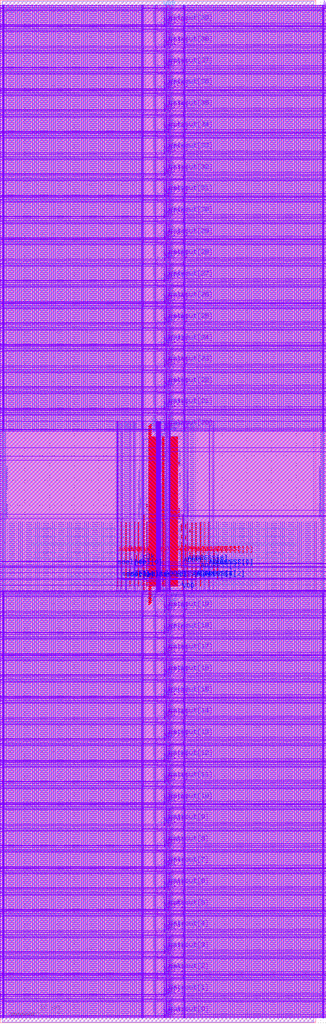
<source format=lef>
VERSION 5.8 ;
BUSBITCHARS "[]" ; 
DIVIDERCHAR "/" ; 


PROPERTYDEFINITIONS 
  MACRO CatenaDesignType STRING ; 
END PROPERTYDEFINITIONS 


MACRO srambank_128x4x40_6t122 
  CLASS BLOCK ; 
  ORIGIN 0 0 ; 
  FOREIGN srambank_128x4x40_6t122 0 0 ; 
  SIZE 64 BY 207.36 ; 
  SYMMETRY X Y ; 
  SITE coreSite ; 
  PIN VDD 
    DIRECTION INOUT ; 
    USE POWER ; 
    PORT 
      LAYER M4 ; 
        RECT 0.376 4.688 65.768 4.88 ; 
        RECT 0.376 9.008 65.768 9.2 ; 
        RECT 0.376 13.328 65.768 13.52 ; 
        RECT 0.376 17.648 65.768 17.84 ; 
        RECT 0.376 21.968 65.768 22.16 ; 
        RECT 0.376 26.288 65.768 26.48 ; 
        RECT 0.376 30.608 65.768 30.8 ; 
        RECT 0.376 34.928 65.768 35.12 ; 
        RECT 0.376 39.248 65.768 39.44 ; 
        RECT 0.376 43.568 65.768 43.76 ; 
        RECT 0.376 47.888 65.768 48.08 ; 
        RECT 0.376 52.208 65.768 52.4 ; 
        RECT 0.376 56.528 65.768 56.72 ; 
        RECT 0.376 60.848 65.768 61.04 ; 
        RECT 0.376 65.168 65.768 65.36 ; 
        RECT 0.376 69.488 65.768 69.68 ; 
        RECT 0.376 73.808 65.768 74 ; 
        RECT 0.376 78.128 65.768 78.32 ; 
        RECT 0.376 82.448 65.768 82.64 ; 
        RECT 0.376 86.768 65.768 86.96 ; 
        RECT 14.256 88.692 51.84 89.556 ; 
        RECT 36.788 102.708 37.352 102.804 ; 
        RECT 36.264 87.572 37.316 87.668 ; 
        RECT 29.592 101.364 36.504 102.228 ; 
        RECT 29.592 114.036 36.504 114.9 ; 
        RECT 0.376 123.596 65.768 123.788 ; 
        RECT 0.376 127.916 65.768 128.108 ; 
        RECT 0.376 132.236 65.768 132.428 ; 
        RECT 0.376 136.556 65.768 136.748 ; 
        RECT 0.376 140.876 65.768 141.068 ; 
        RECT 0.376 145.196 65.768 145.388 ; 
        RECT 0.376 149.516 65.768 149.708 ; 
        RECT 0.376 153.836 65.768 154.028 ; 
        RECT 0.376 158.156 65.768 158.348 ; 
        RECT 0.376 162.476 65.768 162.668 ; 
        RECT 0.376 166.796 65.768 166.988 ; 
        RECT 0.376 171.116 65.768 171.308 ; 
        RECT 0.376 175.436 65.768 175.628 ; 
        RECT 0.376 179.756 65.768 179.948 ; 
        RECT 0.376 184.076 65.768 184.268 ; 
        RECT 0.376 188.396 65.768 188.588 ; 
        RECT 0.376 192.716 65.768 192.908 ; 
        RECT 0.376 197.036 65.768 197.228 ; 
        RECT 0.376 201.356 65.768 201.548 ; 
        RECT 0.376 205.676 65.768 205.868 ; 
      LAYER M3 ; 
        RECT 65.576 0.866 65.648 5.506 ; 
        RECT 37.136 0.868 37.208 5.504 ; 
        RECT 31.52 1.028 31.88 5.484 ; 
        RECT 28.928 0.868 29 5.504 ; 
        RECT 0.488 0.866 0.56 5.506 ; 
        RECT 65.576 5.186 65.648 9.826 ; 
        RECT 37.136 5.188 37.208 9.824 ; 
        RECT 31.52 5.348 31.88 9.804 ; 
        RECT 28.928 5.188 29 9.824 ; 
        RECT 0.488 5.186 0.56 9.826 ; 
        RECT 65.576 9.506 65.648 14.146 ; 
        RECT 37.136 9.508 37.208 14.144 ; 
        RECT 31.52 9.668 31.88 14.124 ; 
        RECT 28.928 9.508 29 14.144 ; 
        RECT 0.488 9.506 0.56 14.146 ; 
        RECT 65.576 13.826 65.648 18.466 ; 
        RECT 37.136 13.828 37.208 18.464 ; 
        RECT 31.52 13.988 31.88 18.444 ; 
        RECT 28.928 13.828 29 18.464 ; 
        RECT 0.488 13.826 0.56 18.466 ; 
        RECT 65.576 18.146 65.648 22.786 ; 
        RECT 37.136 18.148 37.208 22.784 ; 
        RECT 31.52 18.308 31.88 22.764 ; 
        RECT 28.928 18.148 29 22.784 ; 
        RECT 0.488 18.146 0.56 22.786 ; 
        RECT 65.576 22.466 65.648 27.106 ; 
        RECT 37.136 22.468 37.208 27.104 ; 
        RECT 31.52 22.628 31.88 27.084 ; 
        RECT 28.928 22.468 29 27.104 ; 
        RECT 0.488 22.466 0.56 27.106 ; 
        RECT 65.576 26.786 65.648 31.426 ; 
        RECT 37.136 26.788 37.208 31.424 ; 
        RECT 31.52 26.948 31.88 31.404 ; 
        RECT 28.928 26.788 29 31.424 ; 
        RECT 0.488 26.786 0.56 31.426 ; 
        RECT 65.576 31.106 65.648 35.746 ; 
        RECT 37.136 31.108 37.208 35.744 ; 
        RECT 31.52 31.268 31.88 35.724 ; 
        RECT 28.928 31.108 29 35.744 ; 
        RECT 0.488 31.106 0.56 35.746 ; 
        RECT 65.576 35.426 65.648 40.066 ; 
        RECT 37.136 35.428 37.208 40.064 ; 
        RECT 31.52 35.588 31.88 40.044 ; 
        RECT 28.928 35.428 29 40.064 ; 
        RECT 0.488 35.426 0.56 40.066 ; 
        RECT 65.576 39.746 65.648 44.386 ; 
        RECT 37.136 39.748 37.208 44.384 ; 
        RECT 31.52 39.908 31.88 44.364 ; 
        RECT 28.928 39.748 29 44.384 ; 
        RECT 0.488 39.746 0.56 44.386 ; 
        RECT 65.576 44.066 65.648 48.706 ; 
        RECT 37.136 44.068 37.208 48.704 ; 
        RECT 31.52 44.228 31.88 48.684 ; 
        RECT 28.928 44.068 29 48.704 ; 
        RECT 0.488 44.066 0.56 48.706 ; 
        RECT 65.576 48.386 65.648 53.026 ; 
        RECT 37.136 48.388 37.208 53.024 ; 
        RECT 31.52 48.548 31.88 53.004 ; 
        RECT 28.928 48.388 29 53.024 ; 
        RECT 0.488 48.386 0.56 53.026 ; 
        RECT 65.576 52.706 65.648 57.346 ; 
        RECT 37.136 52.708 37.208 57.344 ; 
        RECT 31.52 52.868 31.88 57.324 ; 
        RECT 28.928 52.708 29 57.344 ; 
        RECT 0.488 52.706 0.56 57.346 ; 
        RECT 65.576 57.026 65.648 61.666 ; 
        RECT 37.136 57.028 37.208 61.664 ; 
        RECT 31.52 57.188 31.88 61.644 ; 
        RECT 28.928 57.028 29 61.664 ; 
        RECT 0.488 57.026 0.56 61.666 ; 
        RECT 65.576 61.346 65.648 65.986 ; 
        RECT 37.136 61.348 37.208 65.984 ; 
        RECT 31.52 61.508 31.88 65.964 ; 
        RECT 28.928 61.348 29 65.984 ; 
        RECT 0.488 61.346 0.56 65.986 ; 
        RECT 65.576 65.666 65.648 70.306 ; 
        RECT 37.136 65.668 37.208 70.304 ; 
        RECT 31.52 65.828 31.88 70.284 ; 
        RECT 28.928 65.668 29 70.304 ; 
        RECT 0.488 65.666 0.56 70.306 ; 
        RECT 65.576 69.986 65.648 74.626 ; 
        RECT 37.136 69.988 37.208 74.624 ; 
        RECT 31.52 70.148 31.88 74.604 ; 
        RECT 28.928 69.988 29 74.624 ; 
        RECT 0.488 69.986 0.56 74.626 ; 
        RECT 65.576 74.306 65.648 78.946 ; 
        RECT 37.136 74.308 37.208 78.944 ; 
        RECT 31.52 74.468 31.88 78.924 ; 
        RECT 28.928 74.308 29 78.944 ; 
        RECT 0.488 74.306 0.56 78.946 ; 
        RECT 65.576 78.626 65.648 83.266 ; 
        RECT 37.136 78.628 37.208 83.264 ; 
        RECT 31.52 78.788 31.88 83.244 ; 
        RECT 28.928 78.628 29 83.264 ; 
        RECT 0.488 78.626 0.56 83.266 ; 
        RECT 65.576 82.946 65.648 87.586 ; 
        RECT 37.136 82.948 37.208 87.584 ; 
        RECT 31.52 83.108 31.88 87.564 ; 
        RECT 28.928 82.948 29 87.584 ; 
        RECT 0.488 82.946 0.56 87.586 ; 
        RECT 65.556 87.242 65.628 120.07 ; 
        RECT 37.188 102.52 37.26 119.914 ; 
        RECT 37.116 87.374 37.188 87.926 ; 
        RECT 31.644 88.536 32.58 118.868 ; 
        RECT 31.5 118.536 31.86 120.04 ; 
        RECT 31.5 87.4 31.86 88.904 ; 
        RECT 0.468 87.242 0.54 120.07 ; 
        RECT 65.576 119.774 65.648 124.414 ; 
        RECT 37.136 119.776 37.208 124.412 ; 
        RECT 31.52 119.936 31.88 124.392 ; 
        RECT 28.928 119.776 29 124.412 ; 
        RECT 0.488 119.774 0.56 124.414 ; 
        RECT 65.576 124.094 65.648 128.734 ; 
        RECT 37.136 124.096 37.208 128.732 ; 
        RECT 31.52 124.256 31.88 128.712 ; 
        RECT 28.928 124.096 29 128.732 ; 
        RECT 0.488 124.094 0.56 128.734 ; 
        RECT 65.576 128.414 65.648 133.054 ; 
        RECT 37.136 128.416 37.208 133.052 ; 
        RECT 31.52 128.576 31.88 133.032 ; 
        RECT 28.928 128.416 29 133.052 ; 
        RECT 0.488 128.414 0.56 133.054 ; 
        RECT 65.576 132.734 65.648 137.374 ; 
        RECT 37.136 132.736 37.208 137.372 ; 
        RECT 31.52 132.896 31.88 137.352 ; 
        RECT 28.928 132.736 29 137.372 ; 
        RECT 0.488 132.734 0.56 137.374 ; 
        RECT 65.576 137.054 65.648 141.694 ; 
        RECT 37.136 137.056 37.208 141.692 ; 
        RECT 31.52 137.216 31.88 141.672 ; 
        RECT 28.928 137.056 29 141.692 ; 
        RECT 0.488 137.054 0.56 141.694 ; 
        RECT 65.576 141.374 65.648 146.014 ; 
        RECT 37.136 141.376 37.208 146.012 ; 
        RECT 31.52 141.536 31.88 145.992 ; 
        RECT 28.928 141.376 29 146.012 ; 
        RECT 0.488 141.374 0.56 146.014 ; 
        RECT 65.576 145.694 65.648 150.334 ; 
        RECT 37.136 145.696 37.208 150.332 ; 
        RECT 31.52 145.856 31.88 150.312 ; 
        RECT 28.928 145.696 29 150.332 ; 
        RECT 0.488 145.694 0.56 150.334 ; 
        RECT 65.576 150.014 65.648 154.654 ; 
        RECT 37.136 150.016 37.208 154.652 ; 
        RECT 31.52 150.176 31.88 154.632 ; 
        RECT 28.928 150.016 29 154.652 ; 
        RECT 0.488 150.014 0.56 154.654 ; 
        RECT 65.576 154.334 65.648 158.974 ; 
        RECT 37.136 154.336 37.208 158.972 ; 
        RECT 31.52 154.496 31.88 158.952 ; 
        RECT 28.928 154.336 29 158.972 ; 
        RECT 0.488 154.334 0.56 158.974 ; 
        RECT 65.576 158.654 65.648 163.294 ; 
        RECT 37.136 158.656 37.208 163.292 ; 
        RECT 31.52 158.816 31.88 163.272 ; 
        RECT 28.928 158.656 29 163.292 ; 
        RECT 0.488 158.654 0.56 163.294 ; 
        RECT 65.576 162.974 65.648 167.614 ; 
        RECT 37.136 162.976 37.208 167.612 ; 
        RECT 31.52 163.136 31.88 167.592 ; 
        RECT 28.928 162.976 29 167.612 ; 
        RECT 0.488 162.974 0.56 167.614 ; 
        RECT 65.576 167.294 65.648 171.934 ; 
        RECT 37.136 167.296 37.208 171.932 ; 
        RECT 31.52 167.456 31.88 171.912 ; 
        RECT 28.928 167.296 29 171.932 ; 
        RECT 0.488 167.294 0.56 171.934 ; 
        RECT 65.576 171.614 65.648 176.254 ; 
        RECT 37.136 171.616 37.208 176.252 ; 
        RECT 31.52 171.776 31.88 176.232 ; 
        RECT 28.928 171.616 29 176.252 ; 
        RECT 0.488 171.614 0.56 176.254 ; 
        RECT 65.576 175.934 65.648 180.574 ; 
        RECT 37.136 175.936 37.208 180.572 ; 
        RECT 31.52 176.096 31.88 180.552 ; 
        RECT 28.928 175.936 29 180.572 ; 
        RECT 0.488 175.934 0.56 180.574 ; 
        RECT 65.576 180.254 65.648 184.894 ; 
        RECT 37.136 180.256 37.208 184.892 ; 
        RECT 31.52 180.416 31.88 184.872 ; 
        RECT 28.928 180.256 29 184.892 ; 
        RECT 0.488 180.254 0.56 184.894 ; 
        RECT 65.576 184.574 65.648 189.214 ; 
        RECT 37.136 184.576 37.208 189.212 ; 
        RECT 31.52 184.736 31.88 189.192 ; 
        RECT 28.928 184.576 29 189.212 ; 
        RECT 0.488 184.574 0.56 189.214 ; 
        RECT 65.576 188.894 65.648 193.534 ; 
        RECT 37.136 188.896 37.208 193.532 ; 
        RECT 31.52 189.056 31.88 193.512 ; 
        RECT 28.928 188.896 29 193.532 ; 
        RECT 0.488 188.894 0.56 193.534 ; 
        RECT 65.576 193.214 65.648 197.854 ; 
        RECT 37.136 193.216 37.208 197.852 ; 
        RECT 31.52 193.376 31.88 197.832 ; 
        RECT 28.928 193.216 29 197.852 ; 
        RECT 0.488 193.214 0.56 197.854 ; 
        RECT 65.576 197.534 65.648 202.174 ; 
        RECT 37.136 197.536 37.208 202.172 ; 
        RECT 31.52 197.696 31.88 202.152 ; 
        RECT 28.928 197.536 29 202.172 ; 
        RECT 0.488 197.534 0.56 202.174 ; 
        RECT 65.576 201.854 65.648 206.494 ; 
        RECT 37.136 201.856 37.208 206.492 ; 
        RECT 31.52 202.016 31.88 206.472 ; 
        RECT 28.928 201.856 29 206.492 ; 
        RECT 0.488 201.854 0.56 206.494 ; 
      LAYER V3 ; 
        RECT 0.488 4.688 0.56 4.88 ; 
        RECT 28.928 4.688 29 4.88 ; 
        RECT 31.52 4.688 31.88 4.88 ; 
        RECT 37.136 4.688 37.208 4.88 ; 
        RECT 65.576 4.688 65.648 4.88 ; 
        RECT 0.488 9.008 0.56 9.2 ; 
        RECT 28.928 9.008 29 9.2 ; 
        RECT 31.52 9.008 31.88 9.2 ; 
        RECT 37.136 9.008 37.208 9.2 ; 
        RECT 65.576 9.008 65.648 9.2 ; 
        RECT 0.488 13.328 0.56 13.52 ; 
        RECT 28.928 13.328 29 13.52 ; 
        RECT 31.52 13.328 31.88 13.52 ; 
        RECT 37.136 13.328 37.208 13.52 ; 
        RECT 65.576 13.328 65.648 13.52 ; 
        RECT 0.488 17.648 0.56 17.84 ; 
        RECT 28.928 17.648 29 17.84 ; 
        RECT 31.52 17.648 31.88 17.84 ; 
        RECT 37.136 17.648 37.208 17.84 ; 
        RECT 65.576 17.648 65.648 17.84 ; 
        RECT 0.488 21.968 0.56 22.16 ; 
        RECT 28.928 21.968 29 22.16 ; 
        RECT 31.52 21.968 31.88 22.16 ; 
        RECT 37.136 21.968 37.208 22.16 ; 
        RECT 65.576 21.968 65.648 22.16 ; 
        RECT 0.488 26.288 0.56 26.48 ; 
        RECT 28.928 26.288 29 26.48 ; 
        RECT 31.52 26.288 31.88 26.48 ; 
        RECT 37.136 26.288 37.208 26.48 ; 
        RECT 65.576 26.288 65.648 26.48 ; 
        RECT 0.488 30.608 0.56 30.8 ; 
        RECT 28.928 30.608 29 30.8 ; 
        RECT 31.52 30.608 31.88 30.8 ; 
        RECT 37.136 30.608 37.208 30.8 ; 
        RECT 65.576 30.608 65.648 30.8 ; 
        RECT 0.488 34.928 0.56 35.12 ; 
        RECT 28.928 34.928 29 35.12 ; 
        RECT 31.52 34.928 31.88 35.12 ; 
        RECT 37.136 34.928 37.208 35.12 ; 
        RECT 65.576 34.928 65.648 35.12 ; 
        RECT 0.488 39.248 0.56 39.44 ; 
        RECT 28.928 39.248 29 39.44 ; 
        RECT 31.52 39.248 31.88 39.44 ; 
        RECT 37.136 39.248 37.208 39.44 ; 
        RECT 65.576 39.248 65.648 39.44 ; 
        RECT 0.488 43.568 0.56 43.76 ; 
        RECT 28.928 43.568 29 43.76 ; 
        RECT 31.52 43.568 31.88 43.76 ; 
        RECT 37.136 43.568 37.208 43.76 ; 
        RECT 65.576 43.568 65.648 43.76 ; 
        RECT 0.488 47.888 0.56 48.08 ; 
        RECT 28.928 47.888 29 48.08 ; 
        RECT 31.52 47.888 31.88 48.08 ; 
        RECT 37.136 47.888 37.208 48.08 ; 
        RECT 65.576 47.888 65.648 48.08 ; 
        RECT 0.488 52.208 0.56 52.4 ; 
        RECT 28.928 52.208 29 52.4 ; 
        RECT 31.52 52.208 31.88 52.4 ; 
        RECT 37.136 52.208 37.208 52.4 ; 
        RECT 65.576 52.208 65.648 52.4 ; 
        RECT 0.488 56.528 0.56 56.72 ; 
        RECT 28.928 56.528 29 56.72 ; 
        RECT 31.52 56.528 31.88 56.72 ; 
        RECT 37.136 56.528 37.208 56.72 ; 
        RECT 65.576 56.528 65.648 56.72 ; 
        RECT 0.488 60.848 0.56 61.04 ; 
        RECT 28.928 60.848 29 61.04 ; 
        RECT 31.52 60.848 31.88 61.04 ; 
        RECT 37.136 60.848 37.208 61.04 ; 
        RECT 65.576 60.848 65.648 61.04 ; 
        RECT 0.488 65.168 0.56 65.36 ; 
        RECT 28.928 65.168 29 65.36 ; 
        RECT 31.52 65.168 31.88 65.36 ; 
        RECT 37.136 65.168 37.208 65.36 ; 
        RECT 65.576 65.168 65.648 65.36 ; 
        RECT 0.488 69.488 0.56 69.68 ; 
        RECT 28.928 69.488 29 69.68 ; 
        RECT 31.52 69.488 31.88 69.68 ; 
        RECT 37.136 69.488 37.208 69.68 ; 
        RECT 65.576 69.488 65.648 69.68 ; 
        RECT 0.488 73.808 0.56 74 ; 
        RECT 28.928 73.808 29 74 ; 
        RECT 31.52 73.808 31.88 74 ; 
        RECT 37.136 73.808 37.208 74 ; 
        RECT 65.576 73.808 65.648 74 ; 
        RECT 0.488 78.128 0.56 78.32 ; 
        RECT 28.928 78.128 29 78.32 ; 
        RECT 31.52 78.128 31.88 78.32 ; 
        RECT 37.136 78.128 37.208 78.32 ; 
        RECT 65.576 78.128 65.648 78.32 ; 
        RECT 0.488 82.448 0.56 82.64 ; 
        RECT 28.928 82.448 29 82.64 ; 
        RECT 31.52 82.448 31.88 82.64 ; 
        RECT 37.136 82.448 37.208 82.64 ; 
        RECT 65.576 82.448 65.648 82.64 ; 
        RECT 0.488 86.768 0.56 86.96 ; 
        RECT 28.928 86.768 29 86.96 ; 
        RECT 31.52 86.768 31.88 86.96 ; 
        RECT 37.136 86.768 37.208 86.96 ; 
        RECT 65.576 86.768 65.648 86.96 ; 
        RECT 31.66 114.036 31.732 114.9 ; 
        RECT 31.66 101.364 31.732 102.228 ; 
        RECT 31.66 88.692 31.732 89.556 ; 
        RECT 31.868 114.036 31.94 114.9 ; 
        RECT 31.868 101.364 31.94 102.228 ; 
        RECT 31.868 88.692 31.94 89.556 ; 
        RECT 32.076 114.036 32.148 114.9 ; 
        RECT 32.076 101.364 32.148 102.228 ; 
        RECT 32.076 88.692 32.148 89.556 ; 
        RECT 32.284 114.036 32.356 114.9 ; 
        RECT 32.284 101.364 32.356 102.228 ; 
        RECT 32.284 88.692 32.356 89.556 ; 
        RECT 32.492 114.036 32.564 114.9 ; 
        RECT 32.492 101.364 32.564 102.228 ; 
        RECT 32.492 88.692 32.564 89.556 ; 
        RECT 37.116 87.572 37.188 87.668 ; 
        RECT 37.188 102.708 37.26 102.804 ; 
        RECT 0.488 123.596 0.56 123.788 ; 
        RECT 28.928 123.596 29 123.788 ; 
        RECT 31.52 123.596 31.88 123.788 ; 
        RECT 37.136 123.596 37.208 123.788 ; 
        RECT 65.576 123.596 65.648 123.788 ; 
        RECT 0.488 127.916 0.56 128.108 ; 
        RECT 28.928 127.916 29 128.108 ; 
        RECT 31.52 127.916 31.88 128.108 ; 
        RECT 37.136 127.916 37.208 128.108 ; 
        RECT 65.576 127.916 65.648 128.108 ; 
        RECT 0.488 132.236 0.56 132.428 ; 
        RECT 28.928 132.236 29 132.428 ; 
        RECT 31.52 132.236 31.88 132.428 ; 
        RECT 37.136 132.236 37.208 132.428 ; 
        RECT 65.576 132.236 65.648 132.428 ; 
        RECT 0.488 136.556 0.56 136.748 ; 
        RECT 28.928 136.556 29 136.748 ; 
        RECT 31.52 136.556 31.88 136.748 ; 
        RECT 37.136 136.556 37.208 136.748 ; 
        RECT 65.576 136.556 65.648 136.748 ; 
        RECT 0.488 140.876 0.56 141.068 ; 
        RECT 28.928 140.876 29 141.068 ; 
        RECT 31.52 140.876 31.88 141.068 ; 
        RECT 37.136 140.876 37.208 141.068 ; 
        RECT 65.576 140.876 65.648 141.068 ; 
        RECT 0.488 145.196 0.56 145.388 ; 
        RECT 28.928 145.196 29 145.388 ; 
        RECT 31.52 145.196 31.88 145.388 ; 
        RECT 37.136 145.196 37.208 145.388 ; 
        RECT 65.576 145.196 65.648 145.388 ; 
        RECT 0.488 149.516 0.56 149.708 ; 
        RECT 28.928 149.516 29 149.708 ; 
        RECT 31.52 149.516 31.88 149.708 ; 
        RECT 37.136 149.516 37.208 149.708 ; 
        RECT 65.576 149.516 65.648 149.708 ; 
        RECT 0.488 153.836 0.56 154.028 ; 
        RECT 28.928 153.836 29 154.028 ; 
        RECT 31.52 153.836 31.88 154.028 ; 
        RECT 37.136 153.836 37.208 154.028 ; 
        RECT 65.576 153.836 65.648 154.028 ; 
        RECT 0.488 158.156 0.56 158.348 ; 
        RECT 28.928 158.156 29 158.348 ; 
        RECT 31.52 158.156 31.88 158.348 ; 
        RECT 37.136 158.156 37.208 158.348 ; 
        RECT 65.576 158.156 65.648 158.348 ; 
        RECT 0.488 162.476 0.56 162.668 ; 
        RECT 28.928 162.476 29 162.668 ; 
        RECT 31.52 162.476 31.88 162.668 ; 
        RECT 37.136 162.476 37.208 162.668 ; 
        RECT 65.576 162.476 65.648 162.668 ; 
        RECT 0.488 166.796 0.56 166.988 ; 
        RECT 28.928 166.796 29 166.988 ; 
        RECT 31.52 166.796 31.88 166.988 ; 
        RECT 37.136 166.796 37.208 166.988 ; 
        RECT 65.576 166.796 65.648 166.988 ; 
        RECT 0.488 171.116 0.56 171.308 ; 
        RECT 28.928 171.116 29 171.308 ; 
        RECT 31.52 171.116 31.88 171.308 ; 
        RECT 37.136 171.116 37.208 171.308 ; 
        RECT 65.576 171.116 65.648 171.308 ; 
        RECT 0.488 175.436 0.56 175.628 ; 
        RECT 28.928 175.436 29 175.628 ; 
        RECT 31.52 175.436 31.88 175.628 ; 
        RECT 37.136 175.436 37.208 175.628 ; 
        RECT 65.576 175.436 65.648 175.628 ; 
        RECT 0.488 179.756 0.56 179.948 ; 
        RECT 28.928 179.756 29 179.948 ; 
        RECT 31.52 179.756 31.88 179.948 ; 
        RECT 37.136 179.756 37.208 179.948 ; 
        RECT 65.576 179.756 65.648 179.948 ; 
        RECT 0.488 184.076 0.56 184.268 ; 
        RECT 28.928 184.076 29 184.268 ; 
        RECT 31.52 184.076 31.88 184.268 ; 
        RECT 37.136 184.076 37.208 184.268 ; 
        RECT 65.576 184.076 65.648 184.268 ; 
        RECT 0.488 188.396 0.56 188.588 ; 
        RECT 28.928 188.396 29 188.588 ; 
        RECT 31.52 188.396 31.88 188.588 ; 
        RECT 37.136 188.396 37.208 188.588 ; 
        RECT 65.576 188.396 65.648 188.588 ; 
        RECT 0.488 192.716 0.56 192.908 ; 
        RECT 28.928 192.716 29 192.908 ; 
        RECT 31.52 192.716 31.88 192.908 ; 
        RECT 37.136 192.716 37.208 192.908 ; 
        RECT 65.576 192.716 65.648 192.908 ; 
        RECT 0.488 197.036 0.56 197.228 ; 
        RECT 28.928 197.036 29 197.228 ; 
        RECT 31.52 197.036 31.88 197.228 ; 
        RECT 37.136 197.036 37.208 197.228 ; 
        RECT 65.576 197.036 65.648 197.228 ; 
        RECT 0.488 201.356 0.56 201.548 ; 
        RECT 28.928 201.356 29 201.548 ; 
        RECT 31.52 201.356 31.88 201.548 ; 
        RECT 37.136 201.356 37.208 201.548 ; 
        RECT 65.576 201.356 65.648 201.548 ; 
        RECT 0.488 205.676 0.56 205.868 ; 
        RECT 28.928 205.676 29 205.868 ; 
        RECT 31.52 205.676 31.88 205.868 ; 
        RECT 37.136 205.676 37.208 205.868 ; 
        RECT 65.576 205.676 65.648 205.868 ; 
      LAYER M5 ; 
        RECT 36.864 87.5 36.96 102.876 ; 
      LAYER V4 ; 
        RECT 36.864 102.708 36.96 102.804 ; 
        RECT 36.864 88.692 36.96 89.556 ; 
        RECT 36.864 87.572 36.96 87.668 ; 
    END 
  END VDD 
  PIN VSS 
    DIRECTION INOUT ; 
    USE POWER ; 
    PORT 
      LAYER M4 ; 
        RECT 0.376 4.304 65.748 4.496 ; 
        RECT 0.376 8.624 65.748 8.816 ; 
        RECT 0.376 12.944 65.748 13.136 ; 
        RECT 0.376 17.264 65.748 17.456 ; 
        RECT 0.376 21.584 65.748 21.776 ; 
        RECT 0.376 25.904 65.748 26.096 ; 
        RECT 0.376 30.224 65.748 30.416 ; 
        RECT 0.376 34.544 65.748 34.736 ; 
        RECT 0.376 38.864 65.748 39.056 ; 
        RECT 0.376 43.184 65.748 43.376 ; 
        RECT 0.376 47.504 65.748 47.696 ; 
        RECT 0.376 51.824 65.748 52.016 ; 
        RECT 0.376 56.144 65.748 56.336 ; 
        RECT 0.376 60.464 65.748 60.656 ; 
        RECT 0.376 64.784 65.748 64.976 ; 
        RECT 0.376 69.104 65.748 69.296 ; 
        RECT 0.376 73.424 65.748 73.616 ; 
        RECT 0.376 77.744 65.748 77.936 ; 
        RECT 0.376 82.064 65.748 82.256 ; 
        RECT 0.376 86.384 65.748 86.576 ; 
        RECT 14.256 90.42 51.84 91.284 ; 
        RECT 29.592 103.092 36.504 103.956 ; 
        RECT 29.592 115.764 36.504 116.628 ; 
        RECT 0.376 123.212 65.748 123.404 ; 
        RECT 0.376 127.532 65.748 127.724 ; 
        RECT 0.376 131.852 65.748 132.044 ; 
        RECT 0.376 136.172 65.748 136.364 ; 
        RECT 0.376 140.492 65.748 140.684 ; 
        RECT 0.376 144.812 65.748 145.004 ; 
        RECT 0.376 149.132 65.748 149.324 ; 
        RECT 0.376 153.452 65.748 153.644 ; 
        RECT 0.376 157.772 65.748 157.964 ; 
        RECT 0.376 162.092 65.748 162.284 ; 
        RECT 0.376 166.412 65.748 166.604 ; 
        RECT 0.376 170.732 65.748 170.924 ; 
        RECT 0.376 175.052 65.748 175.244 ; 
        RECT 0.376 179.372 65.748 179.564 ; 
        RECT 0.376 183.692 65.748 183.884 ; 
        RECT 0.376 188.012 65.748 188.204 ; 
        RECT 0.376 192.332 65.748 192.524 ; 
        RECT 0.376 196.652 65.748 196.844 ; 
        RECT 0.376 200.972 65.748 201.164 ; 
        RECT 0.376 205.292 65.748 205.484 ; 
      LAYER M3 ; 
        RECT 65.432 0.866 65.504 5.506 ; 
        RECT 37.352 0.866 37.424 5.506 ; 
        RECT 34.292 1.012 34.436 5.468 ; 
        RECT 33.68 1.012 33.788 5.468 ; 
        RECT 28.712 0.866 28.784 5.506 ; 
        RECT 0.632 0.866 0.704 5.506 ; 
        RECT 65.432 5.186 65.504 9.826 ; 
        RECT 37.352 5.186 37.424 9.826 ; 
        RECT 34.292 5.332 34.436 9.788 ; 
        RECT 33.68 5.332 33.788 9.788 ; 
        RECT 28.712 5.186 28.784 9.826 ; 
        RECT 0.632 5.186 0.704 9.826 ; 
        RECT 65.432 9.506 65.504 14.146 ; 
        RECT 37.352 9.506 37.424 14.146 ; 
        RECT 34.292 9.652 34.436 14.108 ; 
        RECT 33.68 9.652 33.788 14.108 ; 
        RECT 28.712 9.506 28.784 14.146 ; 
        RECT 0.632 9.506 0.704 14.146 ; 
        RECT 65.432 13.826 65.504 18.466 ; 
        RECT 37.352 13.826 37.424 18.466 ; 
        RECT 34.292 13.972 34.436 18.428 ; 
        RECT 33.68 13.972 33.788 18.428 ; 
        RECT 28.712 13.826 28.784 18.466 ; 
        RECT 0.632 13.826 0.704 18.466 ; 
        RECT 65.432 18.146 65.504 22.786 ; 
        RECT 37.352 18.146 37.424 22.786 ; 
        RECT 34.292 18.292 34.436 22.748 ; 
        RECT 33.68 18.292 33.788 22.748 ; 
        RECT 28.712 18.146 28.784 22.786 ; 
        RECT 0.632 18.146 0.704 22.786 ; 
        RECT 65.432 22.466 65.504 27.106 ; 
        RECT 37.352 22.466 37.424 27.106 ; 
        RECT 34.292 22.612 34.436 27.068 ; 
        RECT 33.68 22.612 33.788 27.068 ; 
        RECT 28.712 22.466 28.784 27.106 ; 
        RECT 0.632 22.466 0.704 27.106 ; 
        RECT 65.432 26.786 65.504 31.426 ; 
        RECT 37.352 26.786 37.424 31.426 ; 
        RECT 34.292 26.932 34.436 31.388 ; 
        RECT 33.68 26.932 33.788 31.388 ; 
        RECT 28.712 26.786 28.784 31.426 ; 
        RECT 0.632 26.786 0.704 31.426 ; 
        RECT 65.432 31.106 65.504 35.746 ; 
        RECT 37.352 31.106 37.424 35.746 ; 
        RECT 34.292 31.252 34.436 35.708 ; 
        RECT 33.68 31.252 33.788 35.708 ; 
        RECT 28.712 31.106 28.784 35.746 ; 
        RECT 0.632 31.106 0.704 35.746 ; 
        RECT 65.432 35.426 65.504 40.066 ; 
        RECT 37.352 35.426 37.424 40.066 ; 
        RECT 34.292 35.572 34.436 40.028 ; 
        RECT 33.68 35.572 33.788 40.028 ; 
        RECT 28.712 35.426 28.784 40.066 ; 
        RECT 0.632 35.426 0.704 40.066 ; 
        RECT 65.432 39.746 65.504 44.386 ; 
        RECT 37.352 39.746 37.424 44.386 ; 
        RECT 34.292 39.892 34.436 44.348 ; 
        RECT 33.68 39.892 33.788 44.348 ; 
        RECT 28.712 39.746 28.784 44.386 ; 
        RECT 0.632 39.746 0.704 44.386 ; 
        RECT 65.432 44.066 65.504 48.706 ; 
        RECT 37.352 44.066 37.424 48.706 ; 
        RECT 34.292 44.212 34.436 48.668 ; 
        RECT 33.68 44.212 33.788 48.668 ; 
        RECT 28.712 44.066 28.784 48.706 ; 
        RECT 0.632 44.066 0.704 48.706 ; 
        RECT 65.432 48.386 65.504 53.026 ; 
        RECT 37.352 48.386 37.424 53.026 ; 
        RECT 34.292 48.532 34.436 52.988 ; 
        RECT 33.68 48.532 33.788 52.988 ; 
        RECT 28.712 48.386 28.784 53.026 ; 
        RECT 0.632 48.386 0.704 53.026 ; 
        RECT 65.432 52.706 65.504 57.346 ; 
        RECT 37.352 52.706 37.424 57.346 ; 
        RECT 34.292 52.852 34.436 57.308 ; 
        RECT 33.68 52.852 33.788 57.308 ; 
        RECT 28.712 52.706 28.784 57.346 ; 
        RECT 0.632 52.706 0.704 57.346 ; 
        RECT 65.432 57.026 65.504 61.666 ; 
        RECT 37.352 57.026 37.424 61.666 ; 
        RECT 34.292 57.172 34.436 61.628 ; 
        RECT 33.68 57.172 33.788 61.628 ; 
        RECT 28.712 57.026 28.784 61.666 ; 
        RECT 0.632 57.026 0.704 61.666 ; 
        RECT 65.432 61.346 65.504 65.986 ; 
        RECT 37.352 61.346 37.424 65.986 ; 
        RECT 34.292 61.492 34.436 65.948 ; 
        RECT 33.68 61.492 33.788 65.948 ; 
        RECT 28.712 61.346 28.784 65.986 ; 
        RECT 0.632 61.346 0.704 65.986 ; 
        RECT 65.432 65.666 65.504 70.306 ; 
        RECT 37.352 65.666 37.424 70.306 ; 
        RECT 34.292 65.812 34.436 70.268 ; 
        RECT 33.68 65.812 33.788 70.268 ; 
        RECT 28.712 65.666 28.784 70.306 ; 
        RECT 0.632 65.666 0.704 70.306 ; 
        RECT 65.432 69.986 65.504 74.626 ; 
        RECT 37.352 69.986 37.424 74.626 ; 
        RECT 34.292 70.132 34.436 74.588 ; 
        RECT 33.68 70.132 33.788 74.588 ; 
        RECT 28.712 69.986 28.784 74.626 ; 
        RECT 0.632 69.986 0.704 74.626 ; 
        RECT 65.432 74.306 65.504 78.946 ; 
        RECT 37.352 74.306 37.424 78.946 ; 
        RECT 34.292 74.452 34.436 78.908 ; 
        RECT 33.68 74.452 33.788 78.908 ; 
        RECT 28.712 74.306 28.784 78.946 ; 
        RECT 0.632 74.306 0.704 78.946 ; 
        RECT 65.432 78.626 65.504 83.266 ; 
        RECT 37.352 78.626 37.424 83.266 ; 
        RECT 34.292 78.772 34.436 83.228 ; 
        RECT 33.68 78.772 33.788 83.228 ; 
        RECT 28.712 78.626 28.784 83.266 ; 
        RECT 0.632 78.626 0.704 83.266 ; 
        RECT 65.432 82.946 65.504 87.586 ; 
        RECT 37.352 82.946 37.424 87.586 ; 
        RECT 34.292 83.092 34.436 87.548 ; 
        RECT 33.68 83.092 33.788 87.548 ; 
        RECT 28.712 82.946 28.784 87.586 ; 
        RECT 0.632 82.946 0.704 87.586 ; 
        RECT 65.412 87.242 65.484 120.07 ; 
        RECT 37.332 87.242 37.404 120.07 ; 
        RECT 33.516 88.136 34.452 118.868 ; 
        RECT 34.272 87.418 34.416 119.896 ; 
        RECT 33.66 87.416 33.768 119.896 ; 
        RECT 28.692 87.242 28.764 120.07 ; 
        RECT 0.612 87.242 0.684 120.07 ; 
        RECT 65.432 119.774 65.504 124.414 ; 
        RECT 37.352 119.774 37.424 124.414 ; 
        RECT 34.292 119.92 34.436 124.376 ; 
        RECT 33.68 119.92 33.788 124.376 ; 
        RECT 28.712 119.774 28.784 124.414 ; 
        RECT 0.632 119.774 0.704 124.414 ; 
        RECT 65.432 124.094 65.504 128.734 ; 
        RECT 37.352 124.094 37.424 128.734 ; 
        RECT 34.292 124.24 34.436 128.696 ; 
        RECT 33.68 124.24 33.788 128.696 ; 
        RECT 28.712 124.094 28.784 128.734 ; 
        RECT 0.632 124.094 0.704 128.734 ; 
        RECT 65.432 128.414 65.504 133.054 ; 
        RECT 37.352 128.414 37.424 133.054 ; 
        RECT 34.292 128.56 34.436 133.016 ; 
        RECT 33.68 128.56 33.788 133.016 ; 
        RECT 28.712 128.414 28.784 133.054 ; 
        RECT 0.632 128.414 0.704 133.054 ; 
        RECT 65.432 132.734 65.504 137.374 ; 
        RECT 37.352 132.734 37.424 137.374 ; 
        RECT 34.292 132.88 34.436 137.336 ; 
        RECT 33.68 132.88 33.788 137.336 ; 
        RECT 28.712 132.734 28.784 137.374 ; 
        RECT 0.632 132.734 0.704 137.374 ; 
        RECT 65.432 137.054 65.504 141.694 ; 
        RECT 37.352 137.054 37.424 141.694 ; 
        RECT 34.292 137.2 34.436 141.656 ; 
        RECT 33.68 137.2 33.788 141.656 ; 
        RECT 28.712 137.054 28.784 141.694 ; 
        RECT 0.632 137.054 0.704 141.694 ; 
        RECT 65.432 141.374 65.504 146.014 ; 
        RECT 37.352 141.374 37.424 146.014 ; 
        RECT 34.292 141.52 34.436 145.976 ; 
        RECT 33.68 141.52 33.788 145.976 ; 
        RECT 28.712 141.374 28.784 146.014 ; 
        RECT 0.632 141.374 0.704 146.014 ; 
        RECT 65.432 145.694 65.504 150.334 ; 
        RECT 37.352 145.694 37.424 150.334 ; 
        RECT 34.292 145.84 34.436 150.296 ; 
        RECT 33.68 145.84 33.788 150.296 ; 
        RECT 28.712 145.694 28.784 150.334 ; 
        RECT 0.632 145.694 0.704 150.334 ; 
        RECT 65.432 150.014 65.504 154.654 ; 
        RECT 37.352 150.014 37.424 154.654 ; 
        RECT 34.292 150.16 34.436 154.616 ; 
        RECT 33.68 150.16 33.788 154.616 ; 
        RECT 28.712 150.014 28.784 154.654 ; 
        RECT 0.632 150.014 0.704 154.654 ; 
        RECT 65.432 154.334 65.504 158.974 ; 
        RECT 37.352 154.334 37.424 158.974 ; 
        RECT 34.292 154.48 34.436 158.936 ; 
        RECT 33.68 154.48 33.788 158.936 ; 
        RECT 28.712 154.334 28.784 158.974 ; 
        RECT 0.632 154.334 0.704 158.974 ; 
        RECT 65.432 158.654 65.504 163.294 ; 
        RECT 37.352 158.654 37.424 163.294 ; 
        RECT 34.292 158.8 34.436 163.256 ; 
        RECT 33.68 158.8 33.788 163.256 ; 
        RECT 28.712 158.654 28.784 163.294 ; 
        RECT 0.632 158.654 0.704 163.294 ; 
        RECT 65.432 162.974 65.504 167.614 ; 
        RECT 37.352 162.974 37.424 167.614 ; 
        RECT 34.292 163.12 34.436 167.576 ; 
        RECT 33.68 163.12 33.788 167.576 ; 
        RECT 28.712 162.974 28.784 167.614 ; 
        RECT 0.632 162.974 0.704 167.614 ; 
        RECT 65.432 167.294 65.504 171.934 ; 
        RECT 37.352 167.294 37.424 171.934 ; 
        RECT 34.292 167.44 34.436 171.896 ; 
        RECT 33.68 167.44 33.788 171.896 ; 
        RECT 28.712 167.294 28.784 171.934 ; 
        RECT 0.632 167.294 0.704 171.934 ; 
        RECT 65.432 171.614 65.504 176.254 ; 
        RECT 37.352 171.614 37.424 176.254 ; 
        RECT 34.292 171.76 34.436 176.216 ; 
        RECT 33.68 171.76 33.788 176.216 ; 
        RECT 28.712 171.614 28.784 176.254 ; 
        RECT 0.632 171.614 0.704 176.254 ; 
        RECT 65.432 175.934 65.504 180.574 ; 
        RECT 37.352 175.934 37.424 180.574 ; 
        RECT 34.292 176.08 34.436 180.536 ; 
        RECT 33.68 176.08 33.788 180.536 ; 
        RECT 28.712 175.934 28.784 180.574 ; 
        RECT 0.632 175.934 0.704 180.574 ; 
        RECT 65.432 180.254 65.504 184.894 ; 
        RECT 37.352 180.254 37.424 184.894 ; 
        RECT 34.292 180.4 34.436 184.856 ; 
        RECT 33.68 180.4 33.788 184.856 ; 
        RECT 28.712 180.254 28.784 184.894 ; 
        RECT 0.632 180.254 0.704 184.894 ; 
        RECT 65.432 184.574 65.504 189.214 ; 
        RECT 37.352 184.574 37.424 189.214 ; 
        RECT 34.292 184.72 34.436 189.176 ; 
        RECT 33.68 184.72 33.788 189.176 ; 
        RECT 28.712 184.574 28.784 189.214 ; 
        RECT 0.632 184.574 0.704 189.214 ; 
        RECT 65.432 188.894 65.504 193.534 ; 
        RECT 37.352 188.894 37.424 193.534 ; 
        RECT 34.292 189.04 34.436 193.496 ; 
        RECT 33.68 189.04 33.788 193.496 ; 
        RECT 28.712 188.894 28.784 193.534 ; 
        RECT 0.632 188.894 0.704 193.534 ; 
        RECT 65.432 193.214 65.504 197.854 ; 
        RECT 37.352 193.214 37.424 197.854 ; 
        RECT 34.292 193.36 34.436 197.816 ; 
        RECT 33.68 193.36 33.788 197.816 ; 
        RECT 28.712 193.214 28.784 197.854 ; 
        RECT 0.632 193.214 0.704 197.854 ; 
        RECT 65.432 197.534 65.504 202.174 ; 
        RECT 37.352 197.534 37.424 202.174 ; 
        RECT 34.292 197.68 34.436 202.136 ; 
        RECT 33.68 197.68 33.788 202.136 ; 
        RECT 28.712 197.534 28.784 202.174 ; 
        RECT 0.632 197.534 0.704 202.174 ; 
        RECT 65.432 201.854 65.504 206.494 ; 
        RECT 37.352 201.854 37.424 206.494 ; 
        RECT 34.292 202 34.436 206.456 ; 
        RECT 33.68 202 33.788 206.456 ; 
        RECT 28.712 201.854 28.784 206.494 ; 
        RECT 0.632 201.854 0.704 206.494 ; 
      LAYER V3 ; 
        RECT 0.632 4.304 0.704 4.496 ; 
        RECT 28.712 4.304 28.784 4.496 ; 
        RECT 33.68 4.304 33.788 4.496 ; 
        RECT 34.292 4.304 34.436 4.496 ; 
        RECT 37.352 4.304 37.424 4.496 ; 
        RECT 65.432 4.304 65.504 4.496 ; 
        RECT 0.632 8.624 0.704 8.816 ; 
        RECT 28.712 8.624 28.784 8.816 ; 
        RECT 33.68 8.624 33.788 8.816 ; 
        RECT 34.292 8.624 34.436 8.816 ; 
        RECT 37.352 8.624 37.424 8.816 ; 
        RECT 65.432 8.624 65.504 8.816 ; 
        RECT 0.632 12.944 0.704 13.136 ; 
        RECT 28.712 12.944 28.784 13.136 ; 
        RECT 33.68 12.944 33.788 13.136 ; 
        RECT 34.292 12.944 34.436 13.136 ; 
        RECT 37.352 12.944 37.424 13.136 ; 
        RECT 65.432 12.944 65.504 13.136 ; 
        RECT 0.632 17.264 0.704 17.456 ; 
        RECT 28.712 17.264 28.784 17.456 ; 
        RECT 33.68 17.264 33.788 17.456 ; 
        RECT 34.292 17.264 34.436 17.456 ; 
        RECT 37.352 17.264 37.424 17.456 ; 
        RECT 65.432 17.264 65.504 17.456 ; 
        RECT 0.632 21.584 0.704 21.776 ; 
        RECT 28.712 21.584 28.784 21.776 ; 
        RECT 33.68 21.584 33.788 21.776 ; 
        RECT 34.292 21.584 34.436 21.776 ; 
        RECT 37.352 21.584 37.424 21.776 ; 
        RECT 65.432 21.584 65.504 21.776 ; 
        RECT 0.632 25.904 0.704 26.096 ; 
        RECT 28.712 25.904 28.784 26.096 ; 
        RECT 33.68 25.904 33.788 26.096 ; 
        RECT 34.292 25.904 34.436 26.096 ; 
        RECT 37.352 25.904 37.424 26.096 ; 
        RECT 65.432 25.904 65.504 26.096 ; 
        RECT 0.632 30.224 0.704 30.416 ; 
        RECT 28.712 30.224 28.784 30.416 ; 
        RECT 33.68 30.224 33.788 30.416 ; 
        RECT 34.292 30.224 34.436 30.416 ; 
        RECT 37.352 30.224 37.424 30.416 ; 
        RECT 65.432 30.224 65.504 30.416 ; 
        RECT 0.632 34.544 0.704 34.736 ; 
        RECT 28.712 34.544 28.784 34.736 ; 
        RECT 33.68 34.544 33.788 34.736 ; 
        RECT 34.292 34.544 34.436 34.736 ; 
        RECT 37.352 34.544 37.424 34.736 ; 
        RECT 65.432 34.544 65.504 34.736 ; 
        RECT 0.632 38.864 0.704 39.056 ; 
        RECT 28.712 38.864 28.784 39.056 ; 
        RECT 33.68 38.864 33.788 39.056 ; 
        RECT 34.292 38.864 34.436 39.056 ; 
        RECT 37.352 38.864 37.424 39.056 ; 
        RECT 65.432 38.864 65.504 39.056 ; 
        RECT 0.632 43.184 0.704 43.376 ; 
        RECT 28.712 43.184 28.784 43.376 ; 
        RECT 33.68 43.184 33.788 43.376 ; 
        RECT 34.292 43.184 34.436 43.376 ; 
        RECT 37.352 43.184 37.424 43.376 ; 
        RECT 65.432 43.184 65.504 43.376 ; 
        RECT 0.632 47.504 0.704 47.696 ; 
        RECT 28.712 47.504 28.784 47.696 ; 
        RECT 33.68 47.504 33.788 47.696 ; 
        RECT 34.292 47.504 34.436 47.696 ; 
        RECT 37.352 47.504 37.424 47.696 ; 
        RECT 65.432 47.504 65.504 47.696 ; 
        RECT 0.632 51.824 0.704 52.016 ; 
        RECT 28.712 51.824 28.784 52.016 ; 
        RECT 33.68 51.824 33.788 52.016 ; 
        RECT 34.292 51.824 34.436 52.016 ; 
        RECT 37.352 51.824 37.424 52.016 ; 
        RECT 65.432 51.824 65.504 52.016 ; 
        RECT 0.632 56.144 0.704 56.336 ; 
        RECT 28.712 56.144 28.784 56.336 ; 
        RECT 33.68 56.144 33.788 56.336 ; 
        RECT 34.292 56.144 34.436 56.336 ; 
        RECT 37.352 56.144 37.424 56.336 ; 
        RECT 65.432 56.144 65.504 56.336 ; 
        RECT 0.632 60.464 0.704 60.656 ; 
        RECT 28.712 60.464 28.784 60.656 ; 
        RECT 33.68 60.464 33.788 60.656 ; 
        RECT 34.292 60.464 34.436 60.656 ; 
        RECT 37.352 60.464 37.424 60.656 ; 
        RECT 65.432 60.464 65.504 60.656 ; 
        RECT 0.632 64.784 0.704 64.976 ; 
        RECT 28.712 64.784 28.784 64.976 ; 
        RECT 33.68 64.784 33.788 64.976 ; 
        RECT 34.292 64.784 34.436 64.976 ; 
        RECT 37.352 64.784 37.424 64.976 ; 
        RECT 65.432 64.784 65.504 64.976 ; 
        RECT 0.632 69.104 0.704 69.296 ; 
        RECT 28.712 69.104 28.784 69.296 ; 
        RECT 33.68 69.104 33.788 69.296 ; 
        RECT 34.292 69.104 34.436 69.296 ; 
        RECT 37.352 69.104 37.424 69.296 ; 
        RECT 65.432 69.104 65.504 69.296 ; 
        RECT 0.632 73.424 0.704 73.616 ; 
        RECT 28.712 73.424 28.784 73.616 ; 
        RECT 33.68 73.424 33.788 73.616 ; 
        RECT 34.292 73.424 34.436 73.616 ; 
        RECT 37.352 73.424 37.424 73.616 ; 
        RECT 65.432 73.424 65.504 73.616 ; 
        RECT 0.632 77.744 0.704 77.936 ; 
        RECT 28.712 77.744 28.784 77.936 ; 
        RECT 33.68 77.744 33.788 77.936 ; 
        RECT 34.292 77.744 34.436 77.936 ; 
        RECT 37.352 77.744 37.424 77.936 ; 
        RECT 65.432 77.744 65.504 77.936 ; 
        RECT 0.632 82.064 0.704 82.256 ; 
        RECT 28.712 82.064 28.784 82.256 ; 
        RECT 33.68 82.064 33.788 82.256 ; 
        RECT 34.292 82.064 34.436 82.256 ; 
        RECT 37.352 82.064 37.424 82.256 ; 
        RECT 65.432 82.064 65.504 82.256 ; 
        RECT 0.632 86.384 0.704 86.576 ; 
        RECT 28.712 86.384 28.784 86.576 ; 
        RECT 33.68 86.384 33.788 86.576 ; 
        RECT 34.292 86.384 34.436 86.576 ; 
        RECT 37.352 86.384 37.424 86.576 ; 
        RECT 65.432 86.384 65.504 86.576 ; 
        RECT 33.532 115.764 33.604 116.628 ; 
        RECT 33.532 103.092 33.604 103.956 ; 
        RECT 33.532 90.42 33.604 91.284 ; 
        RECT 33.74 115.764 33.812 116.628 ; 
        RECT 33.74 103.092 33.812 103.956 ; 
        RECT 33.74 90.42 33.812 91.284 ; 
        RECT 33.948 115.764 34.02 116.628 ; 
        RECT 33.948 103.092 34.02 103.956 ; 
        RECT 33.948 90.42 34.02 91.284 ; 
        RECT 34.156 115.764 34.228 116.628 ; 
        RECT 34.156 103.092 34.228 103.956 ; 
        RECT 34.156 90.42 34.228 91.284 ; 
        RECT 34.364 115.764 34.436 116.628 ; 
        RECT 34.364 103.092 34.436 103.956 ; 
        RECT 34.364 90.42 34.436 91.284 ; 
        RECT 37.332 90.422 37.404 91.286 ; 
        RECT 0.632 123.212 0.704 123.404 ; 
        RECT 28.712 123.212 28.784 123.404 ; 
        RECT 33.68 123.212 33.788 123.404 ; 
        RECT 34.292 123.212 34.436 123.404 ; 
        RECT 37.352 123.212 37.424 123.404 ; 
        RECT 65.432 123.212 65.504 123.404 ; 
        RECT 0.632 127.532 0.704 127.724 ; 
        RECT 28.712 127.532 28.784 127.724 ; 
        RECT 33.68 127.532 33.788 127.724 ; 
        RECT 34.292 127.532 34.436 127.724 ; 
        RECT 37.352 127.532 37.424 127.724 ; 
        RECT 65.432 127.532 65.504 127.724 ; 
        RECT 0.632 131.852 0.704 132.044 ; 
        RECT 28.712 131.852 28.784 132.044 ; 
        RECT 33.68 131.852 33.788 132.044 ; 
        RECT 34.292 131.852 34.436 132.044 ; 
        RECT 37.352 131.852 37.424 132.044 ; 
        RECT 65.432 131.852 65.504 132.044 ; 
        RECT 0.632 136.172 0.704 136.364 ; 
        RECT 28.712 136.172 28.784 136.364 ; 
        RECT 33.68 136.172 33.788 136.364 ; 
        RECT 34.292 136.172 34.436 136.364 ; 
        RECT 37.352 136.172 37.424 136.364 ; 
        RECT 65.432 136.172 65.504 136.364 ; 
        RECT 0.632 140.492 0.704 140.684 ; 
        RECT 28.712 140.492 28.784 140.684 ; 
        RECT 33.68 140.492 33.788 140.684 ; 
        RECT 34.292 140.492 34.436 140.684 ; 
        RECT 37.352 140.492 37.424 140.684 ; 
        RECT 65.432 140.492 65.504 140.684 ; 
        RECT 0.632 144.812 0.704 145.004 ; 
        RECT 28.712 144.812 28.784 145.004 ; 
        RECT 33.68 144.812 33.788 145.004 ; 
        RECT 34.292 144.812 34.436 145.004 ; 
        RECT 37.352 144.812 37.424 145.004 ; 
        RECT 65.432 144.812 65.504 145.004 ; 
        RECT 0.632 149.132 0.704 149.324 ; 
        RECT 28.712 149.132 28.784 149.324 ; 
        RECT 33.68 149.132 33.788 149.324 ; 
        RECT 34.292 149.132 34.436 149.324 ; 
        RECT 37.352 149.132 37.424 149.324 ; 
        RECT 65.432 149.132 65.504 149.324 ; 
        RECT 0.632 153.452 0.704 153.644 ; 
        RECT 28.712 153.452 28.784 153.644 ; 
        RECT 33.68 153.452 33.788 153.644 ; 
        RECT 34.292 153.452 34.436 153.644 ; 
        RECT 37.352 153.452 37.424 153.644 ; 
        RECT 65.432 153.452 65.504 153.644 ; 
        RECT 0.632 157.772 0.704 157.964 ; 
        RECT 28.712 157.772 28.784 157.964 ; 
        RECT 33.68 157.772 33.788 157.964 ; 
        RECT 34.292 157.772 34.436 157.964 ; 
        RECT 37.352 157.772 37.424 157.964 ; 
        RECT 65.432 157.772 65.504 157.964 ; 
        RECT 0.632 162.092 0.704 162.284 ; 
        RECT 28.712 162.092 28.784 162.284 ; 
        RECT 33.68 162.092 33.788 162.284 ; 
        RECT 34.292 162.092 34.436 162.284 ; 
        RECT 37.352 162.092 37.424 162.284 ; 
        RECT 65.432 162.092 65.504 162.284 ; 
        RECT 0.632 166.412 0.704 166.604 ; 
        RECT 28.712 166.412 28.784 166.604 ; 
        RECT 33.68 166.412 33.788 166.604 ; 
        RECT 34.292 166.412 34.436 166.604 ; 
        RECT 37.352 166.412 37.424 166.604 ; 
        RECT 65.432 166.412 65.504 166.604 ; 
        RECT 0.632 170.732 0.704 170.924 ; 
        RECT 28.712 170.732 28.784 170.924 ; 
        RECT 33.68 170.732 33.788 170.924 ; 
        RECT 34.292 170.732 34.436 170.924 ; 
        RECT 37.352 170.732 37.424 170.924 ; 
        RECT 65.432 170.732 65.504 170.924 ; 
        RECT 0.632 175.052 0.704 175.244 ; 
        RECT 28.712 175.052 28.784 175.244 ; 
        RECT 33.68 175.052 33.788 175.244 ; 
        RECT 34.292 175.052 34.436 175.244 ; 
        RECT 37.352 175.052 37.424 175.244 ; 
        RECT 65.432 175.052 65.504 175.244 ; 
        RECT 0.632 179.372 0.704 179.564 ; 
        RECT 28.712 179.372 28.784 179.564 ; 
        RECT 33.68 179.372 33.788 179.564 ; 
        RECT 34.292 179.372 34.436 179.564 ; 
        RECT 37.352 179.372 37.424 179.564 ; 
        RECT 65.432 179.372 65.504 179.564 ; 
        RECT 0.632 183.692 0.704 183.884 ; 
        RECT 28.712 183.692 28.784 183.884 ; 
        RECT 33.68 183.692 33.788 183.884 ; 
        RECT 34.292 183.692 34.436 183.884 ; 
        RECT 37.352 183.692 37.424 183.884 ; 
        RECT 65.432 183.692 65.504 183.884 ; 
        RECT 0.632 188.012 0.704 188.204 ; 
        RECT 28.712 188.012 28.784 188.204 ; 
        RECT 33.68 188.012 33.788 188.204 ; 
        RECT 34.292 188.012 34.436 188.204 ; 
        RECT 37.352 188.012 37.424 188.204 ; 
        RECT 65.432 188.012 65.504 188.204 ; 
        RECT 0.632 192.332 0.704 192.524 ; 
        RECT 28.712 192.332 28.784 192.524 ; 
        RECT 33.68 192.332 33.788 192.524 ; 
        RECT 34.292 192.332 34.436 192.524 ; 
        RECT 37.352 192.332 37.424 192.524 ; 
        RECT 65.432 192.332 65.504 192.524 ; 
        RECT 0.632 196.652 0.704 196.844 ; 
        RECT 28.712 196.652 28.784 196.844 ; 
        RECT 33.68 196.652 33.788 196.844 ; 
        RECT 34.292 196.652 34.436 196.844 ; 
        RECT 37.352 196.652 37.424 196.844 ; 
        RECT 65.432 196.652 65.504 196.844 ; 
        RECT 0.632 200.972 0.704 201.164 ; 
        RECT 28.712 200.972 28.784 201.164 ; 
        RECT 33.68 200.972 33.788 201.164 ; 
        RECT 34.292 200.972 34.436 201.164 ; 
        RECT 37.352 200.972 37.424 201.164 ; 
        RECT 65.432 200.972 65.504 201.164 ; 
        RECT 0.632 205.292 0.704 205.484 ; 
        RECT 28.712 205.292 28.784 205.484 ; 
        RECT 33.68 205.292 33.788 205.484 ; 
        RECT 34.292 205.292 34.436 205.484 ; 
        RECT 37.352 205.292 37.424 205.484 ; 
        RECT 65.432 205.292 65.504 205.484 ; 
    END 
  END VSS 
  PIN ADDRESS[0] 
    DIRECTION INPUT ; 
    USE SIGNAL ; 
    PORT 
      LAYER M3 ; 
        RECT 43.164 92.308 43.236 92.456 ; 
      LAYER M4 ; 
        RECT 42.956 92.34 43.292 92.436 ; 
      LAYER M5 ; 
        RECT 43.152 88.536 43.248 101.496 ; 
      LAYER V3 ; 
        RECT 43.164 92.34 43.236 92.436 ; 
      LAYER V4 ; 
        RECT 43.152 92.34 43.248 92.436 ; 
    END 
  END ADDRESS[0] 
  PIN ADDRESS[1] 
    DIRECTION INPUT ; 
    USE SIGNAL ; 
    PORT 
      LAYER M3 ; 
        RECT 42.3 92.32 42.372 92.468 ; 
      LAYER M4 ; 
        RECT 42.092 92.34 42.428 92.436 ; 
      LAYER M5 ; 
        RECT 42.288 88.536 42.384 101.496 ; 
      LAYER V3 ; 
        RECT 42.3 92.34 42.372 92.436 ; 
      LAYER V4 ; 
        RECT 42.288 92.34 42.384 92.436 ; 
    END 
  END ADDRESS[1] 
  PIN ADDRESS[2] 
    DIRECTION INPUT ; 
    USE SIGNAL ; 
    PORT 
      LAYER M3 ; 
        RECT 41.436 90.004 41.508 90.152 ; 
      LAYER M4 ; 
        RECT 41.228 90.036 41.564 90.132 ; 
      LAYER M5 ; 
        RECT 41.424 88.536 41.52 101.496 ; 
      LAYER V3 ; 
        RECT 41.436 90.036 41.508 90.132 ; 
      LAYER V4 ; 
        RECT 41.424 90.036 41.52 90.132 ; 
    END 
  END ADDRESS[2] 
  PIN ADDRESS[3] 
    DIRECTION INPUT ; 
    USE SIGNAL ; 
    PORT 
      LAYER M3 ; 
        RECT 40.572 90.964 40.644 91.688 ; 
      LAYER M4 ; 
        RECT 40.364 91.572 40.7 91.668 ; 
      LAYER M5 ; 
        RECT 40.56 88.536 40.656 101.496 ; 
      LAYER V3 ; 
        RECT 40.572 91.572 40.644 91.668 ; 
      LAYER V4 ; 
        RECT 40.56 91.572 40.656 91.668 ; 
    END 
  END ADDRESS[3] 
  PIN ADDRESS[4] 
    DIRECTION INPUT ; 
    USE SIGNAL ; 
    PORT 
      LAYER M3 ; 
        RECT 39.708 90.016 39.78 90.284 ; 
      LAYER M4 ; 
        RECT 39.5 90.036 39.836 90.132 ; 
      LAYER M5 ; 
        RECT 39.696 88.536 39.792 101.496 ; 
      LAYER V3 ; 
        RECT 39.708 90.036 39.78 90.132 ; 
      LAYER V4 ; 
        RECT 39.696 90.036 39.792 90.132 ; 
    END 
  END ADDRESS[4] 
  PIN ADDRESS[5] 
    DIRECTION INPUT ; 
    USE SIGNAL ; 
    PORT 
      LAYER M3 ; 
        RECT 38.844 88.948 38.916 89.96 ; 
      LAYER M4 ; 
        RECT 38.636 89.844 38.972 89.94 ; 
      LAYER M5 ; 
        RECT 38.832 88.536 38.928 101.496 ; 
      LAYER V3 ; 
        RECT 38.844 89.844 38.916 89.94 ; 
      LAYER V4 ; 
        RECT 38.832 89.844 38.928 89.94 ; 
    END 
  END ADDRESS[5] 
  PIN ADDRESS[6] 
    DIRECTION INPUT ; 
    USE SIGNAL ; 
    PORT 
      LAYER M3 ; 
        RECT 37.98 93.088 38.052 93.236 ; 
      LAYER M4 ; 
        RECT 37.772 93.108 38.108 93.204 ; 
      LAYER M5 ; 
        RECT 37.968 88.536 38.064 101.496 ; 
      LAYER V3 ; 
        RECT 37.98 93.108 38.052 93.204 ; 
      LAYER V4 ; 
        RECT 37.968 93.108 38.064 93.204 ; 
    END 
  END ADDRESS[6] 
  PIN ADDRESS[7] 
    DIRECTION INPUT ; 
    USE SIGNAL ; 
    PORT 
      LAYER M3 ; 
        RECT 37.116 92.476 37.188 92.84 ; 
      LAYER M4 ; 
        RECT 36.908 92.724 37.244 92.82 ; 
      LAYER M5 ; 
        RECT 37.104 88.536 37.2 101.496 ; 
      LAYER V3 ; 
        RECT 37.116 92.724 37.188 92.82 ; 
      LAYER V4 ; 
        RECT 37.104 92.724 37.2 92.82 ; 
    END 
  END ADDRESS[7] 
  PIN ADDRESS[8] 
    DIRECTION INPUT ; 
    USE SIGNAL ; 
    PORT 
      LAYER M3 ; 
        RECT 34.524 90.016 34.596 90.284 ; 
      LAYER M4 ; 
        RECT 33.388 90.036 34.64 90.132 ; 
      LAYER M5 ; 
        RECT 33.432 88.536 33.528 101.496 ; 
      LAYER V3 ; 
        RECT 34.524 90.036 34.596 90.132 ; 
      LAYER V4 ; 
        RECT 33.432 90.036 33.528 90.132 ; 
    END 
  END ADDRESS[8] 
  PIN banksel 
    DIRECTION INPUT ; 
    USE SIGNAL ; 
    PORT 
      LAYER M3 ; 
        RECT 32.94 88.948 33.012 89.96 ; 
      LAYER M4 ; 
        RECT 32.092 89.844 33.056 89.94 ; 
      LAYER M5 ; 
        RECT 32.136 88.536 32.232 101.496 ; 
      LAYER V3 ; 
        RECT 32.94 89.844 33.012 89.94 ; 
      LAYER V4 ; 
        RECT 32.136 89.844 32.232 89.94 ; 
    END 
  END banksel 
  PIN write 
    DIRECTION INPUT ; 
    USE SIGNAL ; 
    PORT 
      LAYER M3 ; 
        RECT 29.772 90.016 29.844 90.284 ; 
      LAYER M4 ; 
        RECT 29.564 90.036 29.9 90.132 ; 
      LAYER M5 ; 
        RECT 29.76 88.536 29.856 101.496 ; 
      LAYER V3 ; 
        RECT 29.772 90.036 29.844 90.132 ; 
      LAYER V4 ; 
        RECT 29.76 90.036 29.856 90.132 ; 
    END 
  END write 
  PIN clk 
    DIRECTION INPUT ; 
    USE SIGNAL ; 
    PORT 
      LAYER M3 ; 
        RECT 28.908 93.472 28.98 93.668 ; 
      LAYER M4 ; 
        RECT 28.7 93.492 29.036 93.588 ; 
      LAYER M5 ; 
        RECT 28.896 88.536 28.992 101.496 ; 
      LAYER V3 ; 
        RECT 28.908 93.492 28.98 93.588 ; 
      LAYER V4 ; 
        RECT 28.896 93.492 28.992 93.588 ; 
    END 
  END clk 
  PIN read 
    DIRECTION INPUT ; 
    USE SIGNAL ; 
    PORT 
      LAYER M3 ; 
        RECT 29.052 88.948 29.124 89.96 ; 
      LAYER M4 ; 
        RECT 27.988 89.844 29.168 89.94 ; 
      LAYER M5 ; 
        RECT 28.032 88.536 28.128 101.496 ; 
      LAYER V3 ; 
        RECT 29.052 89.844 29.124 89.94 ; 
      LAYER V4 ; 
        RECT 28.032 89.844 28.128 89.94 ; 
    END 
  END read 
  PIN sdel[0] 
    DIRECTION INPUT ; 
    USE SIGNAL ; 
    PORT 
      LAYER M3 ; 
        RECT 27.18 92.308 27.252 92.456 ; 
      LAYER M4 ; 
        RECT 26.972 92.34 27.308 92.436 ; 
      LAYER M5 ; 
        RECT 27.168 88.536 27.264 101.496 ; 
      LAYER V3 ; 
        RECT 27.18 92.34 27.252 92.436 ; 
      LAYER V4 ; 
        RECT 27.168 92.34 27.264 92.436 ; 
    END 
  END sdel[0] 
  PIN sdel[1] 
    DIRECTION INPUT ; 
    USE SIGNAL ; 
    PORT 
      LAYER M3 ; 
        RECT 26.316 90.016 26.388 90.932 ; 
      LAYER M4 ; 
        RECT 26.108 90.036 26.444 90.132 ; 
      LAYER M5 ; 
        RECT 26.304 88.536 26.4 101.496 ; 
      LAYER V3 ; 
        RECT 26.316 90.036 26.388 90.132 ; 
      LAYER V4 ; 
        RECT 26.304 90.036 26.4 90.132 ; 
    END 
  END sdel[1] 
  PIN sdel[2] 
    DIRECTION INPUT ; 
    USE SIGNAL ; 
    PORT 
      LAYER M3 ; 
        RECT 25.452 88.948 25.524 89.96 ; 
      LAYER M4 ; 
        RECT 25.244 89.844 25.58 89.94 ; 
      LAYER M5 ; 
        RECT 25.44 88.536 25.536 101.496 ; 
      LAYER V3 ; 
        RECT 25.452 89.844 25.524 89.94 ; 
      LAYER V4 ; 
        RECT 25.44 89.844 25.536 89.94 ; 
    END 
  END sdel[2] 
  PIN sdel[3] 
    DIRECTION INPUT ; 
    USE SIGNAL ; 
    PORT 
      LAYER M3 ; 
        RECT 24.588 90.004 24.66 90.152 ; 
      LAYER M4 ; 
        RECT 24.38 90.036 24.716 90.132 ; 
      LAYER M5 ; 
        RECT 24.576 88.536 24.672 101.496 ; 
      LAYER V3 ; 
        RECT 24.588 90.036 24.66 90.132 ; 
      LAYER V4 ; 
        RECT 24.576 90.036 24.672 90.132 ; 
    END 
  END sdel[3] 
  PIN sdel[4] 
    DIRECTION INPUT ; 
    USE SIGNAL ; 
    PORT 
      LAYER M3 ; 
        RECT 23.724 92.308 23.796 92.456 ; 
      LAYER M4 ; 
        RECT 23.516 92.34 23.852 92.436 ; 
      LAYER M5 ; 
        RECT 23.712 88.536 23.808 101.496 ; 
      LAYER V3 ; 
        RECT 23.724 92.34 23.796 92.436 ; 
      LAYER V4 ; 
        RECT 23.712 92.34 23.808 92.436 ; 
    END 
  END sdel[4] 
  PIN dataout[0] 
    DIRECTION OUTPUT ; 
    USE SIGNAL ; 
    PORT 
      LAYER M4 ; 
        RECT 31.796 1.712 34.388 1.808 ; 
      LAYER M3 ; 
        RECT 34.148 1.51 34.22 2.468 ; 
      LAYER V3 ; 
        RECT 34.148 1.712 34.22 1.808 ; 
    END 
  END dataout[0] 
  PIN wd[0] 
    DIRECTION INPUT ; 
    USE SIGNAL ; 
    PORT 
      LAYER M4 ; 
        RECT 31.796 1.328 34.66 1.424 ; 
      LAYER M3 ; 
        RECT 33.248 1.08 33.32 2.7 ; 
      LAYER V3 ; 
        RECT 33.248 1.328 33.32 1.424 ; 
    END 
  END wd[0] 
  PIN dataout[1] 
    DIRECTION OUTPUT ; 
    USE SIGNAL ; 
    PORT 
      LAYER M4 ; 
        RECT 31.796 6.032 34.388 6.128 ; 
      LAYER M3 ; 
        RECT 34.148 5.83 34.22 6.788 ; 
      LAYER V3 ; 
        RECT 34.148 6.032 34.22 6.128 ; 
    END 
  END dataout[1] 
  PIN wd[1] 
    DIRECTION INPUT ; 
    USE SIGNAL ; 
    PORT 
      LAYER M4 ; 
        RECT 31.796 5.648 34.66 5.744 ; 
      LAYER M3 ; 
        RECT 33.248 5.4 33.32 7.02 ; 
      LAYER V3 ; 
        RECT 33.248 5.648 33.32 5.744 ; 
    END 
  END wd[1] 
  PIN dataout[2] 
    DIRECTION OUTPUT ; 
    USE SIGNAL ; 
    PORT 
      LAYER M4 ; 
        RECT 31.796 10.352 34.388 10.448 ; 
      LAYER M3 ; 
        RECT 34.148 10.15 34.22 11.108 ; 
      LAYER V3 ; 
        RECT 34.148 10.352 34.22 10.448 ; 
    END 
  END dataout[2] 
  PIN wd[2] 
    DIRECTION INPUT ; 
    USE SIGNAL ; 
    PORT 
      LAYER M4 ; 
        RECT 31.796 9.968 34.66 10.064 ; 
      LAYER M3 ; 
        RECT 33.248 9.72 33.32 11.34 ; 
      LAYER V3 ; 
        RECT 33.248 9.968 33.32 10.064 ; 
    END 
  END wd[2] 
  PIN dataout[3] 
    DIRECTION OUTPUT ; 
    USE SIGNAL ; 
    PORT 
      LAYER M4 ; 
        RECT 31.796 14.672 34.388 14.768 ; 
      LAYER M3 ; 
        RECT 34.148 14.47 34.22 15.428 ; 
      LAYER V3 ; 
        RECT 34.148 14.672 34.22 14.768 ; 
    END 
  END dataout[3] 
  PIN wd[3] 
    DIRECTION INPUT ; 
    USE SIGNAL ; 
    PORT 
      LAYER M4 ; 
        RECT 31.796 14.288 34.66 14.384 ; 
      LAYER M3 ; 
        RECT 33.248 14.04 33.32 15.66 ; 
      LAYER V3 ; 
        RECT 33.248 14.288 33.32 14.384 ; 
    END 
  END wd[3] 
  PIN dataout[4] 
    DIRECTION OUTPUT ; 
    USE SIGNAL ; 
    PORT 
      LAYER M4 ; 
        RECT 31.796 18.992 34.388 19.088 ; 
      LAYER M3 ; 
        RECT 34.148 18.79 34.22 19.748 ; 
      LAYER V3 ; 
        RECT 34.148 18.992 34.22 19.088 ; 
    END 
  END dataout[4] 
  PIN wd[4] 
    DIRECTION INPUT ; 
    USE SIGNAL ; 
    PORT 
      LAYER M4 ; 
        RECT 31.796 18.608 34.66 18.704 ; 
      LAYER M3 ; 
        RECT 33.248 18.36 33.32 19.98 ; 
      LAYER V3 ; 
        RECT 33.248 18.608 33.32 18.704 ; 
    END 
  END wd[4] 
  PIN dataout[5] 
    DIRECTION OUTPUT ; 
    USE SIGNAL ; 
    PORT 
      LAYER M4 ; 
        RECT 31.796 23.312 34.388 23.408 ; 
      LAYER M3 ; 
        RECT 34.148 23.11 34.22 24.068 ; 
      LAYER V3 ; 
        RECT 34.148 23.312 34.22 23.408 ; 
    END 
  END dataout[5] 
  PIN wd[5] 
    DIRECTION INPUT ; 
    USE SIGNAL ; 
    PORT 
      LAYER M4 ; 
        RECT 31.796 22.928 34.66 23.024 ; 
      LAYER M3 ; 
        RECT 33.248 22.68 33.32 24.3 ; 
      LAYER V3 ; 
        RECT 33.248 22.928 33.32 23.024 ; 
    END 
  END wd[5] 
  PIN dataout[6] 
    DIRECTION OUTPUT ; 
    USE SIGNAL ; 
    PORT 
      LAYER M4 ; 
        RECT 31.796 27.632 34.388 27.728 ; 
      LAYER M3 ; 
        RECT 34.148 27.43 34.22 28.388 ; 
      LAYER V3 ; 
        RECT 34.148 27.632 34.22 27.728 ; 
    END 
  END dataout[6] 
  PIN wd[6] 
    DIRECTION INPUT ; 
    USE SIGNAL ; 
    PORT 
      LAYER M4 ; 
        RECT 31.796 27.248 34.66 27.344 ; 
      LAYER M3 ; 
        RECT 33.248 27 33.32 28.62 ; 
      LAYER V3 ; 
        RECT 33.248 27.248 33.32 27.344 ; 
    END 
  END wd[6] 
  PIN dataout[7] 
    DIRECTION OUTPUT ; 
    USE SIGNAL ; 
    PORT 
      LAYER M4 ; 
        RECT 31.796 31.952 34.388 32.048 ; 
      LAYER M3 ; 
        RECT 34.148 31.75 34.22 32.708 ; 
      LAYER V3 ; 
        RECT 34.148 31.952 34.22 32.048 ; 
    END 
  END dataout[7] 
  PIN wd[7] 
    DIRECTION INPUT ; 
    USE SIGNAL ; 
    PORT 
      LAYER M4 ; 
        RECT 31.796 31.568 34.66 31.664 ; 
      LAYER M3 ; 
        RECT 33.248 31.32 33.32 32.94 ; 
      LAYER V3 ; 
        RECT 33.248 31.568 33.32 31.664 ; 
    END 
  END wd[7] 
  PIN dataout[8] 
    DIRECTION OUTPUT ; 
    USE SIGNAL ; 
    PORT 
      LAYER M4 ; 
        RECT 31.796 36.272 34.388 36.368 ; 
      LAYER M3 ; 
        RECT 34.148 36.07 34.22 37.028 ; 
      LAYER V3 ; 
        RECT 34.148 36.272 34.22 36.368 ; 
    END 
  END dataout[8] 
  PIN wd[8] 
    DIRECTION INPUT ; 
    USE SIGNAL ; 
    PORT 
      LAYER M4 ; 
        RECT 31.796 35.888 34.66 35.984 ; 
      LAYER M3 ; 
        RECT 33.248 35.64 33.32 37.26 ; 
      LAYER V3 ; 
        RECT 33.248 35.888 33.32 35.984 ; 
    END 
  END wd[8] 
  PIN dataout[9] 
    DIRECTION OUTPUT ; 
    USE SIGNAL ; 
    PORT 
      LAYER M4 ; 
        RECT 31.796 40.592 34.388 40.688 ; 
      LAYER M3 ; 
        RECT 34.148 40.39 34.22 41.348 ; 
      LAYER V3 ; 
        RECT 34.148 40.592 34.22 40.688 ; 
    END 
  END dataout[9] 
  PIN wd[9] 
    DIRECTION INPUT ; 
    USE SIGNAL ; 
    PORT 
      LAYER M4 ; 
        RECT 31.796 40.208 34.66 40.304 ; 
      LAYER M3 ; 
        RECT 33.248 39.96 33.32 41.58 ; 
      LAYER V3 ; 
        RECT 33.248 40.208 33.32 40.304 ; 
    END 
  END wd[9] 
  PIN dataout[10] 
    DIRECTION OUTPUT ; 
    USE SIGNAL ; 
    PORT 
      LAYER M4 ; 
        RECT 31.796 44.912 34.388 45.008 ; 
      LAYER M3 ; 
        RECT 34.148 44.71 34.22 45.668 ; 
      LAYER V3 ; 
        RECT 34.148 44.912 34.22 45.008 ; 
    END 
  END dataout[10] 
  PIN wd[10] 
    DIRECTION INPUT ; 
    USE SIGNAL ; 
    PORT 
      LAYER M4 ; 
        RECT 31.796 44.528 34.66 44.624 ; 
      LAYER M3 ; 
        RECT 33.248 44.28 33.32 45.9 ; 
      LAYER V3 ; 
        RECT 33.248 44.528 33.32 44.624 ; 
    END 
  END wd[10] 
  PIN dataout[11] 
    DIRECTION OUTPUT ; 
    USE SIGNAL ; 
    PORT 
      LAYER M4 ; 
        RECT 31.796 49.232 34.388 49.328 ; 
      LAYER M3 ; 
        RECT 34.148 49.03 34.22 49.988 ; 
      LAYER V3 ; 
        RECT 34.148 49.232 34.22 49.328 ; 
    END 
  END dataout[11] 
  PIN wd[11] 
    DIRECTION INPUT ; 
    USE SIGNAL ; 
    PORT 
      LAYER M4 ; 
        RECT 31.796 48.848 34.66 48.944 ; 
      LAYER M3 ; 
        RECT 33.248 48.6 33.32 50.22 ; 
      LAYER V3 ; 
        RECT 33.248 48.848 33.32 48.944 ; 
    END 
  END wd[11] 
  PIN dataout[12] 
    DIRECTION OUTPUT ; 
    USE SIGNAL ; 
    PORT 
      LAYER M4 ; 
        RECT 31.796 53.552 34.388 53.648 ; 
      LAYER M3 ; 
        RECT 34.148 53.35 34.22 54.308 ; 
      LAYER V3 ; 
        RECT 34.148 53.552 34.22 53.648 ; 
    END 
  END dataout[12] 
  PIN wd[12] 
    DIRECTION INPUT ; 
    USE SIGNAL ; 
    PORT 
      LAYER M4 ; 
        RECT 31.796 53.168 34.66 53.264 ; 
      LAYER M3 ; 
        RECT 33.248 52.92 33.32 54.54 ; 
      LAYER V3 ; 
        RECT 33.248 53.168 33.32 53.264 ; 
    END 
  END wd[12] 
  PIN dataout[13] 
    DIRECTION OUTPUT ; 
    USE SIGNAL ; 
    PORT 
      LAYER M4 ; 
        RECT 31.796 57.872 34.388 57.968 ; 
      LAYER M3 ; 
        RECT 34.148 57.67 34.22 58.628 ; 
      LAYER V3 ; 
        RECT 34.148 57.872 34.22 57.968 ; 
    END 
  END dataout[13] 
  PIN wd[13] 
    DIRECTION INPUT ; 
    USE SIGNAL ; 
    PORT 
      LAYER M4 ; 
        RECT 31.796 57.488 34.66 57.584 ; 
      LAYER M3 ; 
        RECT 33.248 57.24 33.32 58.86 ; 
      LAYER V3 ; 
        RECT 33.248 57.488 33.32 57.584 ; 
    END 
  END wd[13] 
  PIN dataout[14] 
    DIRECTION OUTPUT ; 
    USE SIGNAL ; 
    PORT 
      LAYER M4 ; 
        RECT 31.796 62.192 34.388 62.288 ; 
      LAYER M3 ; 
        RECT 34.148 61.99 34.22 62.948 ; 
      LAYER V3 ; 
        RECT 34.148 62.192 34.22 62.288 ; 
    END 
  END dataout[14] 
  PIN wd[14] 
    DIRECTION INPUT ; 
    USE SIGNAL ; 
    PORT 
      LAYER M4 ; 
        RECT 31.796 61.808 34.66 61.904 ; 
      LAYER M3 ; 
        RECT 33.248 61.56 33.32 63.18 ; 
      LAYER V3 ; 
        RECT 33.248 61.808 33.32 61.904 ; 
    END 
  END wd[14] 
  PIN dataout[15] 
    DIRECTION OUTPUT ; 
    USE SIGNAL ; 
    PORT 
      LAYER M4 ; 
        RECT 31.796 66.512 34.388 66.608 ; 
      LAYER M3 ; 
        RECT 34.148 66.31 34.22 67.268 ; 
      LAYER V3 ; 
        RECT 34.148 66.512 34.22 66.608 ; 
    END 
  END dataout[15] 
  PIN wd[15] 
    DIRECTION INPUT ; 
    USE SIGNAL ; 
    PORT 
      LAYER M4 ; 
        RECT 31.796 66.128 34.66 66.224 ; 
      LAYER M3 ; 
        RECT 33.248 65.88 33.32 67.5 ; 
      LAYER V3 ; 
        RECT 33.248 66.128 33.32 66.224 ; 
    END 
  END wd[15] 
  PIN dataout[16] 
    DIRECTION OUTPUT ; 
    USE SIGNAL ; 
    PORT 
      LAYER M4 ; 
        RECT 31.796 70.832 34.388 70.928 ; 
      LAYER M3 ; 
        RECT 34.148 70.63 34.22 71.588 ; 
      LAYER V3 ; 
        RECT 34.148 70.832 34.22 70.928 ; 
    END 
  END dataout[16] 
  PIN wd[16] 
    DIRECTION INPUT ; 
    USE SIGNAL ; 
    PORT 
      LAYER M4 ; 
        RECT 31.796 70.448 34.66 70.544 ; 
      LAYER M3 ; 
        RECT 33.248 70.2 33.32 71.82 ; 
      LAYER V3 ; 
        RECT 33.248 70.448 33.32 70.544 ; 
    END 
  END wd[16] 
  PIN dataout[17] 
    DIRECTION OUTPUT ; 
    USE SIGNAL ; 
    PORT 
      LAYER M4 ; 
        RECT 31.796 75.152 34.388 75.248 ; 
      LAYER M3 ; 
        RECT 34.148 74.95 34.22 75.908 ; 
      LAYER V3 ; 
        RECT 34.148 75.152 34.22 75.248 ; 
    END 
  END dataout[17] 
  PIN wd[17] 
    DIRECTION INPUT ; 
    USE SIGNAL ; 
    PORT 
      LAYER M4 ; 
        RECT 31.796 74.768 34.66 74.864 ; 
      LAYER M3 ; 
        RECT 33.248 74.52 33.32 76.14 ; 
      LAYER V3 ; 
        RECT 33.248 74.768 33.32 74.864 ; 
    END 
  END wd[17] 
  PIN dataout[18] 
    DIRECTION OUTPUT ; 
    USE SIGNAL ; 
    PORT 
      LAYER M4 ; 
        RECT 31.796 79.472 34.388 79.568 ; 
      LAYER M3 ; 
        RECT 34.148 79.27 34.22 80.228 ; 
      LAYER V3 ; 
        RECT 34.148 79.472 34.22 79.568 ; 
    END 
  END dataout[18] 
  PIN wd[18] 
    DIRECTION INPUT ; 
    USE SIGNAL ; 
    PORT 
      LAYER M4 ; 
        RECT 31.796 79.088 34.66 79.184 ; 
      LAYER M3 ; 
        RECT 33.248 78.84 33.32 80.46 ; 
      LAYER V3 ; 
        RECT 33.248 79.088 33.32 79.184 ; 
    END 
  END wd[18] 
  PIN dataout[19] 
    DIRECTION OUTPUT ; 
    USE SIGNAL ; 
    PORT 
      LAYER M4 ; 
        RECT 31.796 83.792 34.388 83.888 ; 
      LAYER M3 ; 
        RECT 34.148 83.59 34.22 84.548 ; 
      LAYER V3 ; 
        RECT 34.148 83.792 34.22 83.888 ; 
    END 
  END dataout[19] 
  PIN wd[19] 
    DIRECTION INPUT ; 
    USE SIGNAL ; 
    PORT 
      LAYER M4 ; 
        RECT 31.796 83.408 34.66 83.504 ; 
      LAYER M3 ; 
        RECT 33.248 83.16 33.32 84.78 ; 
      LAYER V3 ; 
        RECT 33.248 83.408 33.32 83.504 ; 
    END 
  END wd[19] 
  PIN dataout[20] 
    DIRECTION OUTPUT ; 
    USE SIGNAL ; 
    PORT 
      LAYER M4 ; 
        RECT 31.796 120.62 34.388 120.716 ; 
      LAYER M3 ; 
        RECT 34.148 120.418 34.22 121.376 ; 
      LAYER V3 ; 
        RECT 34.148 120.62 34.22 120.716 ; 
    END 
  END dataout[20] 
  PIN wd[20] 
    DIRECTION INPUT ; 
    USE SIGNAL ; 
    PORT 
      LAYER M4 ; 
        RECT 31.796 120.236 34.66 120.332 ; 
      LAYER M3 ; 
        RECT 33.248 119.988 33.32 121.608 ; 
      LAYER V3 ; 
        RECT 33.248 120.236 33.32 120.332 ; 
    END 
  END wd[20] 
  PIN dataout[21] 
    DIRECTION OUTPUT ; 
    USE SIGNAL ; 
    PORT 
      LAYER M4 ; 
        RECT 31.796 124.94 34.388 125.036 ; 
      LAYER M3 ; 
        RECT 34.148 124.738 34.22 125.696 ; 
      LAYER V3 ; 
        RECT 34.148 124.94 34.22 125.036 ; 
    END 
  END dataout[21] 
  PIN wd[21] 
    DIRECTION INPUT ; 
    USE SIGNAL ; 
    PORT 
      LAYER M4 ; 
        RECT 31.796 124.556 34.66 124.652 ; 
      LAYER M3 ; 
        RECT 33.248 124.308 33.32 125.928 ; 
      LAYER V3 ; 
        RECT 33.248 124.556 33.32 124.652 ; 
    END 
  END wd[21] 
  PIN dataout[22] 
    DIRECTION OUTPUT ; 
    USE SIGNAL ; 
    PORT 
      LAYER M4 ; 
        RECT 31.796 129.26 34.388 129.356 ; 
      LAYER M3 ; 
        RECT 34.148 129.058 34.22 130.016 ; 
      LAYER V3 ; 
        RECT 34.148 129.26 34.22 129.356 ; 
    END 
  END dataout[22] 
  PIN wd[22] 
    DIRECTION INPUT ; 
    USE SIGNAL ; 
    PORT 
      LAYER M4 ; 
        RECT 31.796 128.876 34.66 128.972 ; 
      LAYER M3 ; 
        RECT 33.248 128.628 33.32 130.248 ; 
      LAYER V3 ; 
        RECT 33.248 128.876 33.32 128.972 ; 
    END 
  END wd[22] 
  PIN dataout[23] 
    DIRECTION OUTPUT ; 
    USE SIGNAL ; 
    PORT 
      LAYER M4 ; 
        RECT 31.796 133.58 34.388 133.676 ; 
      LAYER M3 ; 
        RECT 34.148 133.378 34.22 134.336 ; 
      LAYER V3 ; 
        RECT 34.148 133.58 34.22 133.676 ; 
    END 
  END dataout[23] 
  PIN wd[23] 
    DIRECTION INPUT ; 
    USE SIGNAL ; 
    PORT 
      LAYER M4 ; 
        RECT 31.796 133.196 34.66 133.292 ; 
      LAYER M3 ; 
        RECT 33.248 132.948 33.32 134.568 ; 
      LAYER V3 ; 
        RECT 33.248 133.196 33.32 133.292 ; 
    END 
  END wd[23] 
  PIN dataout[24] 
    DIRECTION OUTPUT ; 
    USE SIGNAL ; 
    PORT 
      LAYER M4 ; 
        RECT 31.796 137.9 34.388 137.996 ; 
      LAYER M3 ; 
        RECT 34.148 137.698 34.22 138.656 ; 
      LAYER V3 ; 
        RECT 34.148 137.9 34.22 137.996 ; 
    END 
  END dataout[24] 
  PIN wd[24] 
    DIRECTION INPUT ; 
    USE SIGNAL ; 
    PORT 
      LAYER M4 ; 
        RECT 31.796 137.516 34.66 137.612 ; 
      LAYER M3 ; 
        RECT 33.248 137.268 33.32 138.888 ; 
      LAYER V3 ; 
        RECT 33.248 137.516 33.32 137.612 ; 
    END 
  END wd[24] 
  PIN dataout[25] 
    DIRECTION OUTPUT ; 
    USE SIGNAL ; 
    PORT 
      LAYER M4 ; 
        RECT 31.796 142.22 34.388 142.316 ; 
      LAYER M3 ; 
        RECT 34.148 142.018 34.22 142.976 ; 
      LAYER V3 ; 
        RECT 34.148 142.22 34.22 142.316 ; 
    END 
  END dataout[25] 
  PIN wd[25] 
    DIRECTION INPUT ; 
    USE SIGNAL ; 
    PORT 
      LAYER M4 ; 
        RECT 31.796 141.836 34.66 141.932 ; 
      LAYER M3 ; 
        RECT 33.248 141.588 33.32 143.208 ; 
      LAYER V3 ; 
        RECT 33.248 141.836 33.32 141.932 ; 
    END 
  END wd[25] 
  PIN dataout[26] 
    DIRECTION OUTPUT ; 
    USE SIGNAL ; 
    PORT 
      LAYER M4 ; 
        RECT 31.796 146.54 34.388 146.636 ; 
      LAYER M3 ; 
        RECT 34.148 146.338 34.22 147.296 ; 
      LAYER V3 ; 
        RECT 34.148 146.54 34.22 146.636 ; 
    END 
  END dataout[26] 
  PIN wd[26] 
    DIRECTION INPUT ; 
    USE SIGNAL ; 
    PORT 
      LAYER M4 ; 
        RECT 31.796 146.156 34.66 146.252 ; 
      LAYER M3 ; 
        RECT 33.248 145.908 33.32 147.528 ; 
      LAYER V3 ; 
        RECT 33.248 146.156 33.32 146.252 ; 
    END 
  END wd[26] 
  PIN dataout[27] 
    DIRECTION OUTPUT ; 
    USE SIGNAL ; 
    PORT 
      LAYER M4 ; 
        RECT 31.796 150.86 34.388 150.956 ; 
      LAYER M3 ; 
        RECT 34.148 150.658 34.22 151.616 ; 
      LAYER V3 ; 
        RECT 34.148 150.86 34.22 150.956 ; 
    END 
  END dataout[27] 
  PIN wd[27] 
    DIRECTION INPUT ; 
    USE SIGNAL ; 
    PORT 
      LAYER M4 ; 
        RECT 31.796 150.476 34.66 150.572 ; 
      LAYER M3 ; 
        RECT 33.248 150.228 33.32 151.848 ; 
      LAYER V3 ; 
        RECT 33.248 150.476 33.32 150.572 ; 
    END 
  END wd[27] 
  PIN dataout[28] 
    DIRECTION OUTPUT ; 
    USE SIGNAL ; 
    PORT 
      LAYER M4 ; 
        RECT 31.796 155.18 34.388 155.276 ; 
      LAYER M3 ; 
        RECT 34.148 154.978 34.22 155.936 ; 
      LAYER V3 ; 
        RECT 34.148 155.18 34.22 155.276 ; 
    END 
  END dataout[28] 
  PIN wd[28] 
    DIRECTION INPUT ; 
    USE SIGNAL ; 
    PORT 
      LAYER M4 ; 
        RECT 31.796 154.796 34.66 154.892 ; 
      LAYER M3 ; 
        RECT 33.248 154.548 33.32 156.168 ; 
      LAYER V3 ; 
        RECT 33.248 154.796 33.32 154.892 ; 
    END 
  END wd[28] 
  PIN dataout[29] 
    DIRECTION OUTPUT ; 
    USE SIGNAL ; 
    PORT 
      LAYER M4 ; 
        RECT 31.796 159.5 34.388 159.596 ; 
      LAYER M3 ; 
        RECT 34.148 159.298 34.22 160.256 ; 
      LAYER V3 ; 
        RECT 34.148 159.5 34.22 159.596 ; 
    END 
  END dataout[29] 
  PIN wd[29] 
    DIRECTION INPUT ; 
    USE SIGNAL ; 
    PORT 
      LAYER M4 ; 
        RECT 31.796 159.116 34.66 159.212 ; 
      LAYER M3 ; 
        RECT 33.248 158.868 33.32 160.488 ; 
      LAYER V3 ; 
        RECT 33.248 159.116 33.32 159.212 ; 
    END 
  END wd[29] 
  PIN dataout[30] 
    DIRECTION OUTPUT ; 
    USE SIGNAL ; 
    PORT 
      LAYER M4 ; 
        RECT 31.796 163.82 34.388 163.916 ; 
      LAYER M3 ; 
        RECT 34.148 163.618 34.22 164.576 ; 
      LAYER V3 ; 
        RECT 34.148 163.82 34.22 163.916 ; 
    END 
  END dataout[30] 
  PIN wd[30] 
    DIRECTION INPUT ; 
    USE SIGNAL ; 
    PORT 
      LAYER M4 ; 
        RECT 31.796 163.436 34.66 163.532 ; 
      LAYER M3 ; 
        RECT 33.248 163.188 33.32 164.808 ; 
      LAYER V3 ; 
        RECT 33.248 163.436 33.32 163.532 ; 
    END 
  END wd[30] 
  PIN dataout[31] 
    DIRECTION OUTPUT ; 
    USE SIGNAL ; 
    PORT 
      LAYER M4 ; 
        RECT 31.796 168.14 34.388 168.236 ; 
      LAYER M3 ; 
        RECT 34.148 167.938 34.22 168.896 ; 
      LAYER V3 ; 
        RECT 34.148 168.14 34.22 168.236 ; 
    END 
  END dataout[31] 
  PIN wd[31] 
    DIRECTION INPUT ; 
    USE SIGNAL ; 
    PORT 
      LAYER M4 ; 
        RECT 31.796 167.756 34.66 167.852 ; 
      LAYER M3 ; 
        RECT 33.248 167.508 33.32 169.128 ; 
      LAYER V3 ; 
        RECT 33.248 167.756 33.32 167.852 ; 
    END 
  END wd[31] 
  PIN dataout[32] 
    DIRECTION OUTPUT ; 
    USE SIGNAL ; 
    PORT 
      LAYER M4 ; 
        RECT 31.796 172.46 34.388 172.556 ; 
      LAYER M3 ; 
        RECT 34.148 172.258 34.22 173.216 ; 
      LAYER V3 ; 
        RECT 34.148 172.46 34.22 172.556 ; 
    END 
  END dataout[32] 
  PIN wd[32] 
    DIRECTION INPUT ; 
    USE SIGNAL ; 
    PORT 
      LAYER M4 ; 
        RECT 31.796 172.076 34.66 172.172 ; 
      LAYER M3 ; 
        RECT 33.248 171.828 33.32 173.448 ; 
      LAYER V3 ; 
        RECT 33.248 172.076 33.32 172.172 ; 
    END 
  END wd[32] 
  PIN dataout[33] 
    DIRECTION OUTPUT ; 
    USE SIGNAL ; 
    PORT 
      LAYER M4 ; 
        RECT 31.796 176.78 34.388 176.876 ; 
      LAYER M3 ; 
        RECT 34.148 176.578 34.22 177.536 ; 
      LAYER V3 ; 
        RECT 34.148 176.78 34.22 176.876 ; 
    END 
  END dataout[33] 
  PIN wd[33] 
    DIRECTION INPUT ; 
    USE SIGNAL ; 
    PORT 
      LAYER M4 ; 
        RECT 31.796 176.396 34.66 176.492 ; 
      LAYER M3 ; 
        RECT 33.248 176.148 33.32 177.768 ; 
      LAYER V3 ; 
        RECT 33.248 176.396 33.32 176.492 ; 
    END 
  END wd[33] 
  PIN dataout[34] 
    DIRECTION OUTPUT ; 
    USE SIGNAL ; 
    PORT 
      LAYER M4 ; 
        RECT 31.796 181.1 34.388 181.196 ; 
      LAYER M3 ; 
        RECT 34.148 180.898 34.22 181.856 ; 
      LAYER V3 ; 
        RECT 34.148 181.1 34.22 181.196 ; 
    END 
  END dataout[34] 
  PIN wd[34] 
    DIRECTION INPUT ; 
    USE SIGNAL ; 
    PORT 
      LAYER M4 ; 
        RECT 31.796 180.716 34.66 180.812 ; 
      LAYER M3 ; 
        RECT 33.248 180.468 33.32 182.088 ; 
      LAYER V3 ; 
        RECT 33.248 180.716 33.32 180.812 ; 
    END 
  END wd[34] 
  PIN dataout[35] 
    DIRECTION OUTPUT ; 
    USE SIGNAL ; 
    PORT 
      LAYER M4 ; 
        RECT 31.796 185.42 34.388 185.516 ; 
      LAYER M3 ; 
        RECT 34.148 185.218 34.22 186.176 ; 
      LAYER V3 ; 
        RECT 34.148 185.42 34.22 185.516 ; 
    END 
  END dataout[35] 
  PIN wd[35] 
    DIRECTION INPUT ; 
    USE SIGNAL ; 
    PORT 
      LAYER M4 ; 
        RECT 31.796 185.036 34.66 185.132 ; 
      LAYER M3 ; 
        RECT 33.248 184.788 33.32 186.408 ; 
      LAYER V3 ; 
        RECT 33.248 185.036 33.32 185.132 ; 
    END 
  END wd[35] 
  PIN dataout[36] 
    DIRECTION OUTPUT ; 
    USE SIGNAL ; 
    PORT 
      LAYER M4 ; 
        RECT 31.796 189.74 34.388 189.836 ; 
      LAYER M3 ; 
        RECT 34.148 189.538 34.22 190.496 ; 
      LAYER V3 ; 
        RECT 34.148 189.74 34.22 189.836 ; 
    END 
  END dataout[36] 
  PIN wd[36] 
    DIRECTION INPUT ; 
    USE SIGNAL ; 
    PORT 
      LAYER M4 ; 
        RECT 31.796 189.356 34.66 189.452 ; 
      LAYER M3 ; 
        RECT 33.248 189.108 33.32 190.728 ; 
      LAYER V3 ; 
        RECT 33.248 189.356 33.32 189.452 ; 
    END 
  END wd[36] 
  PIN dataout[37] 
    DIRECTION OUTPUT ; 
    USE SIGNAL ; 
    PORT 
      LAYER M4 ; 
        RECT 31.796 194.06 34.388 194.156 ; 
      LAYER M3 ; 
        RECT 34.148 193.858 34.22 194.816 ; 
      LAYER V3 ; 
        RECT 34.148 194.06 34.22 194.156 ; 
    END 
  END dataout[37] 
  PIN wd[37] 
    DIRECTION INPUT ; 
    USE SIGNAL ; 
    PORT 
      LAYER M4 ; 
        RECT 31.796 193.676 34.66 193.772 ; 
      LAYER M3 ; 
        RECT 33.248 193.428 33.32 195.048 ; 
      LAYER V3 ; 
        RECT 33.248 193.676 33.32 193.772 ; 
    END 
  END wd[37] 
  PIN dataout[38] 
    DIRECTION OUTPUT ; 
    USE SIGNAL ; 
    PORT 
      LAYER M4 ; 
        RECT 31.796 198.38 34.388 198.476 ; 
      LAYER M3 ; 
        RECT 34.148 198.178 34.22 199.136 ; 
      LAYER V3 ; 
        RECT 34.148 198.38 34.22 198.476 ; 
    END 
  END dataout[38] 
  PIN wd[38] 
    DIRECTION INPUT ; 
    USE SIGNAL ; 
    PORT 
      LAYER M4 ; 
        RECT 31.796 197.996 34.66 198.092 ; 
      LAYER M3 ; 
        RECT 33.248 197.748 33.32 199.368 ; 
      LAYER V3 ; 
        RECT 33.248 197.996 33.32 198.092 ; 
    END 
  END wd[38] 
  PIN dataout[39] 
    DIRECTION OUTPUT ; 
    USE SIGNAL ; 
    PORT 
      LAYER M4 ; 
        RECT 31.796 202.7 34.388 202.796 ; 
      LAYER M3 ; 
        RECT 34.148 202.498 34.22 203.456 ; 
      LAYER V3 ; 
        RECT 34.148 202.7 34.22 202.796 ; 
    END 
  END dataout[39] 
  PIN wd[39] 
    DIRECTION INPUT ; 
    USE SIGNAL ; 
    PORT 
      LAYER M4 ; 
        RECT 31.796 202.316 34.66 202.412 ; 
      LAYER M3 ; 
        RECT 33.248 202.068 33.32 203.688 ; 
      LAYER V3 ; 
        RECT 33.248 202.316 33.32 202.412 ; 
    END 
  END wd[39] 
OBS 
  LAYER M1 SPACING 0.072 ; 
      RECT 0.02 1.026 66.116 5.4 ; 
      RECT 0.02 5.346 66.116 9.72 ; 
      RECT 0.02 9.666 66.116 14.04 ; 
      RECT 0.02 13.986 66.116 18.36 ; 
      RECT 0.02 18.306 66.116 22.68 ; 
      RECT 0.02 22.626 66.116 27 ; 
      RECT 0.02 26.946 66.116 31.32 ; 
      RECT 0.02 31.266 66.116 35.64 ; 
      RECT 0.02 35.586 66.116 39.96 ; 
      RECT 0.02 39.906 66.116 44.28 ; 
      RECT 0.02 44.226 66.116 48.6 ; 
      RECT 0.02 48.546 66.116 52.92 ; 
      RECT 0.02 52.866 66.116 57.24 ; 
      RECT 0.02 57.186 66.116 61.56 ; 
      RECT 0.02 61.506 66.116 65.88 ; 
      RECT 0.02 65.826 66.116 70.2 ; 
      RECT 0.02 70.146 66.116 74.52 ; 
      RECT 0.02 74.466 66.116 78.84 ; 
      RECT 0.02 78.786 66.116 83.16 ; 
      RECT 0.02 83.106 66.116 87.48 ; 
      RECT 0 87.348 66.096 121.962 ; 
        RECT 0.02 119.934 66.116 124.308 ; 
        RECT 0.02 124.254 66.116 128.628 ; 
        RECT 0.02 128.574 66.116 132.948 ; 
        RECT 0.02 132.894 66.116 137.268 ; 
        RECT 0.02 137.214 66.116 141.588 ; 
        RECT 0.02 141.534 66.116 145.908 ; 
        RECT 0.02 145.854 66.116 150.228 ; 
        RECT 0.02 150.174 66.116 154.548 ; 
        RECT 0.02 154.494 66.116 158.868 ; 
        RECT 0.02 158.814 66.116 163.188 ; 
        RECT 0.02 163.134 66.116 167.508 ; 
        RECT 0.02 167.454 66.116 171.828 ; 
        RECT 0.02 171.774 66.116 176.148 ; 
        RECT 0.02 176.094 66.116 180.468 ; 
        RECT 0.02 180.414 66.116 184.788 ; 
        RECT 0.02 184.734 66.116 189.108 ; 
        RECT 0.02 189.054 66.116 193.428 ; 
        RECT 0.02 193.374 66.116 197.748 ; 
        RECT 0.02 197.694 66.116 202.068 ; 
        RECT 0.02 202.014 66.116 206.388 ; 
  LAYER M2 SPACING 0.072 ; 
      RECT 0.02 1.026 66.116 5.4 ; 
      RECT 0.02 5.346 66.116 9.72 ; 
      RECT 0.02 9.666 66.116 14.04 ; 
      RECT 0.02 13.986 66.116 18.36 ; 
      RECT 0.02 18.306 66.116 22.68 ; 
      RECT 0.02 22.626 66.116 27 ; 
      RECT 0.02 26.946 66.116 31.32 ; 
      RECT 0.02 31.266 66.116 35.64 ; 
      RECT 0.02 35.586 66.116 39.96 ; 
      RECT 0.02 39.906 66.116 44.28 ; 
      RECT 0.02 44.226 66.116 48.6 ; 
      RECT 0.02 48.546 66.116 52.92 ; 
      RECT 0.02 52.866 66.116 57.24 ; 
      RECT 0.02 57.186 66.116 61.56 ; 
      RECT 0.02 61.506 66.116 65.88 ; 
      RECT 0.02 65.826 66.116 70.2 ; 
      RECT 0.02 70.146 66.116 74.52 ; 
      RECT 0.02 74.466 66.116 78.84 ; 
      RECT 0.02 78.786 66.116 83.16 ; 
      RECT 0.02 83.106 66.116 87.48 ; 
      RECT 0 87.348 66.096 121.962 ; 
        RECT 0.02 119.934 66.116 124.308 ; 
        RECT 0.02 124.254 66.116 128.628 ; 
        RECT 0.02 128.574 66.116 132.948 ; 
        RECT 0.02 132.894 66.116 137.268 ; 
        RECT 0.02 137.214 66.116 141.588 ; 
        RECT 0.02 141.534 66.116 145.908 ; 
        RECT 0.02 145.854 66.116 150.228 ; 
        RECT 0.02 150.174 66.116 154.548 ; 
        RECT 0.02 154.494 66.116 158.868 ; 
        RECT 0.02 158.814 66.116 163.188 ; 
        RECT 0.02 163.134 66.116 167.508 ; 
        RECT 0.02 167.454 66.116 171.828 ; 
        RECT 0.02 171.774 66.116 176.148 ; 
        RECT 0.02 176.094 66.116 180.468 ; 
        RECT 0.02 180.414 66.116 184.788 ; 
        RECT 0.02 184.734 66.116 189.108 ; 
        RECT 0.02 189.054 66.116 193.428 ; 
        RECT 0.02 193.374 66.116 197.748 ; 
        RECT 0.02 197.694 66.116 202.068 ; 
        RECT 0.02 202.014 66.116 206.388 ; 
  LAYER V1 SPACING 0.072 ; 
      RECT 0.02 1.026 66.116 5.4 ; 
      RECT 0.02 5.346 66.116 9.72 ; 
      RECT 0.02 9.666 66.116 14.04 ; 
      RECT 0.02 13.986 66.116 18.36 ; 
      RECT 0.02 18.306 66.116 22.68 ; 
      RECT 0.02 22.626 66.116 27 ; 
      RECT 0.02 26.946 66.116 31.32 ; 
      RECT 0.02 31.266 66.116 35.64 ; 
      RECT 0.02 35.586 66.116 39.96 ; 
      RECT 0.02 39.906 66.116 44.28 ; 
      RECT 0.02 44.226 66.116 48.6 ; 
      RECT 0.02 48.546 66.116 52.92 ; 
      RECT 0.02 52.866 66.116 57.24 ; 
      RECT 0.02 57.186 66.116 61.56 ; 
      RECT 0.02 61.506 66.116 65.88 ; 
      RECT 0.02 65.826 66.116 70.2 ; 
      RECT 0.02 70.146 66.116 74.52 ; 
      RECT 0.02 74.466 66.116 78.84 ; 
      RECT 0.02 78.786 66.116 83.16 ; 
      RECT 0.02 83.106 66.116 87.48 ; 
      RECT 0 87.348 66.096 121.962 ; 
        RECT 0.02 119.934 66.116 124.308 ; 
        RECT 0.02 124.254 66.116 128.628 ; 
        RECT 0.02 128.574 66.116 132.948 ; 
        RECT 0.02 132.894 66.116 137.268 ; 
        RECT 0.02 137.214 66.116 141.588 ; 
        RECT 0.02 141.534 66.116 145.908 ; 
        RECT 0.02 145.854 66.116 150.228 ; 
        RECT 0.02 150.174 66.116 154.548 ; 
        RECT 0.02 154.494 66.116 158.868 ; 
        RECT 0.02 158.814 66.116 163.188 ; 
        RECT 0.02 163.134 66.116 167.508 ; 
        RECT 0.02 167.454 66.116 171.828 ; 
        RECT 0.02 171.774 66.116 176.148 ; 
        RECT 0.02 176.094 66.116 180.468 ; 
        RECT 0.02 180.414 66.116 184.788 ; 
        RECT 0.02 184.734 66.116 189.108 ; 
        RECT 0.02 189.054 66.116 193.428 ; 
        RECT 0.02 193.374 66.116 197.748 ; 
        RECT 0.02 197.694 66.116 202.068 ; 
        RECT 0.02 202.014 66.116 206.388 ; 
  LAYER V2 SPACING 0.072 ; 
      RECT 0.02 1.026 66.116 5.4 ; 
      RECT 0.02 5.346 66.116 9.72 ; 
      RECT 0.02 9.666 66.116 14.04 ; 
      RECT 0.02 13.986 66.116 18.36 ; 
      RECT 0.02 18.306 66.116 22.68 ; 
      RECT 0.02 22.626 66.116 27 ; 
      RECT 0.02 26.946 66.116 31.32 ; 
      RECT 0.02 31.266 66.116 35.64 ; 
      RECT 0.02 35.586 66.116 39.96 ; 
      RECT 0.02 39.906 66.116 44.28 ; 
      RECT 0.02 44.226 66.116 48.6 ; 
      RECT 0.02 48.546 66.116 52.92 ; 
      RECT 0.02 52.866 66.116 57.24 ; 
      RECT 0.02 57.186 66.116 61.56 ; 
      RECT 0.02 61.506 66.116 65.88 ; 
      RECT 0.02 65.826 66.116 70.2 ; 
      RECT 0.02 70.146 66.116 74.52 ; 
      RECT 0.02 74.466 66.116 78.84 ; 
      RECT 0.02 78.786 66.116 83.16 ; 
      RECT 0.02 83.106 66.116 87.48 ; 
      RECT 0 87.348 66.096 121.962 ; 
        RECT 0.02 119.934 66.116 124.308 ; 
        RECT 0.02 124.254 66.116 128.628 ; 
        RECT 0.02 128.574 66.116 132.948 ; 
        RECT 0.02 132.894 66.116 137.268 ; 
        RECT 0.02 137.214 66.116 141.588 ; 
        RECT 0.02 141.534 66.116 145.908 ; 
        RECT 0.02 145.854 66.116 150.228 ; 
        RECT 0.02 150.174 66.116 154.548 ; 
        RECT 0.02 154.494 66.116 158.868 ; 
        RECT 0.02 158.814 66.116 163.188 ; 
        RECT 0.02 163.134 66.116 167.508 ; 
        RECT 0.02 167.454 66.116 171.828 ; 
        RECT 0.02 171.774 66.116 176.148 ; 
        RECT 0.02 176.094 66.116 180.468 ; 
        RECT 0.02 180.414 66.116 184.788 ; 
        RECT 0.02 184.734 66.116 189.108 ; 
        RECT 0.02 189.054 66.116 193.428 ; 
        RECT 0.02 193.374 66.116 197.748 ; 
        RECT 0.02 197.694 66.116 202.068 ; 
        RECT 0.02 202.014 66.116 206.388 ; 
  LAYER M3 ; 
      RECT 34.796 1.38 34.868 5.122 ; 
      RECT 34.652 1.38 34.724 5.122 ; 
      RECT 34.508 3.688 34.58 4.978 ; 
      RECT 34.04 4.476 34.112 4.914 ; 
      RECT 34.004 1.51 34.076 2.468 ; 
      RECT 33.86 3.834 33.932 4.448 ; 
      RECT 33.536 3.936 33.608 4.968 ; 
      RECT 31.376 1.38 31.448 5.122 ; 
      RECT 31.232 1.38 31.304 5.122 ; 
      RECT 31.088 2.104 31.16 4.376 ; 
      RECT 34.796 5.7 34.868 9.442 ; 
      RECT 34.652 5.7 34.724 9.442 ; 
      RECT 34.508 8.008 34.58 9.298 ; 
      RECT 34.04 8.796 34.112 9.234 ; 
      RECT 34.004 5.83 34.076 6.788 ; 
      RECT 33.86 8.154 33.932 8.768 ; 
      RECT 33.536 8.256 33.608 9.288 ; 
      RECT 31.376 5.7 31.448 9.442 ; 
      RECT 31.232 5.7 31.304 9.442 ; 
      RECT 31.088 6.424 31.16 8.696 ; 
      RECT 34.796 10.02 34.868 13.762 ; 
      RECT 34.652 10.02 34.724 13.762 ; 
      RECT 34.508 12.328 34.58 13.618 ; 
      RECT 34.04 13.116 34.112 13.554 ; 
      RECT 34.004 10.15 34.076 11.108 ; 
      RECT 33.86 12.474 33.932 13.088 ; 
      RECT 33.536 12.576 33.608 13.608 ; 
      RECT 31.376 10.02 31.448 13.762 ; 
      RECT 31.232 10.02 31.304 13.762 ; 
      RECT 31.088 10.744 31.16 13.016 ; 
      RECT 34.796 14.34 34.868 18.082 ; 
      RECT 34.652 14.34 34.724 18.082 ; 
      RECT 34.508 16.648 34.58 17.938 ; 
      RECT 34.04 17.436 34.112 17.874 ; 
      RECT 34.004 14.47 34.076 15.428 ; 
      RECT 33.86 16.794 33.932 17.408 ; 
      RECT 33.536 16.896 33.608 17.928 ; 
      RECT 31.376 14.34 31.448 18.082 ; 
      RECT 31.232 14.34 31.304 18.082 ; 
      RECT 31.088 15.064 31.16 17.336 ; 
      RECT 34.796 18.66 34.868 22.402 ; 
      RECT 34.652 18.66 34.724 22.402 ; 
      RECT 34.508 20.968 34.58 22.258 ; 
      RECT 34.04 21.756 34.112 22.194 ; 
      RECT 34.004 18.79 34.076 19.748 ; 
      RECT 33.86 21.114 33.932 21.728 ; 
      RECT 33.536 21.216 33.608 22.248 ; 
      RECT 31.376 18.66 31.448 22.402 ; 
      RECT 31.232 18.66 31.304 22.402 ; 
      RECT 31.088 19.384 31.16 21.656 ; 
      RECT 34.796 22.98 34.868 26.722 ; 
      RECT 34.652 22.98 34.724 26.722 ; 
      RECT 34.508 25.288 34.58 26.578 ; 
      RECT 34.04 26.076 34.112 26.514 ; 
      RECT 34.004 23.11 34.076 24.068 ; 
      RECT 33.86 25.434 33.932 26.048 ; 
      RECT 33.536 25.536 33.608 26.568 ; 
      RECT 31.376 22.98 31.448 26.722 ; 
      RECT 31.232 22.98 31.304 26.722 ; 
      RECT 31.088 23.704 31.16 25.976 ; 
      RECT 34.796 27.3 34.868 31.042 ; 
      RECT 34.652 27.3 34.724 31.042 ; 
      RECT 34.508 29.608 34.58 30.898 ; 
      RECT 34.04 30.396 34.112 30.834 ; 
      RECT 34.004 27.43 34.076 28.388 ; 
      RECT 33.86 29.754 33.932 30.368 ; 
      RECT 33.536 29.856 33.608 30.888 ; 
      RECT 31.376 27.3 31.448 31.042 ; 
      RECT 31.232 27.3 31.304 31.042 ; 
      RECT 31.088 28.024 31.16 30.296 ; 
      RECT 34.796 31.62 34.868 35.362 ; 
      RECT 34.652 31.62 34.724 35.362 ; 
      RECT 34.508 33.928 34.58 35.218 ; 
      RECT 34.04 34.716 34.112 35.154 ; 
      RECT 34.004 31.75 34.076 32.708 ; 
      RECT 33.86 34.074 33.932 34.688 ; 
      RECT 33.536 34.176 33.608 35.208 ; 
      RECT 31.376 31.62 31.448 35.362 ; 
      RECT 31.232 31.62 31.304 35.362 ; 
      RECT 31.088 32.344 31.16 34.616 ; 
      RECT 34.796 35.94 34.868 39.682 ; 
      RECT 34.652 35.94 34.724 39.682 ; 
      RECT 34.508 38.248 34.58 39.538 ; 
      RECT 34.04 39.036 34.112 39.474 ; 
      RECT 34.004 36.07 34.076 37.028 ; 
      RECT 33.86 38.394 33.932 39.008 ; 
      RECT 33.536 38.496 33.608 39.528 ; 
      RECT 31.376 35.94 31.448 39.682 ; 
      RECT 31.232 35.94 31.304 39.682 ; 
      RECT 31.088 36.664 31.16 38.936 ; 
      RECT 34.796 40.26 34.868 44.002 ; 
      RECT 34.652 40.26 34.724 44.002 ; 
      RECT 34.508 42.568 34.58 43.858 ; 
      RECT 34.04 43.356 34.112 43.794 ; 
      RECT 34.004 40.39 34.076 41.348 ; 
      RECT 33.86 42.714 33.932 43.328 ; 
      RECT 33.536 42.816 33.608 43.848 ; 
      RECT 31.376 40.26 31.448 44.002 ; 
      RECT 31.232 40.26 31.304 44.002 ; 
      RECT 31.088 40.984 31.16 43.256 ; 
      RECT 34.796 44.58 34.868 48.322 ; 
      RECT 34.652 44.58 34.724 48.322 ; 
      RECT 34.508 46.888 34.58 48.178 ; 
      RECT 34.04 47.676 34.112 48.114 ; 
      RECT 34.004 44.71 34.076 45.668 ; 
      RECT 33.86 47.034 33.932 47.648 ; 
      RECT 33.536 47.136 33.608 48.168 ; 
      RECT 31.376 44.58 31.448 48.322 ; 
      RECT 31.232 44.58 31.304 48.322 ; 
      RECT 31.088 45.304 31.16 47.576 ; 
      RECT 34.796 48.9 34.868 52.642 ; 
      RECT 34.652 48.9 34.724 52.642 ; 
      RECT 34.508 51.208 34.58 52.498 ; 
      RECT 34.04 51.996 34.112 52.434 ; 
      RECT 34.004 49.03 34.076 49.988 ; 
      RECT 33.86 51.354 33.932 51.968 ; 
      RECT 33.536 51.456 33.608 52.488 ; 
      RECT 31.376 48.9 31.448 52.642 ; 
      RECT 31.232 48.9 31.304 52.642 ; 
      RECT 31.088 49.624 31.16 51.896 ; 
      RECT 34.796 53.22 34.868 56.962 ; 
      RECT 34.652 53.22 34.724 56.962 ; 
      RECT 34.508 55.528 34.58 56.818 ; 
      RECT 34.04 56.316 34.112 56.754 ; 
      RECT 34.004 53.35 34.076 54.308 ; 
      RECT 33.86 55.674 33.932 56.288 ; 
      RECT 33.536 55.776 33.608 56.808 ; 
      RECT 31.376 53.22 31.448 56.962 ; 
      RECT 31.232 53.22 31.304 56.962 ; 
      RECT 31.088 53.944 31.16 56.216 ; 
      RECT 34.796 57.54 34.868 61.282 ; 
      RECT 34.652 57.54 34.724 61.282 ; 
      RECT 34.508 59.848 34.58 61.138 ; 
      RECT 34.04 60.636 34.112 61.074 ; 
      RECT 34.004 57.67 34.076 58.628 ; 
      RECT 33.86 59.994 33.932 60.608 ; 
      RECT 33.536 60.096 33.608 61.128 ; 
      RECT 31.376 57.54 31.448 61.282 ; 
      RECT 31.232 57.54 31.304 61.282 ; 
      RECT 31.088 58.264 31.16 60.536 ; 
      RECT 34.796 61.86 34.868 65.602 ; 
      RECT 34.652 61.86 34.724 65.602 ; 
      RECT 34.508 64.168 34.58 65.458 ; 
      RECT 34.04 64.956 34.112 65.394 ; 
      RECT 34.004 61.99 34.076 62.948 ; 
      RECT 33.86 64.314 33.932 64.928 ; 
      RECT 33.536 64.416 33.608 65.448 ; 
      RECT 31.376 61.86 31.448 65.602 ; 
      RECT 31.232 61.86 31.304 65.602 ; 
      RECT 31.088 62.584 31.16 64.856 ; 
      RECT 34.796 66.18 34.868 69.922 ; 
      RECT 34.652 66.18 34.724 69.922 ; 
      RECT 34.508 68.488 34.58 69.778 ; 
      RECT 34.04 69.276 34.112 69.714 ; 
      RECT 34.004 66.31 34.076 67.268 ; 
      RECT 33.86 68.634 33.932 69.248 ; 
      RECT 33.536 68.736 33.608 69.768 ; 
      RECT 31.376 66.18 31.448 69.922 ; 
      RECT 31.232 66.18 31.304 69.922 ; 
      RECT 31.088 66.904 31.16 69.176 ; 
      RECT 34.796 70.5 34.868 74.242 ; 
      RECT 34.652 70.5 34.724 74.242 ; 
      RECT 34.508 72.808 34.58 74.098 ; 
      RECT 34.04 73.596 34.112 74.034 ; 
      RECT 34.004 70.63 34.076 71.588 ; 
      RECT 33.86 72.954 33.932 73.568 ; 
      RECT 33.536 73.056 33.608 74.088 ; 
      RECT 31.376 70.5 31.448 74.242 ; 
      RECT 31.232 70.5 31.304 74.242 ; 
      RECT 31.088 71.224 31.16 73.496 ; 
      RECT 34.796 74.82 34.868 78.562 ; 
      RECT 34.652 74.82 34.724 78.562 ; 
      RECT 34.508 77.128 34.58 78.418 ; 
      RECT 34.04 77.916 34.112 78.354 ; 
      RECT 34.004 74.95 34.076 75.908 ; 
      RECT 33.86 77.274 33.932 77.888 ; 
      RECT 33.536 77.376 33.608 78.408 ; 
      RECT 31.376 74.82 31.448 78.562 ; 
      RECT 31.232 74.82 31.304 78.562 ; 
      RECT 31.088 75.544 31.16 77.816 ; 
      RECT 34.796 79.14 34.868 82.882 ; 
      RECT 34.652 79.14 34.724 82.882 ; 
      RECT 34.508 81.448 34.58 82.738 ; 
      RECT 34.04 82.236 34.112 82.674 ; 
      RECT 34.004 79.27 34.076 80.228 ; 
      RECT 33.86 81.594 33.932 82.208 ; 
      RECT 33.536 81.696 33.608 82.728 ; 
      RECT 31.376 79.14 31.448 82.882 ; 
      RECT 31.232 79.14 31.304 82.882 ; 
      RECT 31.088 79.864 31.16 82.136 ; 
      RECT 34.796 83.46 34.868 87.202 ; 
      RECT 34.652 83.46 34.724 87.202 ; 
      RECT 34.508 85.768 34.58 87.058 ; 
      RECT 34.04 86.556 34.112 86.994 ; 
      RECT 34.004 83.59 34.076 84.548 ; 
      RECT 33.86 85.914 33.932 86.528 ; 
      RECT 33.536 86.016 33.608 87.048 ; 
      RECT 31.376 83.46 31.448 87.202 ; 
      RECT 31.232 83.46 31.304 87.202 ; 
      RECT 31.088 84.184 31.16 86.456 ; 
      RECT 65.268 102.52 65.34 119.936 ; 
      RECT 65.124 97.26 65.196 97.536 ; 
      RECT 65.124 103.74 65.196 104.072 ; 
      RECT 64.98 87.242 65.052 120.07 ; 
      RECT 64.836 102.65 64.908 105.41 ; 
      RECT 64.836 105.614 64.908 109.56 ; 
      RECT 64.836 109.72 64.908 112.188 ; 
      RECT 64.692 102.396 64.764 105.2148 ; 
      RECT 64.692 108.228 64.764 112.908 ; 
      RECT 64.548 87.242 64.62 101.628 ; 
      RECT 64.116 87.242 64.188 101.628 ; 
      RECT 63.684 87.242 63.756 101.628 ; 
      RECT 63.252 87.242 63.324 101.628 ; 
      RECT 62.82 87.242 62.892 101.628 ; 
      RECT 62.388 87.242 62.46 101.628 ; 
      RECT 61.956 87.242 62.028 101.628 ; 
      RECT 61.524 87.242 61.596 101.628 ; 
      RECT 61.092 87.242 61.164 101.628 ; 
      RECT 60.66 87.242 60.732 101.628 ; 
      RECT 60.228 87.242 60.3 101.628 ; 
      RECT 59.796 87.242 59.868 101.628 ; 
      RECT 59.364 87.242 59.436 101.628 ; 
      RECT 58.932 87.242 59.004 101.628 ; 
      RECT 58.5 87.242 58.572 101.628 ; 
      RECT 58.068 87.242 58.14 101.628 ; 
      RECT 57.636 87.242 57.708 101.628 ; 
      RECT 57.204 87.242 57.276 101.628 ; 
      RECT 56.772 87.242 56.844 101.628 ; 
      RECT 56.34 87.242 56.412 101.628 ; 
      RECT 55.908 87.242 55.98 101.628 ; 
      RECT 55.476 87.242 55.548 101.628 ; 
      RECT 55.044 87.242 55.116 101.628 ; 
      RECT 54.612 87.242 54.684 101.628 ; 
      RECT 54.18 87.242 54.252 101.628 ; 
      RECT 53.748 87.242 53.82 101.628 ; 
      RECT 53.316 87.242 53.388 101.628 ; 
      RECT 52.884 87.242 52.956 101.628 ; 
      RECT 52.452 87.242 52.524 101.628 ; 
      RECT 52.02 87.242 52.092 101.628 ; 
      RECT 51.588 87.242 51.66 101.628 ; 
      RECT 51.156 87.242 51.228 101.628 ; 
      RECT 50.724 87.242 50.796 101.628 ; 
      RECT 50.292 87.242 50.364 101.628 ; 
      RECT 49.86 87.242 49.932 101.628 ; 
      RECT 49.428 87.242 49.5 101.628 ; 
      RECT 48.996 87.242 49.068 101.628 ; 
      RECT 48.564 87.242 48.636 101.628 ; 
      RECT 48.132 87.242 48.204 101.628 ; 
      RECT 47.7 87.242 47.772 101.628 ; 
      RECT 47.268 87.242 47.34 101.628 ; 
      RECT 46.836 87.242 46.908 101.628 ; 
      RECT 46.404 87.242 46.476 101.628 ; 
      RECT 45.972 87.242 46.044 101.628 ; 
      RECT 45.54 87.242 45.612 101.628 ; 
      RECT 45.108 87.242 45.18 101.628 ; 
      RECT 44.676 87.242 44.748 101.628 ; 
      RECT 44.244 87.242 44.316 101.628 ; 
      RECT 43.812 87.242 43.884 101.628 ; 
      RECT 43.38 87.242 43.452 101.628 ; 
      RECT 42.948 87.242 43.02 101.628 ; 
      RECT 42.516 87.242 42.588 101.628 ; 
      RECT 42.084 87.242 42.156 101.628 ; 
      RECT 41.652 87.242 41.724 101.628 ; 
      RECT 41.22 87.242 41.292 101.628 ; 
      RECT 40.788 87.242 40.86 101.628 ; 
      RECT 40.356 87.242 40.428 101.628 ; 
      RECT 39.924 87.242 39.996 101.628 ; 
      RECT 39.492 87.242 39.564 101.628 ; 
      RECT 39.06 87.242 39.132 101.628 ; 
      RECT 38.628 87.242 38.7 101.628 ; 
      RECT 38.196 87.242 38.268 101.628 ; 
      RECT 38.052 102.662 38.124 105.23 ; 
      RECT 38.052 107.94 38.124 110.068 ; 
      RECT 37.98 89.884 38.052 92.588 ; 
      RECT 37.98 95.572 38.052 96.764 ; 
      RECT 37.98 100.036 38.052 101.084 ; 
      RECT 37.908 102.32 37.98 105.41 ; 
      RECT 37.908 105.6148 37.98 107.58 ; 
      RECT 37.908 107.76 37.98 109.244 ; 
      RECT 37.908 109.548 37.98 112.188 ; 
      RECT 37.764 87.242 37.836 120.07 ; 
      RECT 37.62 104.492 37.692 106.35 ; 
      RECT 37.548 90.316 37.62 92.84 ; 
      RECT 37.548 94.492 37.62 95.252 ; 
      RECT 37.548 98.02 37.62 98.216 ; 
      RECT 37.548 100.948 37.62 101.096 ; 
      RECT 37.476 102.52 37.548 119.918 ; 
      RECT 37.116 88.804 37.188 92.012 ; 
      RECT 37.116 94.204 37.188 96.476 ; 
      RECT 36.972 94.492 37.044 95.972 ; 
      RECT 36.828 91.9 36.9 92.444 ; 
      RECT 36.828 95.86 36.9 96.764 ; 
      RECT 36.828 100.828 36.9 101.084 ; 
      RECT 36.684 92.308 36.756 92.456 ; 
      RECT 36.684 98.812 36.756 98.984 ; 
      RECT 36.684 100.948 36.756 101.096 ; 
      RECT 36.54 93.556 36.612 95.54 ; 
      RECT 36.54 95.716 36.612 96.476 ; 
      RECT 36.54 99.556 36.612 100.796 ; 
      RECT 36.396 93.124 36.468 98.112 ; 
      RECT 36.396 108.676 36.468 111.596 ; 
      RECT 36.396 112.996 36.468 115.916 ; 
      RECT 35.1 92.044 35.172 93.236 ; 
      RECT 35.1 96.796 35.172 97.052 ; 
      RECT 35.1 97.876 35.172 99.716 ; 
      RECT 35.1 102.676 35.172 102.824 ; 
      RECT 35.1 110.836 35.172 112.028 ; 
      RECT 34.956 92.332 35.028 94.352 ; 
      RECT 34.956 95.428 35.028 98.636 ; 
      RECT 34.956 102.808 35.028 103.892 ; 
      RECT 34.956 104.212 35.028 105.116 ; 
      RECT 34.812 92.044 34.884 94.748 ; 
      RECT 34.812 95.14 34.884 96.476 ; 
      RECT 34.812 97.3 34.884 97.844 ; 
      RECT 34.812 100.036 34.884 103.244 ; 
      RECT 34.812 104.98 34.884 105.128 ; 
      RECT 34.812 113.644 34.884 114.98 ; 
      RECT 34.668 92.98 34.74 93.524 ; 
      RECT 34.668 100.54 34.74 104.468 ; 
      RECT 34.668 106.228 34.74 107.42 ; 
      RECT 34.668 112.996 34.74 114.044 ; 
      RECT 34.524 89.236 34.596 89.852 ; 
      RECT 34.524 92.476 34.596 99.62 ; 
      RECT 34.524 103.78 34.596 113.108 ; 
      RECT 34.524 113.932 34.596 118.364 ; 
      RECT 33.372 90.316 33.444 91.364 ; 
      RECT 33.372 91.9 33.444 92.156 ; 
      RECT 33.372 92.476 33.444 93.38 ; 
      RECT 33.372 93.556 33.444 94.316 ; 
      RECT 33.372 94.636 33.444 105.116 ; 
      RECT 33.372 105.292 33.444 110.516 ; 
      RECT 33.372 114.868 33.444 115.916 ; 
      RECT 33.228 94.312 33.3 95.396 ; 
      RECT 33.228 95.716 33.3 99.068 ; 
      RECT 33.228 99.748 33.3 103.1 ; 
      RECT 33.228 103.276 33.3 108.356 ; 
      RECT 33.228 109.18 33.3 109.868 ; 
      RECT 33.228 112.708 33.3 116.996 ; 
      RECT 33.084 94.636 33.156 95.72 ; 
      RECT 33.084 96.34 33.156 96.488 ; 
      RECT 33.084 99.46 33.156 103.388 ; 
      RECT 33.084 104.356 33.156 106.196 ; 
      RECT 33.084 107.596 33.156 110.552 ; 
      RECT 32.94 91.108 33.012 95.396 ; 
      RECT 32.94 101.764 33.012 102.632 ; 
      RECT 32.94 107.308 33.012 108.5 ; 
      RECT 32.796 93.7 32.868 95.54 ; 
      RECT 32.796 100.036 32.868 100.796 ; 
      RECT 32.796 100.96 32.868 101.108 ; 
      RECT 32.796 102.052 32.868 103.388 ; 
      RECT 32.796 103.924 32.868 109.292 ; 
      RECT 32.796 109.72 32.868 114.188 ; 
      RECT 32.652 91.396 32.724 92.156 ; 
      RECT 32.652 92.98 32.724 93.524 ; 
      RECT 32.652 94.636 32.724 107.276 ; 
      RECT 32.652 107.596 32.724 109.436 ; 
      RECT 32.652 111.916 32.724 113.756 ; 
      RECT 32.652 117.172 32.724 118.076 ; 
      RECT 32.508 87.348 32.58 87.964 ; 
      RECT 32.508 119.328 32.58 119.992 ; 
      RECT 32.364 87.348 32.436 87.548 ; 
      RECT 32.076 87.348 32.148 87.634 ; 
      RECT 32.076 119.606 32.148 120.07 ; 
      RECT 31.5 93.412 31.572 94.172 ; 
      RECT 31.5 96.364 31.572 97.844 ; 
      RECT 31.5 104.212 31.572 105.116 ; 
      RECT 31.5 106.372 31.572 110.948 ; 
      RECT 31.5 114.076 31.572 115.916 ; 
      RECT 31.5 118.228 31.572 118.376 ; 
      RECT 31.356 89.236 31.428 91.22 ; 
      RECT 31.356 105.556 31.428 105.704 ; 
      RECT 31.356 109.864 31.428 113.108 ; 
      RECT 31.212 91.108 31.284 92.156 ; 
      RECT 31.212 93.268 31.284 94.604 ; 
      RECT 31.212 95.428 31.284 95.828 ; 
      RECT 31.212 98.956 31.284 110.012 ; 
      RECT 31.212 110.548 31.284 111.452 ; 
      RECT 31.068 89.74 31.14 94.316 ; 
      RECT 31.068 108.676 31.14 109.436 ; 
      RECT 31.068 111.892 31.14 112.04 ; 
      RECT 31.068 112.996 31.14 116.204 ; 
      RECT 30.924 93.556 30.996 97.556 ; 
      RECT 30.924 111.316 30.996 111.464 ; 
      RECT 29.484 91.9 29.556 93.524 ; 
      RECT 29.196 92.044 29.268 94.46 ; 
      RECT 29.052 91.396 29.124 91.652 ; 
      RECT 28.908 87.56 28.98 87.764 ; 
      RECT 28.908 100.036 28.98 100.796 ; 
      RECT 28.836 102.52 28.908 119.914 ; 
      RECT 28.548 102.52 28.62 119.918 ; 
      RECT 28.476 89.236 28.548 89.996 ; 
      RECT 28.476 92.332 28.548 101.372 ; 
      RECT 28.404 104.492 28.476 106.35 ; 
      RECT 28.26 87.242 28.332 120.07 ; 
      RECT 28.116 102.32 28.188 105.41 ; 
      RECT 28.116 105.6148 28.188 107.58 ; 
      RECT 28.116 107.76 28.188 109.244 ; 
      RECT 28.116 109.548 28.188 112.188 ; 
      RECT 28.044 89.236 28.116 91.22 ; 
      RECT 28.044 94.348 28.116 96.62 ; 
      RECT 28.044 97.876 28.116 100.796 ; 
      RECT 27.972 102.662 28.044 105.23 ; 
      RECT 27.972 107.94 28.044 110.068 ; 
      RECT 27.828 87.242 27.9 101.628 ; 
      RECT 27.396 87.242 27.468 101.628 ; 
      RECT 26.964 87.242 27.036 101.628 ; 
      RECT 26.532 87.242 26.604 101.628 ; 
      RECT 26.1 87.242 26.172 101.628 ; 
      RECT 25.668 87.242 25.74 101.628 ; 
      RECT 25.236 87.242 25.308 101.628 ; 
      RECT 24.804 87.242 24.876 101.628 ; 
      RECT 24.372 87.242 24.444 101.628 ; 
      RECT 23.94 87.242 24.012 101.628 ; 
      RECT 23.508 87.242 23.58 101.628 ; 
      RECT 23.076 87.242 23.148 101.628 ; 
      RECT 22.644 87.242 22.716 101.628 ; 
      RECT 22.212 87.242 22.284 101.628 ; 
      RECT 21.78 87.242 21.852 101.628 ; 
      RECT 21.348 87.242 21.42 101.628 ; 
      RECT 20.916 87.242 20.988 101.628 ; 
      RECT 20.484 87.242 20.556 101.628 ; 
      RECT 20.052 87.242 20.124 101.628 ; 
      RECT 19.62 87.242 19.692 101.628 ; 
      RECT 19.188 87.242 19.26 101.628 ; 
      RECT 18.756 87.242 18.828 101.628 ; 
      RECT 18.324 87.242 18.396 101.628 ; 
      RECT 17.892 87.242 17.964 101.628 ; 
      RECT 17.46 87.242 17.532 101.628 ; 
      RECT 17.028 87.242 17.1 101.628 ; 
      RECT 16.596 87.242 16.668 101.628 ; 
      RECT 16.164 87.242 16.236 101.628 ; 
      RECT 15.732 87.242 15.804 101.628 ; 
      RECT 15.3 87.242 15.372 101.628 ; 
      RECT 14.868 87.242 14.94 101.628 ; 
      RECT 14.436 87.242 14.508 101.628 ; 
      RECT 14.004 87.242 14.076 101.628 ; 
      RECT 13.572 87.242 13.644 101.628 ; 
      RECT 13.14 87.242 13.212 101.628 ; 
      RECT 12.708 87.242 12.78 101.628 ; 
      RECT 12.276 87.242 12.348 101.628 ; 
      RECT 11.844 87.242 11.916 101.628 ; 
      RECT 11.412 87.242 11.484 101.628 ; 
      RECT 10.98 87.242 11.052 101.628 ; 
      RECT 10.548 87.242 10.62 101.628 ; 
      RECT 10.116 87.242 10.188 101.628 ; 
      RECT 9.684 87.242 9.756 101.628 ; 
      RECT 9.252 87.242 9.324 101.628 ; 
      RECT 8.82 87.242 8.892 101.628 ; 
      RECT 8.388 87.242 8.46 101.628 ; 
      RECT 7.956 87.242 8.028 101.628 ; 
      RECT 7.524 87.242 7.596 101.628 ; 
      RECT 7.092 87.242 7.164 101.628 ; 
      RECT 6.66 87.242 6.732 101.628 ; 
      RECT 6.228 87.242 6.3 101.628 ; 
      RECT 5.796 87.242 5.868 101.628 ; 
      RECT 5.364 87.242 5.436 101.628 ; 
      RECT 4.932 87.242 5.004 101.628 ; 
      RECT 4.5 87.242 4.572 101.628 ; 
      RECT 4.068 87.242 4.14 101.628 ; 
      RECT 3.636 87.242 3.708 101.628 ; 
      RECT 3.204 87.242 3.276 101.628 ; 
      RECT 2.772 87.242 2.844 101.628 ; 
      RECT 2.34 87.242 2.412 101.628 ; 
      RECT 1.908 87.242 1.98 101.628 ; 
      RECT 1.476 87.242 1.548 101.628 ; 
      RECT 1.332 102.396 1.404 105.2148 ; 
      RECT 1.332 108.228 1.404 112.908 ; 
      RECT 1.188 102.65 1.26 105.41 ; 
      RECT 1.188 105.614 1.26 109.56 ; 
      RECT 1.188 109.72 1.26 112.188 ; 
      RECT 1.044 87.242 1.116 120.07 ; 
      RECT 0.9 97.26 0.972 97.536 ; 
      RECT 0.9 103.74 0.972 104.072 ; 
      RECT 0.756 102.52 0.828 119.936 ; 
        RECT 34.796 120.288 34.868 124.03 ; 
        RECT 34.652 120.288 34.724 124.03 ; 
        RECT 34.508 122.596 34.58 123.886 ; 
        RECT 34.04 123.384 34.112 123.822 ; 
        RECT 34.004 120.418 34.076 121.376 ; 
        RECT 33.86 122.742 33.932 123.356 ; 
        RECT 33.536 122.844 33.608 123.876 ; 
        RECT 31.376 120.288 31.448 124.03 ; 
        RECT 31.232 120.288 31.304 124.03 ; 
        RECT 31.088 121.012 31.16 123.284 ; 
        RECT 34.796 124.608 34.868 128.35 ; 
        RECT 34.652 124.608 34.724 128.35 ; 
        RECT 34.508 126.916 34.58 128.206 ; 
        RECT 34.04 127.704 34.112 128.142 ; 
        RECT 34.004 124.738 34.076 125.696 ; 
        RECT 33.86 127.062 33.932 127.676 ; 
        RECT 33.536 127.164 33.608 128.196 ; 
        RECT 31.376 124.608 31.448 128.35 ; 
        RECT 31.232 124.608 31.304 128.35 ; 
        RECT 31.088 125.332 31.16 127.604 ; 
        RECT 34.796 128.928 34.868 132.67 ; 
        RECT 34.652 128.928 34.724 132.67 ; 
        RECT 34.508 131.236 34.58 132.526 ; 
        RECT 34.04 132.024 34.112 132.462 ; 
        RECT 34.004 129.058 34.076 130.016 ; 
        RECT 33.86 131.382 33.932 131.996 ; 
        RECT 33.536 131.484 33.608 132.516 ; 
        RECT 31.376 128.928 31.448 132.67 ; 
        RECT 31.232 128.928 31.304 132.67 ; 
        RECT 31.088 129.652 31.16 131.924 ; 
        RECT 34.796 133.248 34.868 136.99 ; 
        RECT 34.652 133.248 34.724 136.99 ; 
        RECT 34.508 135.556 34.58 136.846 ; 
        RECT 34.04 136.344 34.112 136.782 ; 
        RECT 34.004 133.378 34.076 134.336 ; 
        RECT 33.86 135.702 33.932 136.316 ; 
        RECT 33.536 135.804 33.608 136.836 ; 
        RECT 31.376 133.248 31.448 136.99 ; 
        RECT 31.232 133.248 31.304 136.99 ; 
        RECT 31.088 133.972 31.16 136.244 ; 
        RECT 34.796 137.568 34.868 141.31 ; 
        RECT 34.652 137.568 34.724 141.31 ; 
        RECT 34.508 139.876 34.58 141.166 ; 
        RECT 34.04 140.664 34.112 141.102 ; 
        RECT 34.004 137.698 34.076 138.656 ; 
        RECT 33.86 140.022 33.932 140.636 ; 
        RECT 33.536 140.124 33.608 141.156 ; 
        RECT 31.376 137.568 31.448 141.31 ; 
        RECT 31.232 137.568 31.304 141.31 ; 
        RECT 31.088 138.292 31.16 140.564 ; 
        RECT 34.796 141.888 34.868 145.63 ; 
        RECT 34.652 141.888 34.724 145.63 ; 
        RECT 34.508 144.196 34.58 145.486 ; 
        RECT 34.04 144.984 34.112 145.422 ; 
        RECT 34.004 142.018 34.076 142.976 ; 
        RECT 33.86 144.342 33.932 144.956 ; 
        RECT 33.536 144.444 33.608 145.476 ; 
        RECT 31.376 141.888 31.448 145.63 ; 
        RECT 31.232 141.888 31.304 145.63 ; 
        RECT 31.088 142.612 31.16 144.884 ; 
        RECT 34.796 146.208 34.868 149.95 ; 
        RECT 34.652 146.208 34.724 149.95 ; 
        RECT 34.508 148.516 34.58 149.806 ; 
        RECT 34.04 149.304 34.112 149.742 ; 
        RECT 34.004 146.338 34.076 147.296 ; 
        RECT 33.86 148.662 33.932 149.276 ; 
        RECT 33.536 148.764 33.608 149.796 ; 
        RECT 31.376 146.208 31.448 149.95 ; 
        RECT 31.232 146.208 31.304 149.95 ; 
        RECT 31.088 146.932 31.16 149.204 ; 
        RECT 34.796 150.528 34.868 154.27 ; 
        RECT 34.652 150.528 34.724 154.27 ; 
        RECT 34.508 152.836 34.58 154.126 ; 
        RECT 34.04 153.624 34.112 154.062 ; 
        RECT 34.004 150.658 34.076 151.616 ; 
        RECT 33.86 152.982 33.932 153.596 ; 
        RECT 33.536 153.084 33.608 154.116 ; 
        RECT 31.376 150.528 31.448 154.27 ; 
        RECT 31.232 150.528 31.304 154.27 ; 
        RECT 31.088 151.252 31.16 153.524 ; 
        RECT 34.796 154.848 34.868 158.59 ; 
        RECT 34.652 154.848 34.724 158.59 ; 
        RECT 34.508 157.156 34.58 158.446 ; 
        RECT 34.04 157.944 34.112 158.382 ; 
        RECT 34.004 154.978 34.076 155.936 ; 
        RECT 33.86 157.302 33.932 157.916 ; 
        RECT 33.536 157.404 33.608 158.436 ; 
        RECT 31.376 154.848 31.448 158.59 ; 
        RECT 31.232 154.848 31.304 158.59 ; 
        RECT 31.088 155.572 31.16 157.844 ; 
        RECT 34.796 159.168 34.868 162.91 ; 
        RECT 34.652 159.168 34.724 162.91 ; 
        RECT 34.508 161.476 34.58 162.766 ; 
        RECT 34.04 162.264 34.112 162.702 ; 
        RECT 34.004 159.298 34.076 160.256 ; 
        RECT 33.86 161.622 33.932 162.236 ; 
        RECT 33.536 161.724 33.608 162.756 ; 
        RECT 31.376 159.168 31.448 162.91 ; 
        RECT 31.232 159.168 31.304 162.91 ; 
        RECT 31.088 159.892 31.16 162.164 ; 
        RECT 34.796 163.488 34.868 167.23 ; 
        RECT 34.652 163.488 34.724 167.23 ; 
        RECT 34.508 165.796 34.58 167.086 ; 
        RECT 34.04 166.584 34.112 167.022 ; 
        RECT 34.004 163.618 34.076 164.576 ; 
        RECT 33.86 165.942 33.932 166.556 ; 
        RECT 33.536 166.044 33.608 167.076 ; 
        RECT 31.376 163.488 31.448 167.23 ; 
        RECT 31.232 163.488 31.304 167.23 ; 
        RECT 31.088 164.212 31.16 166.484 ; 
        RECT 34.796 167.808 34.868 171.55 ; 
        RECT 34.652 167.808 34.724 171.55 ; 
        RECT 34.508 170.116 34.58 171.406 ; 
        RECT 34.04 170.904 34.112 171.342 ; 
        RECT 34.004 167.938 34.076 168.896 ; 
        RECT 33.86 170.262 33.932 170.876 ; 
        RECT 33.536 170.364 33.608 171.396 ; 
        RECT 31.376 167.808 31.448 171.55 ; 
        RECT 31.232 167.808 31.304 171.55 ; 
        RECT 31.088 168.532 31.16 170.804 ; 
        RECT 34.796 172.128 34.868 175.87 ; 
        RECT 34.652 172.128 34.724 175.87 ; 
        RECT 34.508 174.436 34.58 175.726 ; 
        RECT 34.04 175.224 34.112 175.662 ; 
        RECT 34.004 172.258 34.076 173.216 ; 
        RECT 33.86 174.582 33.932 175.196 ; 
        RECT 33.536 174.684 33.608 175.716 ; 
        RECT 31.376 172.128 31.448 175.87 ; 
        RECT 31.232 172.128 31.304 175.87 ; 
        RECT 31.088 172.852 31.16 175.124 ; 
        RECT 34.796 176.448 34.868 180.19 ; 
        RECT 34.652 176.448 34.724 180.19 ; 
        RECT 34.508 178.756 34.58 180.046 ; 
        RECT 34.04 179.544 34.112 179.982 ; 
        RECT 34.004 176.578 34.076 177.536 ; 
        RECT 33.86 178.902 33.932 179.516 ; 
        RECT 33.536 179.004 33.608 180.036 ; 
        RECT 31.376 176.448 31.448 180.19 ; 
        RECT 31.232 176.448 31.304 180.19 ; 
        RECT 31.088 177.172 31.16 179.444 ; 
        RECT 34.796 180.768 34.868 184.51 ; 
        RECT 34.652 180.768 34.724 184.51 ; 
        RECT 34.508 183.076 34.58 184.366 ; 
        RECT 34.04 183.864 34.112 184.302 ; 
        RECT 34.004 180.898 34.076 181.856 ; 
        RECT 33.86 183.222 33.932 183.836 ; 
        RECT 33.536 183.324 33.608 184.356 ; 
        RECT 31.376 180.768 31.448 184.51 ; 
        RECT 31.232 180.768 31.304 184.51 ; 
        RECT 31.088 181.492 31.16 183.764 ; 
        RECT 34.796 185.088 34.868 188.83 ; 
        RECT 34.652 185.088 34.724 188.83 ; 
        RECT 34.508 187.396 34.58 188.686 ; 
        RECT 34.04 188.184 34.112 188.622 ; 
        RECT 34.004 185.218 34.076 186.176 ; 
        RECT 33.86 187.542 33.932 188.156 ; 
        RECT 33.536 187.644 33.608 188.676 ; 
        RECT 31.376 185.088 31.448 188.83 ; 
        RECT 31.232 185.088 31.304 188.83 ; 
        RECT 31.088 185.812 31.16 188.084 ; 
        RECT 34.796 189.408 34.868 193.15 ; 
        RECT 34.652 189.408 34.724 193.15 ; 
        RECT 34.508 191.716 34.58 193.006 ; 
        RECT 34.04 192.504 34.112 192.942 ; 
        RECT 34.004 189.538 34.076 190.496 ; 
        RECT 33.86 191.862 33.932 192.476 ; 
        RECT 33.536 191.964 33.608 192.996 ; 
        RECT 31.376 189.408 31.448 193.15 ; 
        RECT 31.232 189.408 31.304 193.15 ; 
        RECT 31.088 190.132 31.16 192.404 ; 
        RECT 34.796 193.728 34.868 197.47 ; 
        RECT 34.652 193.728 34.724 197.47 ; 
        RECT 34.508 196.036 34.58 197.326 ; 
        RECT 34.04 196.824 34.112 197.262 ; 
        RECT 34.004 193.858 34.076 194.816 ; 
        RECT 33.86 196.182 33.932 196.796 ; 
        RECT 33.536 196.284 33.608 197.316 ; 
        RECT 31.376 193.728 31.448 197.47 ; 
        RECT 31.232 193.728 31.304 197.47 ; 
        RECT 31.088 194.452 31.16 196.724 ; 
        RECT 34.796 198.048 34.868 201.79 ; 
        RECT 34.652 198.048 34.724 201.79 ; 
        RECT 34.508 200.356 34.58 201.646 ; 
        RECT 34.04 201.144 34.112 201.582 ; 
        RECT 34.004 198.178 34.076 199.136 ; 
        RECT 33.86 200.502 33.932 201.116 ; 
        RECT 33.536 200.604 33.608 201.636 ; 
        RECT 31.376 198.048 31.448 201.79 ; 
        RECT 31.232 198.048 31.304 201.79 ; 
        RECT 31.088 198.772 31.16 201.044 ; 
        RECT 34.796 202.368 34.868 206.11 ; 
        RECT 34.652 202.368 34.724 206.11 ; 
        RECT 34.508 204.676 34.58 205.966 ; 
        RECT 34.04 205.464 34.112 205.902 ; 
        RECT 34.004 202.498 34.076 203.456 ; 
        RECT 33.86 204.822 33.932 205.436 ; 
        RECT 33.536 204.924 33.608 205.956 ; 
        RECT 31.376 202.368 31.448 206.11 ; 
        RECT 31.232 202.368 31.304 206.11 ; 
        RECT 31.088 203.092 31.16 205.364 ; 
  LAYER M3 SPACING 0.072 ; 
      RECT 34.564 1.026 35.076 5.4 ; 
      RECT 34.508 3.688 35.076 4.978 ; 
      RECT 33.916 2.596 34.164 5.4 ; 
      RECT 33.86 3.834 34.164 4.448 ; 
      RECT 33.916 1.026 34.02 5.4 ; 
      RECT 33.916 1.51 34.076 2.468 ; 
      RECT 33.916 1.026 34.164 1.382 ; 
      RECT 32.728 2.828 33.552 5.4 ; 
      RECT 33.448 1.026 33.552 5.4 ; 
      RECT 32.728 3.936 33.608 4.968 ; 
      RECT 32.728 1.026 33.12 5.4 ; 
      RECT 31.06 1.026 31.392 5.4 ; 
      RECT 31.06 1.38 31.448 5.122 ; 
      RECT 65.776 1.026 66.116 5.4 ; 
      RECT 65.2 1.026 65.304 5.4 ; 
      RECT 64.768 1.026 64.872 5.4 ; 
      RECT 64.336 1.026 64.44 5.4 ; 
      RECT 63.904 1.026 64.008 5.4 ; 
      RECT 63.472 1.026 63.576 5.4 ; 
      RECT 63.04 1.026 63.144 5.4 ; 
      RECT 62.608 1.026 62.712 5.4 ; 
      RECT 62.176 1.026 62.28 5.4 ; 
      RECT 61.744 1.026 61.848 5.4 ; 
      RECT 61.312 1.026 61.416 5.4 ; 
      RECT 60.88 1.026 60.984 5.4 ; 
      RECT 60.448 1.026 60.552 5.4 ; 
      RECT 60.016 1.026 60.12 5.4 ; 
      RECT 59.584 1.026 59.688 5.4 ; 
      RECT 59.152 1.026 59.256 5.4 ; 
      RECT 58.72 1.026 58.824 5.4 ; 
      RECT 58.288 1.026 58.392 5.4 ; 
      RECT 57.856 1.026 57.96 5.4 ; 
      RECT 57.424 1.026 57.528 5.4 ; 
      RECT 56.992 1.026 57.096 5.4 ; 
      RECT 56.56 1.026 56.664 5.4 ; 
      RECT 56.128 1.026 56.232 5.4 ; 
      RECT 55.696 1.026 55.8 5.4 ; 
      RECT 55.264 1.026 55.368 5.4 ; 
      RECT 54.832 1.026 54.936 5.4 ; 
      RECT 54.4 1.026 54.504 5.4 ; 
      RECT 53.968 1.026 54.072 5.4 ; 
      RECT 53.536 1.026 53.64 5.4 ; 
      RECT 53.104 1.026 53.208 5.4 ; 
      RECT 52.672 1.026 52.776 5.4 ; 
      RECT 52.24 1.026 52.344 5.4 ; 
      RECT 51.808 1.026 51.912 5.4 ; 
      RECT 51.376 1.026 51.48 5.4 ; 
      RECT 50.944 1.026 51.048 5.4 ; 
      RECT 50.512 1.026 50.616 5.4 ; 
      RECT 50.08 1.026 50.184 5.4 ; 
      RECT 49.648 1.026 49.752 5.4 ; 
      RECT 49.216 1.026 49.32 5.4 ; 
      RECT 48.784 1.026 48.888 5.4 ; 
      RECT 48.352 1.026 48.456 5.4 ; 
      RECT 47.92 1.026 48.024 5.4 ; 
      RECT 47.488 1.026 47.592 5.4 ; 
      RECT 47.056 1.026 47.16 5.4 ; 
      RECT 46.624 1.026 46.728 5.4 ; 
      RECT 46.192 1.026 46.296 5.4 ; 
      RECT 45.76 1.026 45.864 5.4 ; 
      RECT 45.328 1.026 45.432 5.4 ; 
      RECT 44.896 1.026 45 5.4 ; 
      RECT 44.464 1.026 44.568 5.4 ; 
      RECT 44.032 1.026 44.136 5.4 ; 
      RECT 43.6 1.026 43.704 5.4 ; 
      RECT 43.168 1.026 43.272 5.4 ; 
      RECT 42.736 1.026 42.84 5.4 ; 
      RECT 42.304 1.026 42.408 5.4 ; 
      RECT 41.872 1.026 41.976 5.4 ; 
      RECT 41.44 1.026 41.544 5.4 ; 
      RECT 41.008 1.026 41.112 5.4 ; 
      RECT 40.576 1.026 40.68 5.4 ; 
      RECT 40.144 1.026 40.248 5.4 ; 
      RECT 39.712 1.026 39.816 5.4 ; 
      RECT 39.28 1.026 39.384 5.4 ; 
      RECT 38.848 1.026 38.952 5.4 ; 
      RECT 38.416 1.026 38.52 5.4 ; 
      RECT 37.984 1.026 38.088 5.4 ; 
      RECT 37.552 1.026 37.656 5.4 ; 
      RECT 36.7 1.026 37.008 5.4 ; 
      RECT 29.128 1.026 29.436 5.4 ; 
      RECT 28.48 1.026 28.584 5.4 ; 
      RECT 28.048 1.026 28.152 5.4 ; 
      RECT 27.616 1.026 27.72 5.4 ; 
      RECT 27.184 1.026 27.288 5.4 ; 
      RECT 26.752 1.026 26.856 5.4 ; 
      RECT 26.32 1.026 26.424 5.4 ; 
      RECT 25.888 1.026 25.992 5.4 ; 
      RECT 25.456 1.026 25.56 5.4 ; 
      RECT 25.024 1.026 25.128 5.4 ; 
      RECT 24.592 1.026 24.696 5.4 ; 
      RECT 24.16 1.026 24.264 5.4 ; 
      RECT 23.728 1.026 23.832 5.4 ; 
      RECT 23.296 1.026 23.4 5.4 ; 
      RECT 22.864 1.026 22.968 5.4 ; 
      RECT 22.432 1.026 22.536 5.4 ; 
      RECT 22 1.026 22.104 5.4 ; 
      RECT 21.568 1.026 21.672 5.4 ; 
      RECT 21.136 1.026 21.24 5.4 ; 
      RECT 20.704 1.026 20.808 5.4 ; 
      RECT 20.272 1.026 20.376 5.4 ; 
      RECT 19.84 1.026 19.944 5.4 ; 
      RECT 19.408 1.026 19.512 5.4 ; 
      RECT 18.976 1.026 19.08 5.4 ; 
      RECT 18.544 1.026 18.648 5.4 ; 
      RECT 18.112 1.026 18.216 5.4 ; 
      RECT 17.68 1.026 17.784 5.4 ; 
      RECT 17.248 1.026 17.352 5.4 ; 
      RECT 16.816 1.026 16.92 5.4 ; 
      RECT 16.384 1.026 16.488 5.4 ; 
      RECT 15.952 1.026 16.056 5.4 ; 
      RECT 15.52 1.026 15.624 5.4 ; 
      RECT 15.088 1.026 15.192 5.4 ; 
      RECT 14.656 1.026 14.76 5.4 ; 
      RECT 14.224 1.026 14.328 5.4 ; 
      RECT 13.792 1.026 13.896 5.4 ; 
      RECT 13.36 1.026 13.464 5.4 ; 
      RECT 12.928 1.026 13.032 5.4 ; 
      RECT 12.496 1.026 12.6 5.4 ; 
      RECT 12.064 1.026 12.168 5.4 ; 
      RECT 11.632 1.026 11.736 5.4 ; 
      RECT 11.2 1.026 11.304 5.4 ; 
      RECT 10.768 1.026 10.872 5.4 ; 
      RECT 10.336 1.026 10.44 5.4 ; 
      RECT 9.904 1.026 10.008 5.4 ; 
      RECT 9.472 1.026 9.576 5.4 ; 
      RECT 9.04 1.026 9.144 5.4 ; 
      RECT 8.608 1.026 8.712 5.4 ; 
      RECT 8.176 1.026 8.28 5.4 ; 
      RECT 7.744 1.026 7.848 5.4 ; 
      RECT 7.312 1.026 7.416 5.4 ; 
      RECT 6.88 1.026 6.984 5.4 ; 
      RECT 6.448 1.026 6.552 5.4 ; 
      RECT 6.016 1.026 6.12 5.4 ; 
      RECT 5.584 1.026 5.688 5.4 ; 
      RECT 5.152 1.026 5.256 5.4 ; 
      RECT 4.72 1.026 4.824 5.4 ; 
      RECT 4.288 1.026 4.392 5.4 ; 
      RECT 3.856 1.026 3.96 5.4 ; 
      RECT 3.424 1.026 3.528 5.4 ; 
      RECT 2.992 1.026 3.096 5.4 ; 
      RECT 2.56 1.026 2.664 5.4 ; 
      RECT 2.128 1.026 2.232 5.4 ; 
      RECT 1.696 1.026 1.8 5.4 ; 
      RECT 1.264 1.026 1.368 5.4 ; 
      RECT 0.832 1.026 0.936 5.4 ; 
      RECT 0.02 1.026 0.36 5.4 ; 
      RECT 34.564 5.346 35.076 9.72 ; 
      RECT 34.508 8.008 35.076 9.298 ; 
      RECT 33.916 6.916 34.164 9.72 ; 
      RECT 33.86 8.154 34.164 8.768 ; 
      RECT 33.916 5.346 34.02 9.72 ; 
      RECT 33.916 5.83 34.076 6.788 ; 
      RECT 33.916 5.346 34.164 5.702 ; 
      RECT 32.728 7.148 33.552 9.72 ; 
      RECT 33.448 5.346 33.552 9.72 ; 
      RECT 32.728 8.256 33.608 9.288 ; 
      RECT 32.728 5.346 33.12 9.72 ; 
      RECT 31.06 5.346 31.392 9.72 ; 
      RECT 31.06 5.7 31.448 9.442 ; 
      RECT 65.776 5.346 66.116 9.72 ; 
      RECT 65.2 5.346 65.304 9.72 ; 
      RECT 64.768 5.346 64.872 9.72 ; 
      RECT 64.336 5.346 64.44 9.72 ; 
      RECT 63.904 5.346 64.008 9.72 ; 
      RECT 63.472 5.346 63.576 9.72 ; 
      RECT 63.04 5.346 63.144 9.72 ; 
      RECT 62.608 5.346 62.712 9.72 ; 
      RECT 62.176 5.346 62.28 9.72 ; 
      RECT 61.744 5.346 61.848 9.72 ; 
      RECT 61.312 5.346 61.416 9.72 ; 
      RECT 60.88 5.346 60.984 9.72 ; 
      RECT 60.448 5.346 60.552 9.72 ; 
      RECT 60.016 5.346 60.12 9.72 ; 
      RECT 59.584 5.346 59.688 9.72 ; 
      RECT 59.152 5.346 59.256 9.72 ; 
      RECT 58.72 5.346 58.824 9.72 ; 
      RECT 58.288 5.346 58.392 9.72 ; 
      RECT 57.856 5.346 57.96 9.72 ; 
      RECT 57.424 5.346 57.528 9.72 ; 
      RECT 56.992 5.346 57.096 9.72 ; 
      RECT 56.56 5.346 56.664 9.72 ; 
      RECT 56.128 5.346 56.232 9.72 ; 
      RECT 55.696 5.346 55.8 9.72 ; 
      RECT 55.264 5.346 55.368 9.72 ; 
      RECT 54.832 5.346 54.936 9.72 ; 
      RECT 54.4 5.346 54.504 9.72 ; 
      RECT 53.968 5.346 54.072 9.72 ; 
      RECT 53.536 5.346 53.64 9.72 ; 
      RECT 53.104 5.346 53.208 9.72 ; 
      RECT 52.672 5.346 52.776 9.72 ; 
      RECT 52.24 5.346 52.344 9.72 ; 
      RECT 51.808 5.346 51.912 9.72 ; 
      RECT 51.376 5.346 51.48 9.72 ; 
      RECT 50.944 5.346 51.048 9.72 ; 
      RECT 50.512 5.346 50.616 9.72 ; 
      RECT 50.08 5.346 50.184 9.72 ; 
      RECT 49.648 5.346 49.752 9.72 ; 
      RECT 49.216 5.346 49.32 9.72 ; 
      RECT 48.784 5.346 48.888 9.72 ; 
      RECT 48.352 5.346 48.456 9.72 ; 
      RECT 47.92 5.346 48.024 9.72 ; 
      RECT 47.488 5.346 47.592 9.72 ; 
      RECT 47.056 5.346 47.16 9.72 ; 
      RECT 46.624 5.346 46.728 9.72 ; 
      RECT 46.192 5.346 46.296 9.72 ; 
      RECT 45.76 5.346 45.864 9.72 ; 
      RECT 45.328 5.346 45.432 9.72 ; 
      RECT 44.896 5.346 45 9.72 ; 
      RECT 44.464 5.346 44.568 9.72 ; 
      RECT 44.032 5.346 44.136 9.72 ; 
      RECT 43.6 5.346 43.704 9.72 ; 
      RECT 43.168 5.346 43.272 9.72 ; 
      RECT 42.736 5.346 42.84 9.72 ; 
      RECT 42.304 5.346 42.408 9.72 ; 
      RECT 41.872 5.346 41.976 9.72 ; 
      RECT 41.44 5.346 41.544 9.72 ; 
      RECT 41.008 5.346 41.112 9.72 ; 
      RECT 40.576 5.346 40.68 9.72 ; 
      RECT 40.144 5.346 40.248 9.72 ; 
      RECT 39.712 5.346 39.816 9.72 ; 
      RECT 39.28 5.346 39.384 9.72 ; 
      RECT 38.848 5.346 38.952 9.72 ; 
      RECT 38.416 5.346 38.52 9.72 ; 
      RECT 37.984 5.346 38.088 9.72 ; 
      RECT 37.552 5.346 37.656 9.72 ; 
      RECT 36.7 5.346 37.008 9.72 ; 
      RECT 29.128 5.346 29.436 9.72 ; 
      RECT 28.48 5.346 28.584 9.72 ; 
      RECT 28.048 5.346 28.152 9.72 ; 
      RECT 27.616 5.346 27.72 9.72 ; 
      RECT 27.184 5.346 27.288 9.72 ; 
      RECT 26.752 5.346 26.856 9.72 ; 
      RECT 26.32 5.346 26.424 9.72 ; 
      RECT 25.888 5.346 25.992 9.72 ; 
      RECT 25.456 5.346 25.56 9.72 ; 
      RECT 25.024 5.346 25.128 9.72 ; 
      RECT 24.592 5.346 24.696 9.72 ; 
      RECT 24.16 5.346 24.264 9.72 ; 
      RECT 23.728 5.346 23.832 9.72 ; 
      RECT 23.296 5.346 23.4 9.72 ; 
      RECT 22.864 5.346 22.968 9.72 ; 
      RECT 22.432 5.346 22.536 9.72 ; 
      RECT 22 5.346 22.104 9.72 ; 
      RECT 21.568 5.346 21.672 9.72 ; 
      RECT 21.136 5.346 21.24 9.72 ; 
      RECT 20.704 5.346 20.808 9.72 ; 
      RECT 20.272 5.346 20.376 9.72 ; 
      RECT 19.84 5.346 19.944 9.72 ; 
      RECT 19.408 5.346 19.512 9.72 ; 
      RECT 18.976 5.346 19.08 9.72 ; 
      RECT 18.544 5.346 18.648 9.72 ; 
      RECT 18.112 5.346 18.216 9.72 ; 
      RECT 17.68 5.346 17.784 9.72 ; 
      RECT 17.248 5.346 17.352 9.72 ; 
      RECT 16.816 5.346 16.92 9.72 ; 
      RECT 16.384 5.346 16.488 9.72 ; 
      RECT 15.952 5.346 16.056 9.72 ; 
      RECT 15.52 5.346 15.624 9.72 ; 
      RECT 15.088 5.346 15.192 9.72 ; 
      RECT 14.656 5.346 14.76 9.72 ; 
      RECT 14.224 5.346 14.328 9.72 ; 
      RECT 13.792 5.346 13.896 9.72 ; 
      RECT 13.36 5.346 13.464 9.72 ; 
      RECT 12.928 5.346 13.032 9.72 ; 
      RECT 12.496 5.346 12.6 9.72 ; 
      RECT 12.064 5.346 12.168 9.72 ; 
      RECT 11.632 5.346 11.736 9.72 ; 
      RECT 11.2 5.346 11.304 9.72 ; 
      RECT 10.768 5.346 10.872 9.72 ; 
      RECT 10.336 5.346 10.44 9.72 ; 
      RECT 9.904 5.346 10.008 9.72 ; 
      RECT 9.472 5.346 9.576 9.72 ; 
      RECT 9.04 5.346 9.144 9.72 ; 
      RECT 8.608 5.346 8.712 9.72 ; 
      RECT 8.176 5.346 8.28 9.72 ; 
      RECT 7.744 5.346 7.848 9.72 ; 
      RECT 7.312 5.346 7.416 9.72 ; 
      RECT 6.88 5.346 6.984 9.72 ; 
      RECT 6.448 5.346 6.552 9.72 ; 
      RECT 6.016 5.346 6.12 9.72 ; 
      RECT 5.584 5.346 5.688 9.72 ; 
      RECT 5.152 5.346 5.256 9.72 ; 
      RECT 4.72 5.346 4.824 9.72 ; 
      RECT 4.288 5.346 4.392 9.72 ; 
      RECT 3.856 5.346 3.96 9.72 ; 
      RECT 3.424 5.346 3.528 9.72 ; 
      RECT 2.992 5.346 3.096 9.72 ; 
      RECT 2.56 5.346 2.664 9.72 ; 
      RECT 2.128 5.346 2.232 9.72 ; 
      RECT 1.696 5.346 1.8 9.72 ; 
      RECT 1.264 5.346 1.368 9.72 ; 
      RECT 0.832 5.346 0.936 9.72 ; 
      RECT 0.02 5.346 0.36 9.72 ; 
      RECT 34.564 9.666 35.076 14.04 ; 
      RECT 34.508 12.328 35.076 13.618 ; 
      RECT 33.916 11.236 34.164 14.04 ; 
      RECT 33.86 12.474 34.164 13.088 ; 
      RECT 33.916 9.666 34.02 14.04 ; 
      RECT 33.916 10.15 34.076 11.108 ; 
      RECT 33.916 9.666 34.164 10.022 ; 
      RECT 32.728 11.468 33.552 14.04 ; 
      RECT 33.448 9.666 33.552 14.04 ; 
      RECT 32.728 12.576 33.608 13.608 ; 
      RECT 32.728 9.666 33.12 14.04 ; 
      RECT 31.06 9.666 31.392 14.04 ; 
      RECT 31.06 10.02 31.448 13.762 ; 
      RECT 65.776 9.666 66.116 14.04 ; 
      RECT 65.2 9.666 65.304 14.04 ; 
      RECT 64.768 9.666 64.872 14.04 ; 
      RECT 64.336 9.666 64.44 14.04 ; 
      RECT 63.904 9.666 64.008 14.04 ; 
      RECT 63.472 9.666 63.576 14.04 ; 
      RECT 63.04 9.666 63.144 14.04 ; 
      RECT 62.608 9.666 62.712 14.04 ; 
      RECT 62.176 9.666 62.28 14.04 ; 
      RECT 61.744 9.666 61.848 14.04 ; 
      RECT 61.312 9.666 61.416 14.04 ; 
      RECT 60.88 9.666 60.984 14.04 ; 
      RECT 60.448 9.666 60.552 14.04 ; 
      RECT 60.016 9.666 60.12 14.04 ; 
      RECT 59.584 9.666 59.688 14.04 ; 
      RECT 59.152 9.666 59.256 14.04 ; 
      RECT 58.72 9.666 58.824 14.04 ; 
      RECT 58.288 9.666 58.392 14.04 ; 
      RECT 57.856 9.666 57.96 14.04 ; 
      RECT 57.424 9.666 57.528 14.04 ; 
      RECT 56.992 9.666 57.096 14.04 ; 
      RECT 56.56 9.666 56.664 14.04 ; 
      RECT 56.128 9.666 56.232 14.04 ; 
      RECT 55.696 9.666 55.8 14.04 ; 
      RECT 55.264 9.666 55.368 14.04 ; 
      RECT 54.832 9.666 54.936 14.04 ; 
      RECT 54.4 9.666 54.504 14.04 ; 
      RECT 53.968 9.666 54.072 14.04 ; 
      RECT 53.536 9.666 53.64 14.04 ; 
      RECT 53.104 9.666 53.208 14.04 ; 
      RECT 52.672 9.666 52.776 14.04 ; 
      RECT 52.24 9.666 52.344 14.04 ; 
      RECT 51.808 9.666 51.912 14.04 ; 
      RECT 51.376 9.666 51.48 14.04 ; 
      RECT 50.944 9.666 51.048 14.04 ; 
      RECT 50.512 9.666 50.616 14.04 ; 
      RECT 50.08 9.666 50.184 14.04 ; 
      RECT 49.648 9.666 49.752 14.04 ; 
      RECT 49.216 9.666 49.32 14.04 ; 
      RECT 48.784 9.666 48.888 14.04 ; 
      RECT 48.352 9.666 48.456 14.04 ; 
      RECT 47.92 9.666 48.024 14.04 ; 
      RECT 47.488 9.666 47.592 14.04 ; 
      RECT 47.056 9.666 47.16 14.04 ; 
      RECT 46.624 9.666 46.728 14.04 ; 
      RECT 46.192 9.666 46.296 14.04 ; 
      RECT 45.76 9.666 45.864 14.04 ; 
      RECT 45.328 9.666 45.432 14.04 ; 
      RECT 44.896 9.666 45 14.04 ; 
      RECT 44.464 9.666 44.568 14.04 ; 
      RECT 44.032 9.666 44.136 14.04 ; 
      RECT 43.6 9.666 43.704 14.04 ; 
      RECT 43.168 9.666 43.272 14.04 ; 
      RECT 42.736 9.666 42.84 14.04 ; 
      RECT 42.304 9.666 42.408 14.04 ; 
      RECT 41.872 9.666 41.976 14.04 ; 
      RECT 41.44 9.666 41.544 14.04 ; 
      RECT 41.008 9.666 41.112 14.04 ; 
      RECT 40.576 9.666 40.68 14.04 ; 
      RECT 40.144 9.666 40.248 14.04 ; 
      RECT 39.712 9.666 39.816 14.04 ; 
      RECT 39.28 9.666 39.384 14.04 ; 
      RECT 38.848 9.666 38.952 14.04 ; 
      RECT 38.416 9.666 38.52 14.04 ; 
      RECT 37.984 9.666 38.088 14.04 ; 
      RECT 37.552 9.666 37.656 14.04 ; 
      RECT 36.7 9.666 37.008 14.04 ; 
      RECT 29.128 9.666 29.436 14.04 ; 
      RECT 28.48 9.666 28.584 14.04 ; 
      RECT 28.048 9.666 28.152 14.04 ; 
      RECT 27.616 9.666 27.72 14.04 ; 
      RECT 27.184 9.666 27.288 14.04 ; 
      RECT 26.752 9.666 26.856 14.04 ; 
      RECT 26.32 9.666 26.424 14.04 ; 
      RECT 25.888 9.666 25.992 14.04 ; 
      RECT 25.456 9.666 25.56 14.04 ; 
      RECT 25.024 9.666 25.128 14.04 ; 
      RECT 24.592 9.666 24.696 14.04 ; 
      RECT 24.16 9.666 24.264 14.04 ; 
      RECT 23.728 9.666 23.832 14.04 ; 
      RECT 23.296 9.666 23.4 14.04 ; 
      RECT 22.864 9.666 22.968 14.04 ; 
      RECT 22.432 9.666 22.536 14.04 ; 
      RECT 22 9.666 22.104 14.04 ; 
      RECT 21.568 9.666 21.672 14.04 ; 
      RECT 21.136 9.666 21.24 14.04 ; 
      RECT 20.704 9.666 20.808 14.04 ; 
      RECT 20.272 9.666 20.376 14.04 ; 
      RECT 19.84 9.666 19.944 14.04 ; 
      RECT 19.408 9.666 19.512 14.04 ; 
      RECT 18.976 9.666 19.08 14.04 ; 
      RECT 18.544 9.666 18.648 14.04 ; 
      RECT 18.112 9.666 18.216 14.04 ; 
      RECT 17.68 9.666 17.784 14.04 ; 
      RECT 17.248 9.666 17.352 14.04 ; 
      RECT 16.816 9.666 16.92 14.04 ; 
      RECT 16.384 9.666 16.488 14.04 ; 
      RECT 15.952 9.666 16.056 14.04 ; 
      RECT 15.52 9.666 15.624 14.04 ; 
      RECT 15.088 9.666 15.192 14.04 ; 
      RECT 14.656 9.666 14.76 14.04 ; 
      RECT 14.224 9.666 14.328 14.04 ; 
      RECT 13.792 9.666 13.896 14.04 ; 
      RECT 13.36 9.666 13.464 14.04 ; 
      RECT 12.928 9.666 13.032 14.04 ; 
      RECT 12.496 9.666 12.6 14.04 ; 
      RECT 12.064 9.666 12.168 14.04 ; 
      RECT 11.632 9.666 11.736 14.04 ; 
      RECT 11.2 9.666 11.304 14.04 ; 
      RECT 10.768 9.666 10.872 14.04 ; 
      RECT 10.336 9.666 10.44 14.04 ; 
      RECT 9.904 9.666 10.008 14.04 ; 
      RECT 9.472 9.666 9.576 14.04 ; 
      RECT 9.04 9.666 9.144 14.04 ; 
      RECT 8.608 9.666 8.712 14.04 ; 
      RECT 8.176 9.666 8.28 14.04 ; 
      RECT 7.744 9.666 7.848 14.04 ; 
      RECT 7.312 9.666 7.416 14.04 ; 
      RECT 6.88 9.666 6.984 14.04 ; 
      RECT 6.448 9.666 6.552 14.04 ; 
      RECT 6.016 9.666 6.12 14.04 ; 
      RECT 5.584 9.666 5.688 14.04 ; 
      RECT 5.152 9.666 5.256 14.04 ; 
      RECT 4.72 9.666 4.824 14.04 ; 
      RECT 4.288 9.666 4.392 14.04 ; 
      RECT 3.856 9.666 3.96 14.04 ; 
      RECT 3.424 9.666 3.528 14.04 ; 
      RECT 2.992 9.666 3.096 14.04 ; 
      RECT 2.56 9.666 2.664 14.04 ; 
      RECT 2.128 9.666 2.232 14.04 ; 
      RECT 1.696 9.666 1.8 14.04 ; 
      RECT 1.264 9.666 1.368 14.04 ; 
      RECT 0.832 9.666 0.936 14.04 ; 
      RECT 0.02 9.666 0.36 14.04 ; 
      RECT 34.564 13.986 35.076 18.36 ; 
      RECT 34.508 16.648 35.076 17.938 ; 
      RECT 33.916 15.556 34.164 18.36 ; 
      RECT 33.86 16.794 34.164 17.408 ; 
      RECT 33.916 13.986 34.02 18.36 ; 
      RECT 33.916 14.47 34.076 15.428 ; 
      RECT 33.916 13.986 34.164 14.342 ; 
      RECT 32.728 15.788 33.552 18.36 ; 
      RECT 33.448 13.986 33.552 18.36 ; 
      RECT 32.728 16.896 33.608 17.928 ; 
      RECT 32.728 13.986 33.12 18.36 ; 
      RECT 31.06 13.986 31.392 18.36 ; 
      RECT 31.06 14.34 31.448 18.082 ; 
      RECT 65.776 13.986 66.116 18.36 ; 
      RECT 65.2 13.986 65.304 18.36 ; 
      RECT 64.768 13.986 64.872 18.36 ; 
      RECT 64.336 13.986 64.44 18.36 ; 
      RECT 63.904 13.986 64.008 18.36 ; 
      RECT 63.472 13.986 63.576 18.36 ; 
      RECT 63.04 13.986 63.144 18.36 ; 
      RECT 62.608 13.986 62.712 18.36 ; 
      RECT 62.176 13.986 62.28 18.36 ; 
      RECT 61.744 13.986 61.848 18.36 ; 
      RECT 61.312 13.986 61.416 18.36 ; 
      RECT 60.88 13.986 60.984 18.36 ; 
      RECT 60.448 13.986 60.552 18.36 ; 
      RECT 60.016 13.986 60.12 18.36 ; 
      RECT 59.584 13.986 59.688 18.36 ; 
      RECT 59.152 13.986 59.256 18.36 ; 
      RECT 58.72 13.986 58.824 18.36 ; 
      RECT 58.288 13.986 58.392 18.36 ; 
      RECT 57.856 13.986 57.96 18.36 ; 
      RECT 57.424 13.986 57.528 18.36 ; 
      RECT 56.992 13.986 57.096 18.36 ; 
      RECT 56.56 13.986 56.664 18.36 ; 
      RECT 56.128 13.986 56.232 18.36 ; 
      RECT 55.696 13.986 55.8 18.36 ; 
      RECT 55.264 13.986 55.368 18.36 ; 
      RECT 54.832 13.986 54.936 18.36 ; 
      RECT 54.4 13.986 54.504 18.36 ; 
      RECT 53.968 13.986 54.072 18.36 ; 
      RECT 53.536 13.986 53.64 18.36 ; 
      RECT 53.104 13.986 53.208 18.36 ; 
      RECT 52.672 13.986 52.776 18.36 ; 
      RECT 52.24 13.986 52.344 18.36 ; 
      RECT 51.808 13.986 51.912 18.36 ; 
      RECT 51.376 13.986 51.48 18.36 ; 
      RECT 50.944 13.986 51.048 18.36 ; 
      RECT 50.512 13.986 50.616 18.36 ; 
      RECT 50.08 13.986 50.184 18.36 ; 
      RECT 49.648 13.986 49.752 18.36 ; 
      RECT 49.216 13.986 49.32 18.36 ; 
      RECT 48.784 13.986 48.888 18.36 ; 
      RECT 48.352 13.986 48.456 18.36 ; 
      RECT 47.92 13.986 48.024 18.36 ; 
      RECT 47.488 13.986 47.592 18.36 ; 
      RECT 47.056 13.986 47.16 18.36 ; 
      RECT 46.624 13.986 46.728 18.36 ; 
      RECT 46.192 13.986 46.296 18.36 ; 
      RECT 45.76 13.986 45.864 18.36 ; 
      RECT 45.328 13.986 45.432 18.36 ; 
      RECT 44.896 13.986 45 18.36 ; 
      RECT 44.464 13.986 44.568 18.36 ; 
      RECT 44.032 13.986 44.136 18.36 ; 
      RECT 43.6 13.986 43.704 18.36 ; 
      RECT 43.168 13.986 43.272 18.36 ; 
      RECT 42.736 13.986 42.84 18.36 ; 
      RECT 42.304 13.986 42.408 18.36 ; 
      RECT 41.872 13.986 41.976 18.36 ; 
      RECT 41.44 13.986 41.544 18.36 ; 
      RECT 41.008 13.986 41.112 18.36 ; 
      RECT 40.576 13.986 40.68 18.36 ; 
      RECT 40.144 13.986 40.248 18.36 ; 
      RECT 39.712 13.986 39.816 18.36 ; 
      RECT 39.28 13.986 39.384 18.36 ; 
      RECT 38.848 13.986 38.952 18.36 ; 
      RECT 38.416 13.986 38.52 18.36 ; 
      RECT 37.984 13.986 38.088 18.36 ; 
      RECT 37.552 13.986 37.656 18.36 ; 
      RECT 36.7 13.986 37.008 18.36 ; 
      RECT 29.128 13.986 29.436 18.36 ; 
      RECT 28.48 13.986 28.584 18.36 ; 
      RECT 28.048 13.986 28.152 18.36 ; 
      RECT 27.616 13.986 27.72 18.36 ; 
      RECT 27.184 13.986 27.288 18.36 ; 
      RECT 26.752 13.986 26.856 18.36 ; 
      RECT 26.32 13.986 26.424 18.36 ; 
      RECT 25.888 13.986 25.992 18.36 ; 
      RECT 25.456 13.986 25.56 18.36 ; 
      RECT 25.024 13.986 25.128 18.36 ; 
      RECT 24.592 13.986 24.696 18.36 ; 
      RECT 24.16 13.986 24.264 18.36 ; 
      RECT 23.728 13.986 23.832 18.36 ; 
      RECT 23.296 13.986 23.4 18.36 ; 
      RECT 22.864 13.986 22.968 18.36 ; 
      RECT 22.432 13.986 22.536 18.36 ; 
      RECT 22 13.986 22.104 18.36 ; 
      RECT 21.568 13.986 21.672 18.36 ; 
      RECT 21.136 13.986 21.24 18.36 ; 
      RECT 20.704 13.986 20.808 18.36 ; 
      RECT 20.272 13.986 20.376 18.36 ; 
      RECT 19.84 13.986 19.944 18.36 ; 
      RECT 19.408 13.986 19.512 18.36 ; 
      RECT 18.976 13.986 19.08 18.36 ; 
      RECT 18.544 13.986 18.648 18.36 ; 
      RECT 18.112 13.986 18.216 18.36 ; 
      RECT 17.68 13.986 17.784 18.36 ; 
      RECT 17.248 13.986 17.352 18.36 ; 
      RECT 16.816 13.986 16.92 18.36 ; 
      RECT 16.384 13.986 16.488 18.36 ; 
      RECT 15.952 13.986 16.056 18.36 ; 
      RECT 15.52 13.986 15.624 18.36 ; 
      RECT 15.088 13.986 15.192 18.36 ; 
      RECT 14.656 13.986 14.76 18.36 ; 
      RECT 14.224 13.986 14.328 18.36 ; 
      RECT 13.792 13.986 13.896 18.36 ; 
      RECT 13.36 13.986 13.464 18.36 ; 
      RECT 12.928 13.986 13.032 18.36 ; 
      RECT 12.496 13.986 12.6 18.36 ; 
      RECT 12.064 13.986 12.168 18.36 ; 
      RECT 11.632 13.986 11.736 18.36 ; 
      RECT 11.2 13.986 11.304 18.36 ; 
      RECT 10.768 13.986 10.872 18.36 ; 
      RECT 10.336 13.986 10.44 18.36 ; 
      RECT 9.904 13.986 10.008 18.36 ; 
      RECT 9.472 13.986 9.576 18.36 ; 
      RECT 9.04 13.986 9.144 18.36 ; 
      RECT 8.608 13.986 8.712 18.36 ; 
      RECT 8.176 13.986 8.28 18.36 ; 
      RECT 7.744 13.986 7.848 18.36 ; 
      RECT 7.312 13.986 7.416 18.36 ; 
      RECT 6.88 13.986 6.984 18.36 ; 
      RECT 6.448 13.986 6.552 18.36 ; 
      RECT 6.016 13.986 6.12 18.36 ; 
      RECT 5.584 13.986 5.688 18.36 ; 
      RECT 5.152 13.986 5.256 18.36 ; 
      RECT 4.72 13.986 4.824 18.36 ; 
      RECT 4.288 13.986 4.392 18.36 ; 
      RECT 3.856 13.986 3.96 18.36 ; 
      RECT 3.424 13.986 3.528 18.36 ; 
      RECT 2.992 13.986 3.096 18.36 ; 
      RECT 2.56 13.986 2.664 18.36 ; 
      RECT 2.128 13.986 2.232 18.36 ; 
      RECT 1.696 13.986 1.8 18.36 ; 
      RECT 1.264 13.986 1.368 18.36 ; 
      RECT 0.832 13.986 0.936 18.36 ; 
      RECT 0.02 13.986 0.36 18.36 ; 
      RECT 34.564 18.306 35.076 22.68 ; 
      RECT 34.508 20.968 35.076 22.258 ; 
      RECT 33.916 19.876 34.164 22.68 ; 
      RECT 33.86 21.114 34.164 21.728 ; 
      RECT 33.916 18.306 34.02 22.68 ; 
      RECT 33.916 18.79 34.076 19.748 ; 
      RECT 33.916 18.306 34.164 18.662 ; 
      RECT 32.728 20.108 33.552 22.68 ; 
      RECT 33.448 18.306 33.552 22.68 ; 
      RECT 32.728 21.216 33.608 22.248 ; 
      RECT 32.728 18.306 33.12 22.68 ; 
      RECT 31.06 18.306 31.392 22.68 ; 
      RECT 31.06 18.66 31.448 22.402 ; 
      RECT 65.776 18.306 66.116 22.68 ; 
      RECT 65.2 18.306 65.304 22.68 ; 
      RECT 64.768 18.306 64.872 22.68 ; 
      RECT 64.336 18.306 64.44 22.68 ; 
      RECT 63.904 18.306 64.008 22.68 ; 
      RECT 63.472 18.306 63.576 22.68 ; 
      RECT 63.04 18.306 63.144 22.68 ; 
      RECT 62.608 18.306 62.712 22.68 ; 
      RECT 62.176 18.306 62.28 22.68 ; 
      RECT 61.744 18.306 61.848 22.68 ; 
      RECT 61.312 18.306 61.416 22.68 ; 
      RECT 60.88 18.306 60.984 22.68 ; 
      RECT 60.448 18.306 60.552 22.68 ; 
      RECT 60.016 18.306 60.12 22.68 ; 
      RECT 59.584 18.306 59.688 22.68 ; 
      RECT 59.152 18.306 59.256 22.68 ; 
      RECT 58.72 18.306 58.824 22.68 ; 
      RECT 58.288 18.306 58.392 22.68 ; 
      RECT 57.856 18.306 57.96 22.68 ; 
      RECT 57.424 18.306 57.528 22.68 ; 
      RECT 56.992 18.306 57.096 22.68 ; 
      RECT 56.56 18.306 56.664 22.68 ; 
      RECT 56.128 18.306 56.232 22.68 ; 
      RECT 55.696 18.306 55.8 22.68 ; 
      RECT 55.264 18.306 55.368 22.68 ; 
      RECT 54.832 18.306 54.936 22.68 ; 
      RECT 54.4 18.306 54.504 22.68 ; 
      RECT 53.968 18.306 54.072 22.68 ; 
      RECT 53.536 18.306 53.64 22.68 ; 
      RECT 53.104 18.306 53.208 22.68 ; 
      RECT 52.672 18.306 52.776 22.68 ; 
      RECT 52.24 18.306 52.344 22.68 ; 
      RECT 51.808 18.306 51.912 22.68 ; 
      RECT 51.376 18.306 51.48 22.68 ; 
      RECT 50.944 18.306 51.048 22.68 ; 
      RECT 50.512 18.306 50.616 22.68 ; 
      RECT 50.08 18.306 50.184 22.68 ; 
      RECT 49.648 18.306 49.752 22.68 ; 
      RECT 49.216 18.306 49.32 22.68 ; 
      RECT 48.784 18.306 48.888 22.68 ; 
      RECT 48.352 18.306 48.456 22.68 ; 
      RECT 47.92 18.306 48.024 22.68 ; 
      RECT 47.488 18.306 47.592 22.68 ; 
      RECT 47.056 18.306 47.16 22.68 ; 
      RECT 46.624 18.306 46.728 22.68 ; 
      RECT 46.192 18.306 46.296 22.68 ; 
      RECT 45.76 18.306 45.864 22.68 ; 
      RECT 45.328 18.306 45.432 22.68 ; 
      RECT 44.896 18.306 45 22.68 ; 
      RECT 44.464 18.306 44.568 22.68 ; 
      RECT 44.032 18.306 44.136 22.68 ; 
      RECT 43.6 18.306 43.704 22.68 ; 
      RECT 43.168 18.306 43.272 22.68 ; 
      RECT 42.736 18.306 42.84 22.68 ; 
      RECT 42.304 18.306 42.408 22.68 ; 
      RECT 41.872 18.306 41.976 22.68 ; 
      RECT 41.44 18.306 41.544 22.68 ; 
      RECT 41.008 18.306 41.112 22.68 ; 
      RECT 40.576 18.306 40.68 22.68 ; 
      RECT 40.144 18.306 40.248 22.68 ; 
      RECT 39.712 18.306 39.816 22.68 ; 
      RECT 39.28 18.306 39.384 22.68 ; 
      RECT 38.848 18.306 38.952 22.68 ; 
      RECT 38.416 18.306 38.52 22.68 ; 
      RECT 37.984 18.306 38.088 22.68 ; 
      RECT 37.552 18.306 37.656 22.68 ; 
      RECT 36.7 18.306 37.008 22.68 ; 
      RECT 29.128 18.306 29.436 22.68 ; 
      RECT 28.48 18.306 28.584 22.68 ; 
      RECT 28.048 18.306 28.152 22.68 ; 
      RECT 27.616 18.306 27.72 22.68 ; 
      RECT 27.184 18.306 27.288 22.68 ; 
      RECT 26.752 18.306 26.856 22.68 ; 
      RECT 26.32 18.306 26.424 22.68 ; 
      RECT 25.888 18.306 25.992 22.68 ; 
      RECT 25.456 18.306 25.56 22.68 ; 
      RECT 25.024 18.306 25.128 22.68 ; 
      RECT 24.592 18.306 24.696 22.68 ; 
      RECT 24.16 18.306 24.264 22.68 ; 
      RECT 23.728 18.306 23.832 22.68 ; 
      RECT 23.296 18.306 23.4 22.68 ; 
      RECT 22.864 18.306 22.968 22.68 ; 
      RECT 22.432 18.306 22.536 22.68 ; 
      RECT 22 18.306 22.104 22.68 ; 
      RECT 21.568 18.306 21.672 22.68 ; 
      RECT 21.136 18.306 21.24 22.68 ; 
      RECT 20.704 18.306 20.808 22.68 ; 
      RECT 20.272 18.306 20.376 22.68 ; 
      RECT 19.84 18.306 19.944 22.68 ; 
      RECT 19.408 18.306 19.512 22.68 ; 
      RECT 18.976 18.306 19.08 22.68 ; 
      RECT 18.544 18.306 18.648 22.68 ; 
      RECT 18.112 18.306 18.216 22.68 ; 
      RECT 17.68 18.306 17.784 22.68 ; 
      RECT 17.248 18.306 17.352 22.68 ; 
      RECT 16.816 18.306 16.92 22.68 ; 
      RECT 16.384 18.306 16.488 22.68 ; 
      RECT 15.952 18.306 16.056 22.68 ; 
      RECT 15.52 18.306 15.624 22.68 ; 
      RECT 15.088 18.306 15.192 22.68 ; 
      RECT 14.656 18.306 14.76 22.68 ; 
      RECT 14.224 18.306 14.328 22.68 ; 
      RECT 13.792 18.306 13.896 22.68 ; 
      RECT 13.36 18.306 13.464 22.68 ; 
      RECT 12.928 18.306 13.032 22.68 ; 
      RECT 12.496 18.306 12.6 22.68 ; 
      RECT 12.064 18.306 12.168 22.68 ; 
      RECT 11.632 18.306 11.736 22.68 ; 
      RECT 11.2 18.306 11.304 22.68 ; 
      RECT 10.768 18.306 10.872 22.68 ; 
      RECT 10.336 18.306 10.44 22.68 ; 
      RECT 9.904 18.306 10.008 22.68 ; 
      RECT 9.472 18.306 9.576 22.68 ; 
      RECT 9.04 18.306 9.144 22.68 ; 
      RECT 8.608 18.306 8.712 22.68 ; 
      RECT 8.176 18.306 8.28 22.68 ; 
      RECT 7.744 18.306 7.848 22.68 ; 
      RECT 7.312 18.306 7.416 22.68 ; 
      RECT 6.88 18.306 6.984 22.68 ; 
      RECT 6.448 18.306 6.552 22.68 ; 
      RECT 6.016 18.306 6.12 22.68 ; 
      RECT 5.584 18.306 5.688 22.68 ; 
      RECT 5.152 18.306 5.256 22.68 ; 
      RECT 4.72 18.306 4.824 22.68 ; 
      RECT 4.288 18.306 4.392 22.68 ; 
      RECT 3.856 18.306 3.96 22.68 ; 
      RECT 3.424 18.306 3.528 22.68 ; 
      RECT 2.992 18.306 3.096 22.68 ; 
      RECT 2.56 18.306 2.664 22.68 ; 
      RECT 2.128 18.306 2.232 22.68 ; 
      RECT 1.696 18.306 1.8 22.68 ; 
      RECT 1.264 18.306 1.368 22.68 ; 
      RECT 0.832 18.306 0.936 22.68 ; 
      RECT 0.02 18.306 0.36 22.68 ; 
      RECT 34.564 22.626 35.076 27 ; 
      RECT 34.508 25.288 35.076 26.578 ; 
      RECT 33.916 24.196 34.164 27 ; 
      RECT 33.86 25.434 34.164 26.048 ; 
      RECT 33.916 22.626 34.02 27 ; 
      RECT 33.916 23.11 34.076 24.068 ; 
      RECT 33.916 22.626 34.164 22.982 ; 
      RECT 32.728 24.428 33.552 27 ; 
      RECT 33.448 22.626 33.552 27 ; 
      RECT 32.728 25.536 33.608 26.568 ; 
      RECT 32.728 22.626 33.12 27 ; 
      RECT 31.06 22.626 31.392 27 ; 
      RECT 31.06 22.98 31.448 26.722 ; 
      RECT 65.776 22.626 66.116 27 ; 
      RECT 65.2 22.626 65.304 27 ; 
      RECT 64.768 22.626 64.872 27 ; 
      RECT 64.336 22.626 64.44 27 ; 
      RECT 63.904 22.626 64.008 27 ; 
      RECT 63.472 22.626 63.576 27 ; 
      RECT 63.04 22.626 63.144 27 ; 
      RECT 62.608 22.626 62.712 27 ; 
      RECT 62.176 22.626 62.28 27 ; 
      RECT 61.744 22.626 61.848 27 ; 
      RECT 61.312 22.626 61.416 27 ; 
      RECT 60.88 22.626 60.984 27 ; 
      RECT 60.448 22.626 60.552 27 ; 
      RECT 60.016 22.626 60.12 27 ; 
      RECT 59.584 22.626 59.688 27 ; 
      RECT 59.152 22.626 59.256 27 ; 
      RECT 58.72 22.626 58.824 27 ; 
      RECT 58.288 22.626 58.392 27 ; 
      RECT 57.856 22.626 57.96 27 ; 
      RECT 57.424 22.626 57.528 27 ; 
      RECT 56.992 22.626 57.096 27 ; 
      RECT 56.56 22.626 56.664 27 ; 
      RECT 56.128 22.626 56.232 27 ; 
      RECT 55.696 22.626 55.8 27 ; 
      RECT 55.264 22.626 55.368 27 ; 
      RECT 54.832 22.626 54.936 27 ; 
      RECT 54.4 22.626 54.504 27 ; 
      RECT 53.968 22.626 54.072 27 ; 
      RECT 53.536 22.626 53.64 27 ; 
      RECT 53.104 22.626 53.208 27 ; 
      RECT 52.672 22.626 52.776 27 ; 
      RECT 52.24 22.626 52.344 27 ; 
      RECT 51.808 22.626 51.912 27 ; 
      RECT 51.376 22.626 51.48 27 ; 
      RECT 50.944 22.626 51.048 27 ; 
      RECT 50.512 22.626 50.616 27 ; 
      RECT 50.08 22.626 50.184 27 ; 
      RECT 49.648 22.626 49.752 27 ; 
      RECT 49.216 22.626 49.32 27 ; 
      RECT 48.784 22.626 48.888 27 ; 
      RECT 48.352 22.626 48.456 27 ; 
      RECT 47.92 22.626 48.024 27 ; 
      RECT 47.488 22.626 47.592 27 ; 
      RECT 47.056 22.626 47.16 27 ; 
      RECT 46.624 22.626 46.728 27 ; 
      RECT 46.192 22.626 46.296 27 ; 
      RECT 45.76 22.626 45.864 27 ; 
      RECT 45.328 22.626 45.432 27 ; 
      RECT 44.896 22.626 45 27 ; 
      RECT 44.464 22.626 44.568 27 ; 
      RECT 44.032 22.626 44.136 27 ; 
      RECT 43.6 22.626 43.704 27 ; 
      RECT 43.168 22.626 43.272 27 ; 
      RECT 42.736 22.626 42.84 27 ; 
      RECT 42.304 22.626 42.408 27 ; 
      RECT 41.872 22.626 41.976 27 ; 
      RECT 41.44 22.626 41.544 27 ; 
      RECT 41.008 22.626 41.112 27 ; 
      RECT 40.576 22.626 40.68 27 ; 
      RECT 40.144 22.626 40.248 27 ; 
      RECT 39.712 22.626 39.816 27 ; 
      RECT 39.28 22.626 39.384 27 ; 
      RECT 38.848 22.626 38.952 27 ; 
      RECT 38.416 22.626 38.52 27 ; 
      RECT 37.984 22.626 38.088 27 ; 
      RECT 37.552 22.626 37.656 27 ; 
      RECT 36.7 22.626 37.008 27 ; 
      RECT 29.128 22.626 29.436 27 ; 
      RECT 28.48 22.626 28.584 27 ; 
      RECT 28.048 22.626 28.152 27 ; 
      RECT 27.616 22.626 27.72 27 ; 
      RECT 27.184 22.626 27.288 27 ; 
      RECT 26.752 22.626 26.856 27 ; 
      RECT 26.32 22.626 26.424 27 ; 
      RECT 25.888 22.626 25.992 27 ; 
      RECT 25.456 22.626 25.56 27 ; 
      RECT 25.024 22.626 25.128 27 ; 
      RECT 24.592 22.626 24.696 27 ; 
      RECT 24.16 22.626 24.264 27 ; 
      RECT 23.728 22.626 23.832 27 ; 
      RECT 23.296 22.626 23.4 27 ; 
      RECT 22.864 22.626 22.968 27 ; 
      RECT 22.432 22.626 22.536 27 ; 
      RECT 22 22.626 22.104 27 ; 
      RECT 21.568 22.626 21.672 27 ; 
      RECT 21.136 22.626 21.24 27 ; 
      RECT 20.704 22.626 20.808 27 ; 
      RECT 20.272 22.626 20.376 27 ; 
      RECT 19.84 22.626 19.944 27 ; 
      RECT 19.408 22.626 19.512 27 ; 
      RECT 18.976 22.626 19.08 27 ; 
      RECT 18.544 22.626 18.648 27 ; 
      RECT 18.112 22.626 18.216 27 ; 
      RECT 17.68 22.626 17.784 27 ; 
      RECT 17.248 22.626 17.352 27 ; 
      RECT 16.816 22.626 16.92 27 ; 
      RECT 16.384 22.626 16.488 27 ; 
      RECT 15.952 22.626 16.056 27 ; 
      RECT 15.52 22.626 15.624 27 ; 
      RECT 15.088 22.626 15.192 27 ; 
      RECT 14.656 22.626 14.76 27 ; 
      RECT 14.224 22.626 14.328 27 ; 
      RECT 13.792 22.626 13.896 27 ; 
      RECT 13.36 22.626 13.464 27 ; 
      RECT 12.928 22.626 13.032 27 ; 
      RECT 12.496 22.626 12.6 27 ; 
      RECT 12.064 22.626 12.168 27 ; 
      RECT 11.632 22.626 11.736 27 ; 
      RECT 11.2 22.626 11.304 27 ; 
      RECT 10.768 22.626 10.872 27 ; 
      RECT 10.336 22.626 10.44 27 ; 
      RECT 9.904 22.626 10.008 27 ; 
      RECT 9.472 22.626 9.576 27 ; 
      RECT 9.04 22.626 9.144 27 ; 
      RECT 8.608 22.626 8.712 27 ; 
      RECT 8.176 22.626 8.28 27 ; 
      RECT 7.744 22.626 7.848 27 ; 
      RECT 7.312 22.626 7.416 27 ; 
      RECT 6.88 22.626 6.984 27 ; 
      RECT 6.448 22.626 6.552 27 ; 
      RECT 6.016 22.626 6.12 27 ; 
      RECT 5.584 22.626 5.688 27 ; 
      RECT 5.152 22.626 5.256 27 ; 
      RECT 4.72 22.626 4.824 27 ; 
      RECT 4.288 22.626 4.392 27 ; 
      RECT 3.856 22.626 3.96 27 ; 
      RECT 3.424 22.626 3.528 27 ; 
      RECT 2.992 22.626 3.096 27 ; 
      RECT 2.56 22.626 2.664 27 ; 
      RECT 2.128 22.626 2.232 27 ; 
      RECT 1.696 22.626 1.8 27 ; 
      RECT 1.264 22.626 1.368 27 ; 
      RECT 0.832 22.626 0.936 27 ; 
      RECT 0.02 22.626 0.36 27 ; 
      RECT 34.564 26.946 35.076 31.32 ; 
      RECT 34.508 29.608 35.076 30.898 ; 
      RECT 33.916 28.516 34.164 31.32 ; 
      RECT 33.86 29.754 34.164 30.368 ; 
      RECT 33.916 26.946 34.02 31.32 ; 
      RECT 33.916 27.43 34.076 28.388 ; 
      RECT 33.916 26.946 34.164 27.302 ; 
      RECT 32.728 28.748 33.552 31.32 ; 
      RECT 33.448 26.946 33.552 31.32 ; 
      RECT 32.728 29.856 33.608 30.888 ; 
      RECT 32.728 26.946 33.12 31.32 ; 
      RECT 31.06 26.946 31.392 31.32 ; 
      RECT 31.06 27.3 31.448 31.042 ; 
      RECT 65.776 26.946 66.116 31.32 ; 
      RECT 65.2 26.946 65.304 31.32 ; 
      RECT 64.768 26.946 64.872 31.32 ; 
      RECT 64.336 26.946 64.44 31.32 ; 
      RECT 63.904 26.946 64.008 31.32 ; 
      RECT 63.472 26.946 63.576 31.32 ; 
      RECT 63.04 26.946 63.144 31.32 ; 
      RECT 62.608 26.946 62.712 31.32 ; 
      RECT 62.176 26.946 62.28 31.32 ; 
      RECT 61.744 26.946 61.848 31.32 ; 
      RECT 61.312 26.946 61.416 31.32 ; 
      RECT 60.88 26.946 60.984 31.32 ; 
      RECT 60.448 26.946 60.552 31.32 ; 
      RECT 60.016 26.946 60.12 31.32 ; 
      RECT 59.584 26.946 59.688 31.32 ; 
      RECT 59.152 26.946 59.256 31.32 ; 
      RECT 58.72 26.946 58.824 31.32 ; 
      RECT 58.288 26.946 58.392 31.32 ; 
      RECT 57.856 26.946 57.96 31.32 ; 
      RECT 57.424 26.946 57.528 31.32 ; 
      RECT 56.992 26.946 57.096 31.32 ; 
      RECT 56.56 26.946 56.664 31.32 ; 
      RECT 56.128 26.946 56.232 31.32 ; 
      RECT 55.696 26.946 55.8 31.32 ; 
      RECT 55.264 26.946 55.368 31.32 ; 
      RECT 54.832 26.946 54.936 31.32 ; 
      RECT 54.4 26.946 54.504 31.32 ; 
      RECT 53.968 26.946 54.072 31.32 ; 
      RECT 53.536 26.946 53.64 31.32 ; 
      RECT 53.104 26.946 53.208 31.32 ; 
      RECT 52.672 26.946 52.776 31.32 ; 
      RECT 52.24 26.946 52.344 31.32 ; 
      RECT 51.808 26.946 51.912 31.32 ; 
      RECT 51.376 26.946 51.48 31.32 ; 
      RECT 50.944 26.946 51.048 31.32 ; 
      RECT 50.512 26.946 50.616 31.32 ; 
      RECT 50.08 26.946 50.184 31.32 ; 
      RECT 49.648 26.946 49.752 31.32 ; 
      RECT 49.216 26.946 49.32 31.32 ; 
      RECT 48.784 26.946 48.888 31.32 ; 
      RECT 48.352 26.946 48.456 31.32 ; 
      RECT 47.92 26.946 48.024 31.32 ; 
      RECT 47.488 26.946 47.592 31.32 ; 
      RECT 47.056 26.946 47.16 31.32 ; 
      RECT 46.624 26.946 46.728 31.32 ; 
      RECT 46.192 26.946 46.296 31.32 ; 
      RECT 45.76 26.946 45.864 31.32 ; 
      RECT 45.328 26.946 45.432 31.32 ; 
      RECT 44.896 26.946 45 31.32 ; 
      RECT 44.464 26.946 44.568 31.32 ; 
      RECT 44.032 26.946 44.136 31.32 ; 
      RECT 43.6 26.946 43.704 31.32 ; 
      RECT 43.168 26.946 43.272 31.32 ; 
      RECT 42.736 26.946 42.84 31.32 ; 
      RECT 42.304 26.946 42.408 31.32 ; 
      RECT 41.872 26.946 41.976 31.32 ; 
      RECT 41.44 26.946 41.544 31.32 ; 
      RECT 41.008 26.946 41.112 31.32 ; 
      RECT 40.576 26.946 40.68 31.32 ; 
      RECT 40.144 26.946 40.248 31.32 ; 
      RECT 39.712 26.946 39.816 31.32 ; 
      RECT 39.28 26.946 39.384 31.32 ; 
      RECT 38.848 26.946 38.952 31.32 ; 
      RECT 38.416 26.946 38.52 31.32 ; 
      RECT 37.984 26.946 38.088 31.32 ; 
      RECT 37.552 26.946 37.656 31.32 ; 
      RECT 36.7 26.946 37.008 31.32 ; 
      RECT 29.128 26.946 29.436 31.32 ; 
      RECT 28.48 26.946 28.584 31.32 ; 
      RECT 28.048 26.946 28.152 31.32 ; 
      RECT 27.616 26.946 27.72 31.32 ; 
      RECT 27.184 26.946 27.288 31.32 ; 
      RECT 26.752 26.946 26.856 31.32 ; 
      RECT 26.32 26.946 26.424 31.32 ; 
      RECT 25.888 26.946 25.992 31.32 ; 
      RECT 25.456 26.946 25.56 31.32 ; 
      RECT 25.024 26.946 25.128 31.32 ; 
      RECT 24.592 26.946 24.696 31.32 ; 
      RECT 24.16 26.946 24.264 31.32 ; 
      RECT 23.728 26.946 23.832 31.32 ; 
      RECT 23.296 26.946 23.4 31.32 ; 
      RECT 22.864 26.946 22.968 31.32 ; 
      RECT 22.432 26.946 22.536 31.32 ; 
      RECT 22 26.946 22.104 31.32 ; 
      RECT 21.568 26.946 21.672 31.32 ; 
      RECT 21.136 26.946 21.24 31.32 ; 
      RECT 20.704 26.946 20.808 31.32 ; 
      RECT 20.272 26.946 20.376 31.32 ; 
      RECT 19.84 26.946 19.944 31.32 ; 
      RECT 19.408 26.946 19.512 31.32 ; 
      RECT 18.976 26.946 19.08 31.32 ; 
      RECT 18.544 26.946 18.648 31.32 ; 
      RECT 18.112 26.946 18.216 31.32 ; 
      RECT 17.68 26.946 17.784 31.32 ; 
      RECT 17.248 26.946 17.352 31.32 ; 
      RECT 16.816 26.946 16.92 31.32 ; 
      RECT 16.384 26.946 16.488 31.32 ; 
      RECT 15.952 26.946 16.056 31.32 ; 
      RECT 15.52 26.946 15.624 31.32 ; 
      RECT 15.088 26.946 15.192 31.32 ; 
      RECT 14.656 26.946 14.76 31.32 ; 
      RECT 14.224 26.946 14.328 31.32 ; 
      RECT 13.792 26.946 13.896 31.32 ; 
      RECT 13.36 26.946 13.464 31.32 ; 
      RECT 12.928 26.946 13.032 31.32 ; 
      RECT 12.496 26.946 12.6 31.32 ; 
      RECT 12.064 26.946 12.168 31.32 ; 
      RECT 11.632 26.946 11.736 31.32 ; 
      RECT 11.2 26.946 11.304 31.32 ; 
      RECT 10.768 26.946 10.872 31.32 ; 
      RECT 10.336 26.946 10.44 31.32 ; 
      RECT 9.904 26.946 10.008 31.32 ; 
      RECT 9.472 26.946 9.576 31.32 ; 
      RECT 9.04 26.946 9.144 31.32 ; 
      RECT 8.608 26.946 8.712 31.32 ; 
      RECT 8.176 26.946 8.28 31.32 ; 
      RECT 7.744 26.946 7.848 31.32 ; 
      RECT 7.312 26.946 7.416 31.32 ; 
      RECT 6.88 26.946 6.984 31.32 ; 
      RECT 6.448 26.946 6.552 31.32 ; 
      RECT 6.016 26.946 6.12 31.32 ; 
      RECT 5.584 26.946 5.688 31.32 ; 
      RECT 5.152 26.946 5.256 31.32 ; 
      RECT 4.72 26.946 4.824 31.32 ; 
      RECT 4.288 26.946 4.392 31.32 ; 
      RECT 3.856 26.946 3.96 31.32 ; 
      RECT 3.424 26.946 3.528 31.32 ; 
      RECT 2.992 26.946 3.096 31.32 ; 
      RECT 2.56 26.946 2.664 31.32 ; 
      RECT 2.128 26.946 2.232 31.32 ; 
      RECT 1.696 26.946 1.8 31.32 ; 
      RECT 1.264 26.946 1.368 31.32 ; 
      RECT 0.832 26.946 0.936 31.32 ; 
      RECT 0.02 26.946 0.36 31.32 ; 
      RECT 34.564 31.266 35.076 35.64 ; 
      RECT 34.508 33.928 35.076 35.218 ; 
      RECT 33.916 32.836 34.164 35.64 ; 
      RECT 33.86 34.074 34.164 34.688 ; 
      RECT 33.916 31.266 34.02 35.64 ; 
      RECT 33.916 31.75 34.076 32.708 ; 
      RECT 33.916 31.266 34.164 31.622 ; 
      RECT 32.728 33.068 33.552 35.64 ; 
      RECT 33.448 31.266 33.552 35.64 ; 
      RECT 32.728 34.176 33.608 35.208 ; 
      RECT 32.728 31.266 33.12 35.64 ; 
      RECT 31.06 31.266 31.392 35.64 ; 
      RECT 31.06 31.62 31.448 35.362 ; 
      RECT 65.776 31.266 66.116 35.64 ; 
      RECT 65.2 31.266 65.304 35.64 ; 
      RECT 64.768 31.266 64.872 35.64 ; 
      RECT 64.336 31.266 64.44 35.64 ; 
      RECT 63.904 31.266 64.008 35.64 ; 
      RECT 63.472 31.266 63.576 35.64 ; 
      RECT 63.04 31.266 63.144 35.64 ; 
      RECT 62.608 31.266 62.712 35.64 ; 
      RECT 62.176 31.266 62.28 35.64 ; 
      RECT 61.744 31.266 61.848 35.64 ; 
      RECT 61.312 31.266 61.416 35.64 ; 
      RECT 60.88 31.266 60.984 35.64 ; 
      RECT 60.448 31.266 60.552 35.64 ; 
      RECT 60.016 31.266 60.12 35.64 ; 
      RECT 59.584 31.266 59.688 35.64 ; 
      RECT 59.152 31.266 59.256 35.64 ; 
      RECT 58.72 31.266 58.824 35.64 ; 
      RECT 58.288 31.266 58.392 35.64 ; 
      RECT 57.856 31.266 57.96 35.64 ; 
      RECT 57.424 31.266 57.528 35.64 ; 
      RECT 56.992 31.266 57.096 35.64 ; 
      RECT 56.56 31.266 56.664 35.64 ; 
      RECT 56.128 31.266 56.232 35.64 ; 
      RECT 55.696 31.266 55.8 35.64 ; 
      RECT 55.264 31.266 55.368 35.64 ; 
      RECT 54.832 31.266 54.936 35.64 ; 
      RECT 54.4 31.266 54.504 35.64 ; 
      RECT 53.968 31.266 54.072 35.64 ; 
      RECT 53.536 31.266 53.64 35.64 ; 
      RECT 53.104 31.266 53.208 35.64 ; 
      RECT 52.672 31.266 52.776 35.64 ; 
      RECT 52.24 31.266 52.344 35.64 ; 
      RECT 51.808 31.266 51.912 35.64 ; 
      RECT 51.376 31.266 51.48 35.64 ; 
      RECT 50.944 31.266 51.048 35.64 ; 
      RECT 50.512 31.266 50.616 35.64 ; 
      RECT 50.08 31.266 50.184 35.64 ; 
      RECT 49.648 31.266 49.752 35.64 ; 
      RECT 49.216 31.266 49.32 35.64 ; 
      RECT 48.784 31.266 48.888 35.64 ; 
      RECT 48.352 31.266 48.456 35.64 ; 
      RECT 47.92 31.266 48.024 35.64 ; 
      RECT 47.488 31.266 47.592 35.64 ; 
      RECT 47.056 31.266 47.16 35.64 ; 
      RECT 46.624 31.266 46.728 35.64 ; 
      RECT 46.192 31.266 46.296 35.64 ; 
      RECT 45.76 31.266 45.864 35.64 ; 
      RECT 45.328 31.266 45.432 35.64 ; 
      RECT 44.896 31.266 45 35.64 ; 
      RECT 44.464 31.266 44.568 35.64 ; 
      RECT 44.032 31.266 44.136 35.64 ; 
      RECT 43.6 31.266 43.704 35.64 ; 
      RECT 43.168 31.266 43.272 35.64 ; 
      RECT 42.736 31.266 42.84 35.64 ; 
      RECT 42.304 31.266 42.408 35.64 ; 
      RECT 41.872 31.266 41.976 35.64 ; 
      RECT 41.44 31.266 41.544 35.64 ; 
      RECT 41.008 31.266 41.112 35.64 ; 
      RECT 40.576 31.266 40.68 35.64 ; 
      RECT 40.144 31.266 40.248 35.64 ; 
      RECT 39.712 31.266 39.816 35.64 ; 
      RECT 39.28 31.266 39.384 35.64 ; 
      RECT 38.848 31.266 38.952 35.64 ; 
      RECT 38.416 31.266 38.52 35.64 ; 
      RECT 37.984 31.266 38.088 35.64 ; 
      RECT 37.552 31.266 37.656 35.64 ; 
      RECT 36.7 31.266 37.008 35.64 ; 
      RECT 29.128 31.266 29.436 35.64 ; 
      RECT 28.48 31.266 28.584 35.64 ; 
      RECT 28.048 31.266 28.152 35.64 ; 
      RECT 27.616 31.266 27.72 35.64 ; 
      RECT 27.184 31.266 27.288 35.64 ; 
      RECT 26.752 31.266 26.856 35.64 ; 
      RECT 26.32 31.266 26.424 35.64 ; 
      RECT 25.888 31.266 25.992 35.64 ; 
      RECT 25.456 31.266 25.56 35.64 ; 
      RECT 25.024 31.266 25.128 35.64 ; 
      RECT 24.592 31.266 24.696 35.64 ; 
      RECT 24.16 31.266 24.264 35.64 ; 
      RECT 23.728 31.266 23.832 35.64 ; 
      RECT 23.296 31.266 23.4 35.64 ; 
      RECT 22.864 31.266 22.968 35.64 ; 
      RECT 22.432 31.266 22.536 35.64 ; 
      RECT 22 31.266 22.104 35.64 ; 
      RECT 21.568 31.266 21.672 35.64 ; 
      RECT 21.136 31.266 21.24 35.64 ; 
      RECT 20.704 31.266 20.808 35.64 ; 
      RECT 20.272 31.266 20.376 35.64 ; 
      RECT 19.84 31.266 19.944 35.64 ; 
      RECT 19.408 31.266 19.512 35.64 ; 
      RECT 18.976 31.266 19.08 35.64 ; 
      RECT 18.544 31.266 18.648 35.64 ; 
      RECT 18.112 31.266 18.216 35.64 ; 
      RECT 17.68 31.266 17.784 35.64 ; 
      RECT 17.248 31.266 17.352 35.64 ; 
      RECT 16.816 31.266 16.92 35.64 ; 
      RECT 16.384 31.266 16.488 35.64 ; 
      RECT 15.952 31.266 16.056 35.64 ; 
      RECT 15.52 31.266 15.624 35.64 ; 
      RECT 15.088 31.266 15.192 35.64 ; 
      RECT 14.656 31.266 14.76 35.64 ; 
      RECT 14.224 31.266 14.328 35.64 ; 
      RECT 13.792 31.266 13.896 35.64 ; 
      RECT 13.36 31.266 13.464 35.64 ; 
      RECT 12.928 31.266 13.032 35.64 ; 
      RECT 12.496 31.266 12.6 35.64 ; 
      RECT 12.064 31.266 12.168 35.64 ; 
      RECT 11.632 31.266 11.736 35.64 ; 
      RECT 11.2 31.266 11.304 35.64 ; 
      RECT 10.768 31.266 10.872 35.64 ; 
      RECT 10.336 31.266 10.44 35.64 ; 
      RECT 9.904 31.266 10.008 35.64 ; 
      RECT 9.472 31.266 9.576 35.64 ; 
      RECT 9.04 31.266 9.144 35.64 ; 
      RECT 8.608 31.266 8.712 35.64 ; 
      RECT 8.176 31.266 8.28 35.64 ; 
      RECT 7.744 31.266 7.848 35.64 ; 
      RECT 7.312 31.266 7.416 35.64 ; 
      RECT 6.88 31.266 6.984 35.64 ; 
      RECT 6.448 31.266 6.552 35.64 ; 
      RECT 6.016 31.266 6.12 35.64 ; 
      RECT 5.584 31.266 5.688 35.64 ; 
      RECT 5.152 31.266 5.256 35.64 ; 
      RECT 4.72 31.266 4.824 35.64 ; 
      RECT 4.288 31.266 4.392 35.64 ; 
      RECT 3.856 31.266 3.96 35.64 ; 
      RECT 3.424 31.266 3.528 35.64 ; 
      RECT 2.992 31.266 3.096 35.64 ; 
      RECT 2.56 31.266 2.664 35.64 ; 
      RECT 2.128 31.266 2.232 35.64 ; 
      RECT 1.696 31.266 1.8 35.64 ; 
      RECT 1.264 31.266 1.368 35.64 ; 
      RECT 0.832 31.266 0.936 35.64 ; 
      RECT 0.02 31.266 0.36 35.64 ; 
      RECT 34.564 35.586 35.076 39.96 ; 
      RECT 34.508 38.248 35.076 39.538 ; 
      RECT 33.916 37.156 34.164 39.96 ; 
      RECT 33.86 38.394 34.164 39.008 ; 
      RECT 33.916 35.586 34.02 39.96 ; 
      RECT 33.916 36.07 34.076 37.028 ; 
      RECT 33.916 35.586 34.164 35.942 ; 
      RECT 32.728 37.388 33.552 39.96 ; 
      RECT 33.448 35.586 33.552 39.96 ; 
      RECT 32.728 38.496 33.608 39.528 ; 
      RECT 32.728 35.586 33.12 39.96 ; 
      RECT 31.06 35.586 31.392 39.96 ; 
      RECT 31.06 35.94 31.448 39.682 ; 
      RECT 65.776 35.586 66.116 39.96 ; 
      RECT 65.2 35.586 65.304 39.96 ; 
      RECT 64.768 35.586 64.872 39.96 ; 
      RECT 64.336 35.586 64.44 39.96 ; 
      RECT 63.904 35.586 64.008 39.96 ; 
      RECT 63.472 35.586 63.576 39.96 ; 
      RECT 63.04 35.586 63.144 39.96 ; 
      RECT 62.608 35.586 62.712 39.96 ; 
      RECT 62.176 35.586 62.28 39.96 ; 
      RECT 61.744 35.586 61.848 39.96 ; 
      RECT 61.312 35.586 61.416 39.96 ; 
      RECT 60.88 35.586 60.984 39.96 ; 
      RECT 60.448 35.586 60.552 39.96 ; 
      RECT 60.016 35.586 60.12 39.96 ; 
      RECT 59.584 35.586 59.688 39.96 ; 
      RECT 59.152 35.586 59.256 39.96 ; 
      RECT 58.72 35.586 58.824 39.96 ; 
      RECT 58.288 35.586 58.392 39.96 ; 
      RECT 57.856 35.586 57.96 39.96 ; 
      RECT 57.424 35.586 57.528 39.96 ; 
      RECT 56.992 35.586 57.096 39.96 ; 
      RECT 56.56 35.586 56.664 39.96 ; 
      RECT 56.128 35.586 56.232 39.96 ; 
      RECT 55.696 35.586 55.8 39.96 ; 
      RECT 55.264 35.586 55.368 39.96 ; 
      RECT 54.832 35.586 54.936 39.96 ; 
      RECT 54.4 35.586 54.504 39.96 ; 
      RECT 53.968 35.586 54.072 39.96 ; 
      RECT 53.536 35.586 53.64 39.96 ; 
      RECT 53.104 35.586 53.208 39.96 ; 
      RECT 52.672 35.586 52.776 39.96 ; 
      RECT 52.24 35.586 52.344 39.96 ; 
      RECT 51.808 35.586 51.912 39.96 ; 
      RECT 51.376 35.586 51.48 39.96 ; 
      RECT 50.944 35.586 51.048 39.96 ; 
      RECT 50.512 35.586 50.616 39.96 ; 
      RECT 50.08 35.586 50.184 39.96 ; 
      RECT 49.648 35.586 49.752 39.96 ; 
      RECT 49.216 35.586 49.32 39.96 ; 
      RECT 48.784 35.586 48.888 39.96 ; 
      RECT 48.352 35.586 48.456 39.96 ; 
      RECT 47.92 35.586 48.024 39.96 ; 
      RECT 47.488 35.586 47.592 39.96 ; 
      RECT 47.056 35.586 47.16 39.96 ; 
      RECT 46.624 35.586 46.728 39.96 ; 
      RECT 46.192 35.586 46.296 39.96 ; 
      RECT 45.76 35.586 45.864 39.96 ; 
      RECT 45.328 35.586 45.432 39.96 ; 
      RECT 44.896 35.586 45 39.96 ; 
      RECT 44.464 35.586 44.568 39.96 ; 
      RECT 44.032 35.586 44.136 39.96 ; 
      RECT 43.6 35.586 43.704 39.96 ; 
      RECT 43.168 35.586 43.272 39.96 ; 
      RECT 42.736 35.586 42.84 39.96 ; 
      RECT 42.304 35.586 42.408 39.96 ; 
      RECT 41.872 35.586 41.976 39.96 ; 
      RECT 41.44 35.586 41.544 39.96 ; 
      RECT 41.008 35.586 41.112 39.96 ; 
      RECT 40.576 35.586 40.68 39.96 ; 
      RECT 40.144 35.586 40.248 39.96 ; 
      RECT 39.712 35.586 39.816 39.96 ; 
      RECT 39.28 35.586 39.384 39.96 ; 
      RECT 38.848 35.586 38.952 39.96 ; 
      RECT 38.416 35.586 38.52 39.96 ; 
      RECT 37.984 35.586 38.088 39.96 ; 
      RECT 37.552 35.586 37.656 39.96 ; 
      RECT 36.7 35.586 37.008 39.96 ; 
      RECT 29.128 35.586 29.436 39.96 ; 
      RECT 28.48 35.586 28.584 39.96 ; 
      RECT 28.048 35.586 28.152 39.96 ; 
      RECT 27.616 35.586 27.72 39.96 ; 
      RECT 27.184 35.586 27.288 39.96 ; 
      RECT 26.752 35.586 26.856 39.96 ; 
      RECT 26.32 35.586 26.424 39.96 ; 
      RECT 25.888 35.586 25.992 39.96 ; 
      RECT 25.456 35.586 25.56 39.96 ; 
      RECT 25.024 35.586 25.128 39.96 ; 
      RECT 24.592 35.586 24.696 39.96 ; 
      RECT 24.16 35.586 24.264 39.96 ; 
      RECT 23.728 35.586 23.832 39.96 ; 
      RECT 23.296 35.586 23.4 39.96 ; 
      RECT 22.864 35.586 22.968 39.96 ; 
      RECT 22.432 35.586 22.536 39.96 ; 
      RECT 22 35.586 22.104 39.96 ; 
      RECT 21.568 35.586 21.672 39.96 ; 
      RECT 21.136 35.586 21.24 39.96 ; 
      RECT 20.704 35.586 20.808 39.96 ; 
      RECT 20.272 35.586 20.376 39.96 ; 
      RECT 19.84 35.586 19.944 39.96 ; 
      RECT 19.408 35.586 19.512 39.96 ; 
      RECT 18.976 35.586 19.08 39.96 ; 
      RECT 18.544 35.586 18.648 39.96 ; 
      RECT 18.112 35.586 18.216 39.96 ; 
      RECT 17.68 35.586 17.784 39.96 ; 
      RECT 17.248 35.586 17.352 39.96 ; 
      RECT 16.816 35.586 16.92 39.96 ; 
      RECT 16.384 35.586 16.488 39.96 ; 
      RECT 15.952 35.586 16.056 39.96 ; 
      RECT 15.52 35.586 15.624 39.96 ; 
      RECT 15.088 35.586 15.192 39.96 ; 
      RECT 14.656 35.586 14.76 39.96 ; 
      RECT 14.224 35.586 14.328 39.96 ; 
      RECT 13.792 35.586 13.896 39.96 ; 
      RECT 13.36 35.586 13.464 39.96 ; 
      RECT 12.928 35.586 13.032 39.96 ; 
      RECT 12.496 35.586 12.6 39.96 ; 
      RECT 12.064 35.586 12.168 39.96 ; 
      RECT 11.632 35.586 11.736 39.96 ; 
      RECT 11.2 35.586 11.304 39.96 ; 
      RECT 10.768 35.586 10.872 39.96 ; 
      RECT 10.336 35.586 10.44 39.96 ; 
      RECT 9.904 35.586 10.008 39.96 ; 
      RECT 9.472 35.586 9.576 39.96 ; 
      RECT 9.04 35.586 9.144 39.96 ; 
      RECT 8.608 35.586 8.712 39.96 ; 
      RECT 8.176 35.586 8.28 39.96 ; 
      RECT 7.744 35.586 7.848 39.96 ; 
      RECT 7.312 35.586 7.416 39.96 ; 
      RECT 6.88 35.586 6.984 39.96 ; 
      RECT 6.448 35.586 6.552 39.96 ; 
      RECT 6.016 35.586 6.12 39.96 ; 
      RECT 5.584 35.586 5.688 39.96 ; 
      RECT 5.152 35.586 5.256 39.96 ; 
      RECT 4.72 35.586 4.824 39.96 ; 
      RECT 4.288 35.586 4.392 39.96 ; 
      RECT 3.856 35.586 3.96 39.96 ; 
      RECT 3.424 35.586 3.528 39.96 ; 
      RECT 2.992 35.586 3.096 39.96 ; 
      RECT 2.56 35.586 2.664 39.96 ; 
      RECT 2.128 35.586 2.232 39.96 ; 
      RECT 1.696 35.586 1.8 39.96 ; 
      RECT 1.264 35.586 1.368 39.96 ; 
      RECT 0.832 35.586 0.936 39.96 ; 
      RECT 0.02 35.586 0.36 39.96 ; 
      RECT 34.564 39.906 35.076 44.28 ; 
      RECT 34.508 42.568 35.076 43.858 ; 
      RECT 33.916 41.476 34.164 44.28 ; 
      RECT 33.86 42.714 34.164 43.328 ; 
      RECT 33.916 39.906 34.02 44.28 ; 
      RECT 33.916 40.39 34.076 41.348 ; 
      RECT 33.916 39.906 34.164 40.262 ; 
      RECT 32.728 41.708 33.552 44.28 ; 
      RECT 33.448 39.906 33.552 44.28 ; 
      RECT 32.728 42.816 33.608 43.848 ; 
      RECT 32.728 39.906 33.12 44.28 ; 
      RECT 31.06 39.906 31.392 44.28 ; 
      RECT 31.06 40.26 31.448 44.002 ; 
      RECT 65.776 39.906 66.116 44.28 ; 
      RECT 65.2 39.906 65.304 44.28 ; 
      RECT 64.768 39.906 64.872 44.28 ; 
      RECT 64.336 39.906 64.44 44.28 ; 
      RECT 63.904 39.906 64.008 44.28 ; 
      RECT 63.472 39.906 63.576 44.28 ; 
      RECT 63.04 39.906 63.144 44.28 ; 
      RECT 62.608 39.906 62.712 44.28 ; 
      RECT 62.176 39.906 62.28 44.28 ; 
      RECT 61.744 39.906 61.848 44.28 ; 
      RECT 61.312 39.906 61.416 44.28 ; 
      RECT 60.88 39.906 60.984 44.28 ; 
      RECT 60.448 39.906 60.552 44.28 ; 
      RECT 60.016 39.906 60.12 44.28 ; 
      RECT 59.584 39.906 59.688 44.28 ; 
      RECT 59.152 39.906 59.256 44.28 ; 
      RECT 58.72 39.906 58.824 44.28 ; 
      RECT 58.288 39.906 58.392 44.28 ; 
      RECT 57.856 39.906 57.96 44.28 ; 
      RECT 57.424 39.906 57.528 44.28 ; 
      RECT 56.992 39.906 57.096 44.28 ; 
      RECT 56.56 39.906 56.664 44.28 ; 
      RECT 56.128 39.906 56.232 44.28 ; 
      RECT 55.696 39.906 55.8 44.28 ; 
      RECT 55.264 39.906 55.368 44.28 ; 
      RECT 54.832 39.906 54.936 44.28 ; 
      RECT 54.4 39.906 54.504 44.28 ; 
      RECT 53.968 39.906 54.072 44.28 ; 
      RECT 53.536 39.906 53.64 44.28 ; 
      RECT 53.104 39.906 53.208 44.28 ; 
      RECT 52.672 39.906 52.776 44.28 ; 
      RECT 52.24 39.906 52.344 44.28 ; 
      RECT 51.808 39.906 51.912 44.28 ; 
      RECT 51.376 39.906 51.48 44.28 ; 
      RECT 50.944 39.906 51.048 44.28 ; 
      RECT 50.512 39.906 50.616 44.28 ; 
      RECT 50.08 39.906 50.184 44.28 ; 
      RECT 49.648 39.906 49.752 44.28 ; 
      RECT 49.216 39.906 49.32 44.28 ; 
      RECT 48.784 39.906 48.888 44.28 ; 
      RECT 48.352 39.906 48.456 44.28 ; 
      RECT 47.92 39.906 48.024 44.28 ; 
      RECT 47.488 39.906 47.592 44.28 ; 
      RECT 47.056 39.906 47.16 44.28 ; 
      RECT 46.624 39.906 46.728 44.28 ; 
      RECT 46.192 39.906 46.296 44.28 ; 
      RECT 45.76 39.906 45.864 44.28 ; 
      RECT 45.328 39.906 45.432 44.28 ; 
      RECT 44.896 39.906 45 44.28 ; 
      RECT 44.464 39.906 44.568 44.28 ; 
      RECT 44.032 39.906 44.136 44.28 ; 
      RECT 43.6 39.906 43.704 44.28 ; 
      RECT 43.168 39.906 43.272 44.28 ; 
      RECT 42.736 39.906 42.84 44.28 ; 
      RECT 42.304 39.906 42.408 44.28 ; 
      RECT 41.872 39.906 41.976 44.28 ; 
      RECT 41.44 39.906 41.544 44.28 ; 
      RECT 41.008 39.906 41.112 44.28 ; 
      RECT 40.576 39.906 40.68 44.28 ; 
      RECT 40.144 39.906 40.248 44.28 ; 
      RECT 39.712 39.906 39.816 44.28 ; 
      RECT 39.28 39.906 39.384 44.28 ; 
      RECT 38.848 39.906 38.952 44.28 ; 
      RECT 38.416 39.906 38.52 44.28 ; 
      RECT 37.984 39.906 38.088 44.28 ; 
      RECT 37.552 39.906 37.656 44.28 ; 
      RECT 36.7 39.906 37.008 44.28 ; 
      RECT 29.128 39.906 29.436 44.28 ; 
      RECT 28.48 39.906 28.584 44.28 ; 
      RECT 28.048 39.906 28.152 44.28 ; 
      RECT 27.616 39.906 27.72 44.28 ; 
      RECT 27.184 39.906 27.288 44.28 ; 
      RECT 26.752 39.906 26.856 44.28 ; 
      RECT 26.32 39.906 26.424 44.28 ; 
      RECT 25.888 39.906 25.992 44.28 ; 
      RECT 25.456 39.906 25.56 44.28 ; 
      RECT 25.024 39.906 25.128 44.28 ; 
      RECT 24.592 39.906 24.696 44.28 ; 
      RECT 24.16 39.906 24.264 44.28 ; 
      RECT 23.728 39.906 23.832 44.28 ; 
      RECT 23.296 39.906 23.4 44.28 ; 
      RECT 22.864 39.906 22.968 44.28 ; 
      RECT 22.432 39.906 22.536 44.28 ; 
      RECT 22 39.906 22.104 44.28 ; 
      RECT 21.568 39.906 21.672 44.28 ; 
      RECT 21.136 39.906 21.24 44.28 ; 
      RECT 20.704 39.906 20.808 44.28 ; 
      RECT 20.272 39.906 20.376 44.28 ; 
      RECT 19.84 39.906 19.944 44.28 ; 
      RECT 19.408 39.906 19.512 44.28 ; 
      RECT 18.976 39.906 19.08 44.28 ; 
      RECT 18.544 39.906 18.648 44.28 ; 
      RECT 18.112 39.906 18.216 44.28 ; 
      RECT 17.68 39.906 17.784 44.28 ; 
      RECT 17.248 39.906 17.352 44.28 ; 
      RECT 16.816 39.906 16.92 44.28 ; 
      RECT 16.384 39.906 16.488 44.28 ; 
      RECT 15.952 39.906 16.056 44.28 ; 
      RECT 15.52 39.906 15.624 44.28 ; 
      RECT 15.088 39.906 15.192 44.28 ; 
      RECT 14.656 39.906 14.76 44.28 ; 
      RECT 14.224 39.906 14.328 44.28 ; 
      RECT 13.792 39.906 13.896 44.28 ; 
      RECT 13.36 39.906 13.464 44.28 ; 
      RECT 12.928 39.906 13.032 44.28 ; 
      RECT 12.496 39.906 12.6 44.28 ; 
      RECT 12.064 39.906 12.168 44.28 ; 
      RECT 11.632 39.906 11.736 44.28 ; 
      RECT 11.2 39.906 11.304 44.28 ; 
      RECT 10.768 39.906 10.872 44.28 ; 
      RECT 10.336 39.906 10.44 44.28 ; 
      RECT 9.904 39.906 10.008 44.28 ; 
      RECT 9.472 39.906 9.576 44.28 ; 
      RECT 9.04 39.906 9.144 44.28 ; 
      RECT 8.608 39.906 8.712 44.28 ; 
      RECT 8.176 39.906 8.28 44.28 ; 
      RECT 7.744 39.906 7.848 44.28 ; 
      RECT 7.312 39.906 7.416 44.28 ; 
      RECT 6.88 39.906 6.984 44.28 ; 
      RECT 6.448 39.906 6.552 44.28 ; 
      RECT 6.016 39.906 6.12 44.28 ; 
      RECT 5.584 39.906 5.688 44.28 ; 
      RECT 5.152 39.906 5.256 44.28 ; 
      RECT 4.72 39.906 4.824 44.28 ; 
      RECT 4.288 39.906 4.392 44.28 ; 
      RECT 3.856 39.906 3.96 44.28 ; 
      RECT 3.424 39.906 3.528 44.28 ; 
      RECT 2.992 39.906 3.096 44.28 ; 
      RECT 2.56 39.906 2.664 44.28 ; 
      RECT 2.128 39.906 2.232 44.28 ; 
      RECT 1.696 39.906 1.8 44.28 ; 
      RECT 1.264 39.906 1.368 44.28 ; 
      RECT 0.832 39.906 0.936 44.28 ; 
      RECT 0.02 39.906 0.36 44.28 ; 
      RECT 34.564 44.226 35.076 48.6 ; 
      RECT 34.508 46.888 35.076 48.178 ; 
      RECT 33.916 45.796 34.164 48.6 ; 
      RECT 33.86 47.034 34.164 47.648 ; 
      RECT 33.916 44.226 34.02 48.6 ; 
      RECT 33.916 44.71 34.076 45.668 ; 
      RECT 33.916 44.226 34.164 44.582 ; 
      RECT 32.728 46.028 33.552 48.6 ; 
      RECT 33.448 44.226 33.552 48.6 ; 
      RECT 32.728 47.136 33.608 48.168 ; 
      RECT 32.728 44.226 33.12 48.6 ; 
      RECT 31.06 44.226 31.392 48.6 ; 
      RECT 31.06 44.58 31.448 48.322 ; 
      RECT 65.776 44.226 66.116 48.6 ; 
      RECT 65.2 44.226 65.304 48.6 ; 
      RECT 64.768 44.226 64.872 48.6 ; 
      RECT 64.336 44.226 64.44 48.6 ; 
      RECT 63.904 44.226 64.008 48.6 ; 
      RECT 63.472 44.226 63.576 48.6 ; 
      RECT 63.04 44.226 63.144 48.6 ; 
      RECT 62.608 44.226 62.712 48.6 ; 
      RECT 62.176 44.226 62.28 48.6 ; 
      RECT 61.744 44.226 61.848 48.6 ; 
      RECT 61.312 44.226 61.416 48.6 ; 
      RECT 60.88 44.226 60.984 48.6 ; 
      RECT 60.448 44.226 60.552 48.6 ; 
      RECT 60.016 44.226 60.12 48.6 ; 
      RECT 59.584 44.226 59.688 48.6 ; 
      RECT 59.152 44.226 59.256 48.6 ; 
      RECT 58.72 44.226 58.824 48.6 ; 
      RECT 58.288 44.226 58.392 48.6 ; 
      RECT 57.856 44.226 57.96 48.6 ; 
      RECT 57.424 44.226 57.528 48.6 ; 
      RECT 56.992 44.226 57.096 48.6 ; 
      RECT 56.56 44.226 56.664 48.6 ; 
      RECT 56.128 44.226 56.232 48.6 ; 
      RECT 55.696 44.226 55.8 48.6 ; 
      RECT 55.264 44.226 55.368 48.6 ; 
      RECT 54.832 44.226 54.936 48.6 ; 
      RECT 54.4 44.226 54.504 48.6 ; 
      RECT 53.968 44.226 54.072 48.6 ; 
      RECT 53.536 44.226 53.64 48.6 ; 
      RECT 53.104 44.226 53.208 48.6 ; 
      RECT 52.672 44.226 52.776 48.6 ; 
      RECT 52.24 44.226 52.344 48.6 ; 
      RECT 51.808 44.226 51.912 48.6 ; 
      RECT 51.376 44.226 51.48 48.6 ; 
      RECT 50.944 44.226 51.048 48.6 ; 
      RECT 50.512 44.226 50.616 48.6 ; 
      RECT 50.08 44.226 50.184 48.6 ; 
      RECT 49.648 44.226 49.752 48.6 ; 
      RECT 49.216 44.226 49.32 48.6 ; 
      RECT 48.784 44.226 48.888 48.6 ; 
      RECT 48.352 44.226 48.456 48.6 ; 
      RECT 47.92 44.226 48.024 48.6 ; 
      RECT 47.488 44.226 47.592 48.6 ; 
      RECT 47.056 44.226 47.16 48.6 ; 
      RECT 46.624 44.226 46.728 48.6 ; 
      RECT 46.192 44.226 46.296 48.6 ; 
      RECT 45.76 44.226 45.864 48.6 ; 
      RECT 45.328 44.226 45.432 48.6 ; 
      RECT 44.896 44.226 45 48.6 ; 
      RECT 44.464 44.226 44.568 48.6 ; 
      RECT 44.032 44.226 44.136 48.6 ; 
      RECT 43.6 44.226 43.704 48.6 ; 
      RECT 43.168 44.226 43.272 48.6 ; 
      RECT 42.736 44.226 42.84 48.6 ; 
      RECT 42.304 44.226 42.408 48.6 ; 
      RECT 41.872 44.226 41.976 48.6 ; 
      RECT 41.44 44.226 41.544 48.6 ; 
      RECT 41.008 44.226 41.112 48.6 ; 
      RECT 40.576 44.226 40.68 48.6 ; 
      RECT 40.144 44.226 40.248 48.6 ; 
      RECT 39.712 44.226 39.816 48.6 ; 
      RECT 39.28 44.226 39.384 48.6 ; 
      RECT 38.848 44.226 38.952 48.6 ; 
      RECT 38.416 44.226 38.52 48.6 ; 
      RECT 37.984 44.226 38.088 48.6 ; 
      RECT 37.552 44.226 37.656 48.6 ; 
      RECT 36.7 44.226 37.008 48.6 ; 
      RECT 29.128 44.226 29.436 48.6 ; 
      RECT 28.48 44.226 28.584 48.6 ; 
      RECT 28.048 44.226 28.152 48.6 ; 
      RECT 27.616 44.226 27.72 48.6 ; 
      RECT 27.184 44.226 27.288 48.6 ; 
      RECT 26.752 44.226 26.856 48.6 ; 
      RECT 26.32 44.226 26.424 48.6 ; 
      RECT 25.888 44.226 25.992 48.6 ; 
      RECT 25.456 44.226 25.56 48.6 ; 
      RECT 25.024 44.226 25.128 48.6 ; 
      RECT 24.592 44.226 24.696 48.6 ; 
      RECT 24.16 44.226 24.264 48.6 ; 
      RECT 23.728 44.226 23.832 48.6 ; 
      RECT 23.296 44.226 23.4 48.6 ; 
      RECT 22.864 44.226 22.968 48.6 ; 
      RECT 22.432 44.226 22.536 48.6 ; 
      RECT 22 44.226 22.104 48.6 ; 
      RECT 21.568 44.226 21.672 48.6 ; 
      RECT 21.136 44.226 21.24 48.6 ; 
      RECT 20.704 44.226 20.808 48.6 ; 
      RECT 20.272 44.226 20.376 48.6 ; 
      RECT 19.84 44.226 19.944 48.6 ; 
      RECT 19.408 44.226 19.512 48.6 ; 
      RECT 18.976 44.226 19.08 48.6 ; 
      RECT 18.544 44.226 18.648 48.6 ; 
      RECT 18.112 44.226 18.216 48.6 ; 
      RECT 17.68 44.226 17.784 48.6 ; 
      RECT 17.248 44.226 17.352 48.6 ; 
      RECT 16.816 44.226 16.92 48.6 ; 
      RECT 16.384 44.226 16.488 48.6 ; 
      RECT 15.952 44.226 16.056 48.6 ; 
      RECT 15.52 44.226 15.624 48.6 ; 
      RECT 15.088 44.226 15.192 48.6 ; 
      RECT 14.656 44.226 14.76 48.6 ; 
      RECT 14.224 44.226 14.328 48.6 ; 
      RECT 13.792 44.226 13.896 48.6 ; 
      RECT 13.36 44.226 13.464 48.6 ; 
      RECT 12.928 44.226 13.032 48.6 ; 
      RECT 12.496 44.226 12.6 48.6 ; 
      RECT 12.064 44.226 12.168 48.6 ; 
      RECT 11.632 44.226 11.736 48.6 ; 
      RECT 11.2 44.226 11.304 48.6 ; 
      RECT 10.768 44.226 10.872 48.6 ; 
      RECT 10.336 44.226 10.44 48.6 ; 
      RECT 9.904 44.226 10.008 48.6 ; 
      RECT 9.472 44.226 9.576 48.6 ; 
      RECT 9.04 44.226 9.144 48.6 ; 
      RECT 8.608 44.226 8.712 48.6 ; 
      RECT 8.176 44.226 8.28 48.6 ; 
      RECT 7.744 44.226 7.848 48.6 ; 
      RECT 7.312 44.226 7.416 48.6 ; 
      RECT 6.88 44.226 6.984 48.6 ; 
      RECT 6.448 44.226 6.552 48.6 ; 
      RECT 6.016 44.226 6.12 48.6 ; 
      RECT 5.584 44.226 5.688 48.6 ; 
      RECT 5.152 44.226 5.256 48.6 ; 
      RECT 4.72 44.226 4.824 48.6 ; 
      RECT 4.288 44.226 4.392 48.6 ; 
      RECT 3.856 44.226 3.96 48.6 ; 
      RECT 3.424 44.226 3.528 48.6 ; 
      RECT 2.992 44.226 3.096 48.6 ; 
      RECT 2.56 44.226 2.664 48.6 ; 
      RECT 2.128 44.226 2.232 48.6 ; 
      RECT 1.696 44.226 1.8 48.6 ; 
      RECT 1.264 44.226 1.368 48.6 ; 
      RECT 0.832 44.226 0.936 48.6 ; 
      RECT 0.02 44.226 0.36 48.6 ; 
      RECT 34.564 48.546 35.076 52.92 ; 
      RECT 34.508 51.208 35.076 52.498 ; 
      RECT 33.916 50.116 34.164 52.92 ; 
      RECT 33.86 51.354 34.164 51.968 ; 
      RECT 33.916 48.546 34.02 52.92 ; 
      RECT 33.916 49.03 34.076 49.988 ; 
      RECT 33.916 48.546 34.164 48.902 ; 
      RECT 32.728 50.348 33.552 52.92 ; 
      RECT 33.448 48.546 33.552 52.92 ; 
      RECT 32.728 51.456 33.608 52.488 ; 
      RECT 32.728 48.546 33.12 52.92 ; 
      RECT 31.06 48.546 31.392 52.92 ; 
      RECT 31.06 48.9 31.448 52.642 ; 
      RECT 65.776 48.546 66.116 52.92 ; 
      RECT 65.2 48.546 65.304 52.92 ; 
      RECT 64.768 48.546 64.872 52.92 ; 
      RECT 64.336 48.546 64.44 52.92 ; 
      RECT 63.904 48.546 64.008 52.92 ; 
      RECT 63.472 48.546 63.576 52.92 ; 
      RECT 63.04 48.546 63.144 52.92 ; 
      RECT 62.608 48.546 62.712 52.92 ; 
      RECT 62.176 48.546 62.28 52.92 ; 
      RECT 61.744 48.546 61.848 52.92 ; 
      RECT 61.312 48.546 61.416 52.92 ; 
      RECT 60.88 48.546 60.984 52.92 ; 
      RECT 60.448 48.546 60.552 52.92 ; 
      RECT 60.016 48.546 60.12 52.92 ; 
      RECT 59.584 48.546 59.688 52.92 ; 
      RECT 59.152 48.546 59.256 52.92 ; 
      RECT 58.72 48.546 58.824 52.92 ; 
      RECT 58.288 48.546 58.392 52.92 ; 
      RECT 57.856 48.546 57.96 52.92 ; 
      RECT 57.424 48.546 57.528 52.92 ; 
      RECT 56.992 48.546 57.096 52.92 ; 
      RECT 56.56 48.546 56.664 52.92 ; 
      RECT 56.128 48.546 56.232 52.92 ; 
      RECT 55.696 48.546 55.8 52.92 ; 
      RECT 55.264 48.546 55.368 52.92 ; 
      RECT 54.832 48.546 54.936 52.92 ; 
      RECT 54.4 48.546 54.504 52.92 ; 
      RECT 53.968 48.546 54.072 52.92 ; 
      RECT 53.536 48.546 53.64 52.92 ; 
      RECT 53.104 48.546 53.208 52.92 ; 
      RECT 52.672 48.546 52.776 52.92 ; 
      RECT 52.24 48.546 52.344 52.92 ; 
      RECT 51.808 48.546 51.912 52.92 ; 
      RECT 51.376 48.546 51.48 52.92 ; 
      RECT 50.944 48.546 51.048 52.92 ; 
      RECT 50.512 48.546 50.616 52.92 ; 
      RECT 50.08 48.546 50.184 52.92 ; 
      RECT 49.648 48.546 49.752 52.92 ; 
      RECT 49.216 48.546 49.32 52.92 ; 
      RECT 48.784 48.546 48.888 52.92 ; 
      RECT 48.352 48.546 48.456 52.92 ; 
      RECT 47.92 48.546 48.024 52.92 ; 
      RECT 47.488 48.546 47.592 52.92 ; 
      RECT 47.056 48.546 47.16 52.92 ; 
      RECT 46.624 48.546 46.728 52.92 ; 
      RECT 46.192 48.546 46.296 52.92 ; 
      RECT 45.76 48.546 45.864 52.92 ; 
      RECT 45.328 48.546 45.432 52.92 ; 
      RECT 44.896 48.546 45 52.92 ; 
      RECT 44.464 48.546 44.568 52.92 ; 
      RECT 44.032 48.546 44.136 52.92 ; 
      RECT 43.6 48.546 43.704 52.92 ; 
      RECT 43.168 48.546 43.272 52.92 ; 
      RECT 42.736 48.546 42.84 52.92 ; 
      RECT 42.304 48.546 42.408 52.92 ; 
      RECT 41.872 48.546 41.976 52.92 ; 
      RECT 41.44 48.546 41.544 52.92 ; 
      RECT 41.008 48.546 41.112 52.92 ; 
      RECT 40.576 48.546 40.68 52.92 ; 
      RECT 40.144 48.546 40.248 52.92 ; 
      RECT 39.712 48.546 39.816 52.92 ; 
      RECT 39.28 48.546 39.384 52.92 ; 
      RECT 38.848 48.546 38.952 52.92 ; 
      RECT 38.416 48.546 38.52 52.92 ; 
      RECT 37.984 48.546 38.088 52.92 ; 
      RECT 37.552 48.546 37.656 52.92 ; 
      RECT 36.7 48.546 37.008 52.92 ; 
      RECT 29.128 48.546 29.436 52.92 ; 
      RECT 28.48 48.546 28.584 52.92 ; 
      RECT 28.048 48.546 28.152 52.92 ; 
      RECT 27.616 48.546 27.72 52.92 ; 
      RECT 27.184 48.546 27.288 52.92 ; 
      RECT 26.752 48.546 26.856 52.92 ; 
      RECT 26.32 48.546 26.424 52.92 ; 
      RECT 25.888 48.546 25.992 52.92 ; 
      RECT 25.456 48.546 25.56 52.92 ; 
      RECT 25.024 48.546 25.128 52.92 ; 
      RECT 24.592 48.546 24.696 52.92 ; 
      RECT 24.16 48.546 24.264 52.92 ; 
      RECT 23.728 48.546 23.832 52.92 ; 
      RECT 23.296 48.546 23.4 52.92 ; 
      RECT 22.864 48.546 22.968 52.92 ; 
      RECT 22.432 48.546 22.536 52.92 ; 
      RECT 22 48.546 22.104 52.92 ; 
      RECT 21.568 48.546 21.672 52.92 ; 
      RECT 21.136 48.546 21.24 52.92 ; 
      RECT 20.704 48.546 20.808 52.92 ; 
      RECT 20.272 48.546 20.376 52.92 ; 
      RECT 19.84 48.546 19.944 52.92 ; 
      RECT 19.408 48.546 19.512 52.92 ; 
      RECT 18.976 48.546 19.08 52.92 ; 
      RECT 18.544 48.546 18.648 52.92 ; 
      RECT 18.112 48.546 18.216 52.92 ; 
      RECT 17.68 48.546 17.784 52.92 ; 
      RECT 17.248 48.546 17.352 52.92 ; 
      RECT 16.816 48.546 16.92 52.92 ; 
      RECT 16.384 48.546 16.488 52.92 ; 
      RECT 15.952 48.546 16.056 52.92 ; 
      RECT 15.52 48.546 15.624 52.92 ; 
      RECT 15.088 48.546 15.192 52.92 ; 
      RECT 14.656 48.546 14.76 52.92 ; 
      RECT 14.224 48.546 14.328 52.92 ; 
      RECT 13.792 48.546 13.896 52.92 ; 
      RECT 13.36 48.546 13.464 52.92 ; 
      RECT 12.928 48.546 13.032 52.92 ; 
      RECT 12.496 48.546 12.6 52.92 ; 
      RECT 12.064 48.546 12.168 52.92 ; 
      RECT 11.632 48.546 11.736 52.92 ; 
      RECT 11.2 48.546 11.304 52.92 ; 
      RECT 10.768 48.546 10.872 52.92 ; 
      RECT 10.336 48.546 10.44 52.92 ; 
      RECT 9.904 48.546 10.008 52.92 ; 
      RECT 9.472 48.546 9.576 52.92 ; 
      RECT 9.04 48.546 9.144 52.92 ; 
      RECT 8.608 48.546 8.712 52.92 ; 
      RECT 8.176 48.546 8.28 52.92 ; 
      RECT 7.744 48.546 7.848 52.92 ; 
      RECT 7.312 48.546 7.416 52.92 ; 
      RECT 6.88 48.546 6.984 52.92 ; 
      RECT 6.448 48.546 6.552 52.92 ; 
      RECT 6.016 48.546 6.12 52.92 ; 
      RECT 5.584 48.546 5.688 52.92 ; 
      RECT 5.152 48.546 5.256 52.92 ; 
      RECT 4.72 48.546 4.824 52.92 ; 
      RECT 4.288 48.546 4.392 52.92 ; 
      RECT 3.856 48.546 3.96 52.92 ; 
      RECT 3.424 48.546 3.528 52.92 ; 
      RECT 2.992 48.546 3.096 52.92 ; 
      RECT 2.56 48.546 2.664 52.92 ; 
      RECT 2.128 48.546 2.232 52.92 ; 
      RECT 1.696 48.546 1.8 52.92 ; 
      RECT 1.264 48.546 1.368 52.92 ; 
      RECT 0.832 48.546 0.936 52.92 ; 
      RECT 0.02 48.546 0.36 52.92 ; 
      RECT 34.564 52.866 35.076 57.24 ; 
      RECT 34.508 55.528 35.076 56.818 ; 
      RECT 33.916 54.436 34.164 57.24 ; 
      RECT 33.86 55.674 34.164 56.288 ; 
      RECT 33.916 52.866 34.02 57.24 ; 
      RECT 33.916 53.35 34.076 54.308 ; 
      RECT 33.916 52.866 34.164 53.222 ; 
      RECT 32.728 54.668 33.552 57.24 ; 
      RECT 33.448 52.866 33.552 57.24 ; 
      RECT 32.728 55.776 33.608 56.808 ; 
      RECT 32.728 52.866 33.12 57.24 ; 
      RECT 31.06 52.866 31.392 57.24 ; 
      RECT 31.06 53.22 31.448 56.962 ; 
      RECT 65.776 52.866 66.116 57.24 ; 
      RECT 65.2 52.866 65.304 57.24 ; 
      RECT 64.768 52.866 64.872 57.24 ; 
      RECT 64.336 52.866 64.44 57.24 ; 
      RECT 63.904 52.866 64.008 57.24 ; 
      RECT 63.472 52.866 63.576 57.24 ; 
      RECT 63.04 52.866 63.144 57.24 ; 
      RECT 62.608 52.866 62.712 57.24 ; 
      RECT 62.176 52.866 62.28 57.24 ; 
      RECT 61.744 52.866 61.848 57.24 ; 
      RECT 61.312 52.866 61.416 57.24 ; 
      RECT 60.88 52.866 60.984 57.24 ; 
      RECT 60.448 52.866 60.552 57.24 ; 
      RECT 60.016 52.866 60.12 57.24 ; 
      RECT 59.584 52.866 59.688 57.24 ; 
      RECT 59.152 52.866 59.256 57.24 ; 
      RECT 58.72 52.866 58.824 57.24 ; 
      RECT 58.288 52.866 58.392 57.24 ; 
      RECT 57.856 52.866 57.96 57.24 ; 
      RECT 57.424 52.866 57.528 57.24 ; 
      RECT 56.992 52.866 57.096 57.24 ; 
      RECT 56.56 52.866 56.664 57.24 ; 
      RECT 56.128 52.866 56.232 57.24 ; 
      RECT 55.696 52.866 55.8 57.24 ; 
      RECT 55.264 52.866 55.368 57.24 ; 
      RECT 54.832 52.866 54.936 57.24 ; 
      RECT 54.4 52.866 54.504 57.24 ; 
      RECT 53.968 52.866 54.072 57.24 ; 
      RECT 53.536 52.866 53.64 57.24 ; 
      RECT 53.104 52.866 53.208 57.24 ; 
      RECT 52.672 52.866 52.776 57.24 ; 
      RECT 52.24 52.866 52.344 57.24 ; 
      RECT 51.808 52.866 51.912 57.24 ; 
      RECT 51.376 52.866 51.48 57.24 ; 
      RECT 50.944 52.866 51.048 57.24 ; 
      RECT 50.512 52.866 50.616 57.24 ; 
      RECT 50.08 52.866 50.184 57.24 ; 
      RECT 49.648 52.866 49.752 57.24 ; 
      RECT 49.216 52.866 49.32 57.24 ; 
      RECT 48.784 52.866 48.888 57.24 ; 
      RECT 48.352 52.866 48.456 57.24 ; 
      RECT 47.92 52.866 48.024 57.24 ; 
      RECT 47.488 52.866 47.592 57.24 ; 
      RECT 47.056 52.866 47.16 57.24 ; 
      RECT 46.624 52.866 46.728 57.24 ; 
      RECT 46.192 52.866 46.296 57.24 ; 
      RECT 45.76 52.866 45.864 57.24 ; 
      RECT 45.328 52.866 45.432 57.24 ; 
      RECT 44.896 52.866 45 57.24 ; 
      RECT 44.464 52.866 44.568 57.24 ; 
      RECT 44.032 52.866 44.136 57.24 ; 
      RECT 43.6 52.866 43.704 57.24 ; 
      RECT 43.168 52.866 43.272 57.24 ; 
      RECT 42.736 52.866 42.84 57.24 ; 
      RECT 42.304 52.866 42.408 57.24 ; 
      RECT 41.872 52.866 41.976 57.24 ; 
      RECT 41.44 52.866 41.544 57.24 ; 
      RECT 41.008 52.866 41.112 57.24 ; 
      RECT 40.576 52.866 40.68 57.24 ; 
      RECT 40.144 52.866 40.248 57.24 ; 
      RECT 39.712 52.866 39.816 57.24 ; 
      RECT 39.28 52.866 39.384 57.24 ; 
      RECT 38.848 52.866 38.952 57.24 ; 
      RECT 38.416 52.866 38.52 57.24 ; 
      RECT 37.984 52.866 38.088 57.24 ; 
      RECT 37.552 52.866 37.656 57.24 ; 
      RECT 36.7 52.866 37.008 57.24 ; 
      RECT 29.128 52.866 29.436 57.24 ; 
      RECT 28.48 52.866 28.584 57.24 ; 
      RECT 28.048 52.866 28.152 57.24 ; 
      RECT 27.616 52.866 27.72 57.24 ; 
      RECT 27.184 52.866 27.288 57.24 ; 
      RECT 26.752 52.866 26.856 57.24 ; 
      RECT 26.32 52.866 26.424 57.24 ; 
      RECT 25.888 52.866 25.992 57.24 ; 
      RECT 25.456 52.866 25.56 57.24 ; 
      RECT 25.024 52.866 25.128 57.24 ; 
      RECT 24.592 52.866 24.696 57.24 ; 
      RECT 24.16 52.866 24.264 57.24 ; 
      RECT 23.728 52.866 23.832 57.24 ; 
      RECT 23.296 52.866 23.4 57.24 ; 
      RECT 22.864 52.866 22.968 57.24 ; 
      RECT 22.432 52.866 22.536 57.24 ; 
      RECT 22 52.866 22.104 57.24 ; 
      RECT 21.568 52.866 21.672 57.24 ; 
      RECT 21.136 52.866 21.24 57.24 ; 
      RECT 20.704 52.866 20.808 57.24 ; 
      RECT 20.272 52.866 20.376 57.24 ; 
      RECT 19.84 52.866 19.944 57.24 ; 
      RECT 19.408 52.866 19.512 57.24 ; 
      RECT 18.976 52.866 19.08 57.24 ; 
      RECT 18.544 52.866 18.648 57.24 ; 
      RECT 18.112 52.866 18.216 57.24 ; 
      RECT 17.68 52.866 17.784 57.24 ; 
      RECT 17.248 52.866 17.352 57.24 ; 
      RECT 16.816 52.866 16.92 57.24 ; 
      RECT 16.384 52.866 16.488 57.24 ; 
      RECT 15.952 52.866 16.056 57.24 ; 
      RECT 15.52 52.866 15.624 57.24 ; 
      RECT 15.088 52.866 15.192 57.24 ; 
      RECT 14.656 52.866 14.76 57.24 ; 
      RECT 14.224 52.866 14.328 57.24 ; 
      RECT 13.792 52.866 13.896 57.24 ; 
      RECT 13.36 52.866 13.464 57.24 ; 
      RECT 12.928 52.866 13.032 57.24 ; 
      RECT 12.496 52.866 12.6 57.24 ; 
      RECT 12.064 52.866 12.168 57.24 ; 
      RECT 11.632 52.866 11.736 57.24 ; 
      RECT 11.2 52.866 11.304 57.24 ; 
      RECT 10.768 52.866 10.872 57.24 ; 
      RECT 10.336 52.866 10.44 57.24 ; 
      RECT 9.904 52.866 10.008 57.24 ; 
      RECT 9.472 52.866 9.576 57.24 ; 
      RECT 9.04 52.866 9.144 57.24 ; 
      RECT 8.608 52.866 8.712 57.24 ; 
      RECT 8.176 52.866 8.28 57.24 ; 
      RECT 7.744 52.866 7.848 57.24 ; 
      RECT 7.312 52.866 7.416 57.24 ; 
      RECT 6.88 52.866 6.984 57.24 ; 
      RECT 6.448 52.866 6.552 57.24 ; 
      RECT 6.016 52.866 6.12 57.24 ; 
      RECT 5.584 52.866 5.688 57.24 ; 
      RECT 5.152 52.866 5.256 57.24 ; 
      RECT 4.72 52.866 4.824 57.24 ; 
      RECT 4.288 52.866 4.392 57.24 ; 
      RECT 3.856 52.866 3.96 57.24 ; 
      RECT 3.424 52.866 3.528 57.24 ; 
      RECT 2.992 52.866 3.096 57.24 ; 
      RECT 2.56 52.866 2.664 57.24 ; 
      RECT 2.128 52.866 2.232 57.24 ; 
      RECT 1.696 52.866 1.8 57.24 ; 
      RECT 1.264 52.866 1.368 57.24 ; 
      RECT 0.832 52.866 0.936 57.24 ; 
      RECT 0.02 52.866 0.36 57.24 ; 
      RECT 34.564 57.186 35.076 61.56 ; 
      RECT 34.508 59.848 35.076 61.138 ; 
      RECT 33.916 58.756 34.164 61.56 ; 
      RECT 33.86 59.994 34.164 60.608 ; 
      RECT 33.916 57.186 34.02 61.56 ; 
      RECT 33.916 57.67 34.076 58.628 ; 
      RECT 33.916 57.186 34.164 57.542 ; 
      RECT 32.728 58.988 33.552 61.56 ; 
      RECT 33.448 57.186 33.552 61.56 ; 
      RECT 32.728 60.096 33.608 61.128 ; 
      RECT 32.728 57.186 33.12 61.56 ; 
      RECT 31.06 57.186 31.392 61.56 ; 
      RECT 31.06 57.54 31.448 61.282 ; 
      RECT 65.776 57.186 66.116 61.56 ; 
      RECT 65.2 57.186 65.304 61.56 ; 
      RECT 64.768 57.186 64.872 61.56 ; 
      RECT 64.336 57.186 64.44 61.56 ; 
      RECT 63.904 57.186 64.008 61.56 ; 
      RECT 63.472 57.186 63.576 61.56 ; 
      RECT 63.04 57.186 63.144 61.56 ; 
      RECT 62.608 57.186 62.712 61.56 ; 
      RECT 62.176 57.186 62.28 61.56 ; 
      RECT 61.744 57.186 61.848 61.56 ; 
      RECT 61.312 57.186 61.416 61.56 ; 
      RECT 60.88 57.186 60.984 61.56 ; 
      RECT 60.448 57.186 60.552 61.56 ; 
      RECT 60.016 57.186 60.12 61.56 ; 
      RECT 59.584 57.186 59.688 61.56 ; 
      RECT 59.152 57.186 59.256 61.56 ; 
      RECT 58.72 57.186 58.824 61.56 ; 
      RECT 58.288 57.186 58.392 61.56 ; 
      RECT 57.856 57.186 57.96 61.56 ; 
      RECT 57.424 57.186 57.528 61.56 ; 
      RECT 56.992 57.186 57.096 61.56 ; 
      RECT 56.56 57.186 56.664 61.56 ; 
      RECT 56.128 57.186 56.232 61.56 ; 
      RECT 55.696 57.186 55.8 61.56 ; 
      RECT 55.264 57.186 55.368 61.56 ; 
      RECT 54.832 57.186 54.936 61.56 ; 
      RECT 54.4 57.186 54.504 61.56 ; 
      RECT 53.968 57.186 54.072 61.56 ; 
      RECT 53.536 57.186 53.64 61.56 ; 
      RECT 53.104 57.186 53.208 61.56 ; 
      RECT 52.672 57.186 52.776 61.56 ; 
      RECT 52.24 57.186 52.344 61.56 ; 
      RECT 51.808 57.186 51.912 61.56 ; 
      RECT 51.376 57.186 51.48 61.56 ; 
      RECT 50.944 57.186 51.048 61.56 ; 
      RECT 50.512 57.186 50.616 61.56 ; 
      RECT 50.08 57.186 50.184 61.56 ; 
      RECT 49.648 57.186 49.752 61.56 ; 
      RECT 49.216 57.186 49.32 61.56 ; 
      RECT 48.784 57.186 48.888 61.56 ; 
      RECT 48.352 57.186 48.456 61.56 ; 
      RECT 47.92 57.186 48.024 61.56 ; 
      RECT 47.488 57.186 47.592 61.56 ; 
      RECT 47.056 57.186 47.16 61.56 ; 
      RECT 46.624 57.186 46.728 61.56 ; 
      RECT 46.192 57.186 46.296 61.56 ; 
      RECT 45.76 57.186 45.864 61.56 ; 
      RECT 45.328 57.186 45.432 61.56 ; 
      RECT 44.896 57.186 45 61.56 ; 
      RECT 44.464 57.186 44.568 61.56 ; 
      RECT 44.032 57.186 44.136 61.56 ; 
      RECT 43.6 57.186 43.704 61.56 ; 
      RECT 43.168 57.186 43.272 61.56 ; 
      RECT 42.736 57.186 42.84 61.56 ; 
      RECT 42.304 57.186 42.408 61.56 ; 
      RECT 41.872 57.186 41.976 61.56 ; 
      RECT 41.44 57.186 41.544 61.56 ; 
      RECT 41.008 57.186 41.112 61.56 ; 
      RECT 40.576 57.186 40.68 61.56 ; 
      RECT 40.144 57.186 40.248 61.56 ; 
      RECT 39.712 57.186 39.816 61.56 ; 
      RECT 39.28 57.186 39.384 61.56 ; 
      RECT 38.848 57.186 38.952 61.56 ; 
      RECT 38.416 57.186 38.52 61.56 ; 
      RECT 37.984 57.186 38.088 61.56 ; 
      RECT 37.552 57.186 37.656 61.56 ; 
      RECT 36.7 57.186 37.008 61.56 ; 
      RECT 29.128 57.186 29.436 61.56 ; 
      RECT 28.48 57.186 28.584 61.56 ; 
      RECT 28.048 57.186 28.152 61.56 ; 
      RECT 27.616 57.186 27.72 61.56 ; 
      RECT 27.184 57.186 27.288 61.56 ; 
      RECT 26.752 57.186 26.856 61.56 ; 
      RECT 26.32 57.186 26.424 61.56 ; 
      RECT 25.888 57.186 25.992 61.56 ; 
      RECT 25.456 57.186 25.56 61.56 ; 
      RECT 25.024 57.186 25.128 61.56 ; 
      RECT 24.592 57.186 24.696 61.56 ; 
      RECT 24.16 57.186 24.264 61.56 ; 
      RECT 23.728 57.186 23.832 61.56 ; 
      RECT 23.296 57.186 23.4 61.56 ; 
      RECT 22.864 57.186 22.968 61.56 ; 
      RECT 22.432 57.186 22.536 61.56 ; 
      RECT 22 57.186 22.104 61.56 ; 
      RECT 21.568 57.186 21.672 61.56 ; 
      RECT 21.136 57.186 21.24 61.56 ; 
      RECT 20.704 57.186 20.808 61.56 ; 
      RECT 20.272 57.186 20.376 61.56 ; 
      RECT 19.84 57.186 19.944 61.56 ; 
      RECT 19.408 57.186 19.512 61.56 ; 
      RECT 18.976 57.186 19.08 61.56 ; 
      RECT 18.544 57.186 18.648 61.56 ; 
      RECT 18.112 57.186 18.216 61.56 ; 
      RECT 17.68 57.186 17.784 61.56 ; 
      RECT 17.248 57.186 17.352 61.56 ; 
      RECT 16.816 57.186 16.92 61.56 ; 
      RECT 16.384 57.186 16.488 61.56 ; 
      RECT 15.952 57.186 16.056 61.56 ; 
      RECT 15.52 57.186 15.624 61.56 ; 
      RECT 15.088 57.186 15.192 61.56 ; 
      RECT 14.656 57.186 14.76 61.56 ; 
      RECT 14.224 57.186 14.328 61.56 ; 
      RECT 13.792 57.186 13.896 61.56 ; 
      RECT 13.36 57.186 13.464 61.56 ; 
      RECT 12.928 57.186 13.032 61.56 ; 
      RECT 12.496 57.186 12.6 61.56 ; 
      RECT 12.064 57.186 12.168 61.56 ; 
      RECT 11.632 57.186 11.736 61.56 ; 
      RECT 11.2 57.186 11.304 61.56 ; 
      RECT 10.768 57.186 10.872 61.56 ; 
      RECT 10.336 57.186 10.44 61.56 ; 
      RECT 9.904 57.186 10.008 61.56 ; 
      RECT 9.472 57.186 9.576 61.56 ; 
      RECT 9.04 57.186 9.144 61.56 ; 
      RECT 8.608 57.186 8.712 61.56 ; 
      RECT 8.176 57.186 8.28 61.56 ; 
      RECT 7.744 57.186 7.848 61.56 ; 
      RECT 7.312 57.186 7.416 61.56 ; 
      RECT 6.88 57.186 6.984 61.56 ; 
      RECT 6.448 57.186 6.552 61.56 ; 
      RECT 6.016 57.186 6.12 61.56 ; 
      RECT 5.584 57.186 5.688 61.56 ; 
      RECT 5.152 57.186 5.256 61.56 ; 
      RECT 4.72 57.186 4.824 61.56 ; 
      RECT 4.288 57.186 4.392 61.56 ; 
      RECT 3.856 57.186 3.96 61.56 ; 
      RECT 3.424 57.186 3.528 61.56 ; 
      RECT 2.992 57.186 3.096 61.56 ; 
      RECT 2.56 57.186 2.664 61.56 ; 
      RECT 2.128 57.186 2.232 61.56 ; 
      RECT 1.696 57.186 1.8 61.56 ; 
      RECT 1.264 57.186 1.368 61.56 ; 
      RECT 0.832 57.186 0.936 61.56 ; 
      RECT 0.02 57.186 0.36 61.56 ; 
      RECT 34.564 61.506 35.076 65.88 ; 
      RECT 34.508 64.168 35.076 65.458 ; 
      RECT 33.916 63.076 34.164 65.88 ; 
      RECT 33.86 64.314 34.164 64.928 ; 
      RECT 33.916 61.506 34.02 65.88 ; 
      RECT 33.916 61.99 34.076 62.948 ; 
      RECT 33.916 61.506 34.164 61.862 ; 
      RECT 32.728 63.308 33.552 65.88 ; 
      RECT 33.448 61.506 33.552 65.88 ; 
      RECT 32.728 64.416 33.608 65.448 ; 
      RECT 32.728 61.506 33.12 65.88 ; 
      RECT 31.06 61.506 31.392 65.88 ; 
      RECT 31.06 61.86 31.448 65.602 ; 
      RECT 65.776 61.506 66.116 65.88 ; 
      RECT 65.2 61.506 65.304 65.88 ; 
      RECT 64.768 61.506 64.872 65.88 ; 
      RECT 64.336 61.506 64.44 65.88 ; 
      RECT 63.904 61.506 64.008 65.88 ; 
      RECT 63.472 61.506 63.576 65.88 ; 
      RECT 63.04 61.506 63.144 65.88 ; 
      RECT 62.608 61.506 62.712 65.88 ; 
      RECT 62.176 61.506 62.28 65.88 ; 
      RECT 61.744 61.506 61.848 65.88 ; 
      RECT 61.312 61.506 61.416 65.88 ; 
      RECT 60.88 61.506 60.984 65.88 ; 
      RECT 60.448 61.506 60.552 65.88 ; 
      RECT 60.016 61.506 60.12 65.88 ; 
      RECT 59.584 61.506 59.688 65.88 ; 
      RECT 59.152 61.506 59.256 65.88 ; 
      RECT 58.72 61.506 58.824 65.88 ; 
      RECT 58.288 61.506 58.392 65.88 ; 
      RECT 57.856 61.506 57.96 65.88 ; 
      RECT 57.424 61.506 57.528 65.88 ; 
      RECT 56.992 61.506 57.096 65.88 ; 
      RECT 56.56 61.506 56.664 65.88 ; 
      RECT 56.128 61.506 56.232 65.88 ; 
      RECT 55.696 61.506 55.8 65.88 ; 
      RECT 55.264 61.506 55.368 65.88 ; 
      RECT 54.832 61.506 54.936 65.88 ; 
      RECT 54.4 61.506 54.504 65.88 ; 
      RECT 53.968 61.506 54.072 65.88 ; 
      RECT 53.536 61.506 53.64 65.88 ; 
      RECT 53.104 61.506 53.208 65.88 ; 
      RECT 52.672 61.506 52.776 65.88 ; 
      RECT 52.24 61.506 52.344 65.88 ; 
      RECT 51.808 61.506 51.912 65.88 ; 
      RECT 51.376 61.506 51.48 65.88 ; 
      RECT 50.944 61.506 51.048 65.88 ; 
      RECT 50.512 61.506 50.616 65.88 ; 
      RECT 50.08 61.506 50.184 65.88 ; 
      RECT 49.648 61.506 49.752 65.88 ; 
      RECT 49.216 61.506 49.32 65.88 ; 
      RECT 48.784 61.506 48.888 65.88 ; 
      RECT 48.352 61.506 48.456 65.88 ; 
      RECT 47.92 61.506 48.024 65.88 ; 
      RECT 47.488 61.506 47.592 65.88 ; 
      RECT 47.056 61.506 47.16 65.88 ; 
      RECT 46.624 61.506 46.728 65.88 ; 
      RECT 46.192 61.506 46.296 65.88 ; 
      RECT 45.76 61.506 45.864 65.88 ; 
      RECT 45.328 61.506 45.432 65.88 ; 
      RECT 44.896 61.506 45 65.88 ; 
      RECT 44.464 61.506 44.568 65.88 ; 
      RECT 44.032 61.506 44.136 65.88 ; 
      RECT 43.6 61.506 43.704 65.88 ; 
      RECT 43.168 61.506 43.272 65.88 ; 
      RECT 42.736 61.506 42.84 65.88 ; 
      RECT 42.304 61.506 42.408 65.88 ; 
      RECT 41.872 61.506 41.976 65.88 ; 
      RECT 41.44 61.506 41.544 65.88 ; 
      RECT 41.008 61.506 41.112 65.88 ; 
      RECT 40.576 61.506 40.68 65.88 ; 
      RECT 40.144 61.506 40.248 65.88 ; 
      RECT 39.712 61.506 39.816 65.88 ; 
      RECT 39.28 61.506 39.384 65.88 ; 
      RECT 38.848 61.506 38.952 65.88 ; 
      RECT 38.416 61.506 38.52 65.88 ; 
      RECT 37.984 61.506 38.088 65.88 ; 
      RECT 37.552 61.506 37.656 65.88 ; 
      RECT 36.7 61.506 37.008 65.88 ; 
      RECT 29.128 61.506 29.436 65.88 ; 
      RECT 28.48 61.506 28.584 65.88 ; 
      RECT 28.048 61.506 28.152 65.88 ; 
      RECT 27.616 61.506 27.72 65.88 ; 
      RECT 27.184 61.506 27.288 65.88 ; 
      RECT 26.752 61.506 26.856 65.88 ; 
      RECT 26.32 61.506 26.424 65.88 ; 
      RECT 25.888 61.506 25.992 65.88 ; 
      RECT 25.456 61.506 25.56 65.88 ; 
      RECT 25.024 61.506 25.128 65.88 ; 
      RECT 24.592 61.506 24.696 65.88 ; 
      RECT 24.16 61.506 24.264 65.88 ; 
      RECT 23.728 61.506 23.832 65.88 ; 
      RECT 23.296 61.506 23.4 65.88 ; 
      RECT 22.864 61.506 22.968 65.88 ; 
      RECT 22.432 61.506 22.536 65.88 ; 
      RECT 22 61.506 22.104 65.88 ; 
      RECT 21.568 61.506 21.672 65.88 ; 
      RECT 21.136 61.506 21.24 65.88 ; 
      RECT 20.704 61.506 20.808 65.88 ; 
      RECT 20.272 61.506 20.376 65.88 ; 
      RECT 19.84 61.506 19.944 65.88 ; 
      RECT 19.408 61.506 19.512 65.88 ; 
      RECT 18.976 61.506 19.08 65.88 ; 
      RECT 18.544 61.506 18.648 65.88 ; 
      RECT 18.112 61.506 18.216 65.88 ; 
      RECT 17.68 61.506 17.784 65.88 ; 
      RECT 17.248 61.506 17.352 65.88 ; 
      RECT 16.816 61.506 16.92 65.88 ; 
      RECT 16.384 61.506 16.488 65.88 ; 
      RECT 15.952 61.506 16.056 65.88 ; 
      RECT 15.52 61.506 15.624 65.88 ; 
      RECT 15.088 61.506 15.192 65.88 ; 
      RECT 14.656 61.506 14.76 65.88 ; 
      RECT 14.224 61.506 14.328 65.88 ; 
      RECT 13.792 61.506 13.896 65.88 ; 
      RECT 13.36 61.506 13.464 65.88 ; 
      RECT 12.928 61.506 13.032 65.88 ; 
      RECT 12.496 61.506 12.6 65.88 ; 
      RECT 12.064 61.506 12.168 65.88 ; 
      RECT 11.632 61.506 11.736 65.88 ; 
      RECT 11.2 61.506 11.304 65.88 ; 
      RECT 10.768 61.506 10.872 65.88 ; 
      RECT 10.336 61.506 10.44 65.88 ; 
      RECT 9.904 61.506 10.008 65.88 ; 
      RECT 9.472 61.506 9.576 65.88 ; 
      RECT 9.04 61.506 9.144 65.88 ; 
      RECT 8.608 61.506 8.712 65.88 ; 
      RECT 8.176 61.506 8.28 65.88 ; 
      RECT 7.744 61.506 7.848 65.88 ; 
      RECT 7.312 61.506 7.416 65.88 ; 
      RECT 6.88 61.506 6.984 65.88 ; 
      RECT 6.448 61.506 6.552 65.88 ; 
      RECT 6.016 61.506 6.12 65.88 ; 
      RECT 5.584 61.506 5.688 65.88 ; 
      RECT 5.152 61.506 5.256 65.88 ; 
      RECT 4.72 61.506 4.824 65.88 ; 
      RECT 4.288 61.506 4.392 65.88 ; 
      RECT 3.856 61.506 3.96 65.88 ; 
      RECT 3.424 61.506 3.528 65.88 ; 
      RECT 2.992 61.506 3.096 65.88 ; 
      RECT 2.56 61.506 2.664 65.88 ; 
      RECT 2.128 61.506 2.232 65.88 ; 
      RECT 1.696 61.506 1.8 65.88 ; 
      RECT 1.264 61.506 1.368 65.88 ; 
      RECT 0.832 61.506 0.936 65.88 ; 
      RECT 0.02 61.506 0.36 65.88 ; 
      RECT 34.564 65.826 35.076 70.2 ; 
      RECT 34.508 68.488 35.076 69.778 ; 
      RECT 33.916 67.396 34.164 70.2 ; 
      RECT 33.86 68.634 34.164 69.248 ; 
      RECT 33.916 65.826 34.02 70.2 ; 
      RECT 33.916 66.31 34.076 67.268 ; 
      RECT 33.916 65.826 34.164 66.182 ; 
      RECT 32.728 67.628 33.552 70.2 ; 
      RECT 33.448 65.826 33.552 70.2 ; 
      RECT 32.728 68.736 33.608 69.768 ; 
      RECT 32.728 65.826 33.12 70.2 ; 
      RECT 31.06 65.826 31.392 70.2 ; 
      RECT 31.06 66.18 31.448 69.922 ; 
      RECT 65.776 65.826 66.116 70.2 ; 
      RECT 65.2 65.826 65.304 70.2 ; 
      RECT 64.768 65.826 64.872 70.2 ; 
      RECT 64.336 65.826 64.44 70.2 ; 
      RECT 63.904 65.826 64.008 70.2 ; 
      RECT 63.472 65.826 63.576 70.2 ; 
      RECT 63.04 65.826 63.144 70.2 ; 
      RECT 62.608 65.826 62.712 70.2 ; 
      RECT 62.176 65.826 62.28 70.2 ; 
      RECT 61.744 65.826 61.848 70.2 ; 
      RECT 61.312 65.826 61.416 70.2 ; 
      RECT 60.88 65.826 60.984 70.2 ; 
      RECT 60.448 65.826 60.552 70.2 ; 
      RECT 60.016 65.826 60.12 70.2 ; 
      RECT 59.584 65.826 59.688 70.2 ; 
      RECT 59.152 65.826 59.256 70.2 ; 
      RECT 58.72 65.826 58.824 70.2 ; 
      RECT 58.288 65.826 58.392 70.2 ; 
      RECT 57.856 65.826 57.96 70.2 ; 
      RECT 57.424 65.826 57.528 70.2 ; 
      RECT 56.992 65.826 57.096 70.2 ; 
      RECT 56.56 65.826 56.664 70.2 ; 
      RECT 56.128 65.826 56.232 70.2 ; 
      RECT 55.696 65.826 55.8 70.2 ; 
      RECT 55.264 65.826 55.368 70.2 ; 
      RECT 54.832 65.826 54.936 70.2 ; 
      RECT 54.4 65.826 54.504 70.2 ; 
      RECT 53.968 65.826 54.072 70.2 ; 
      RECT 53.536 65.826 53.64 70.2 ; 
      RECT 53.104 65.826 53.208 70.2 ; 
      RECT 52.672 65.826 52.776 70.2 ; 
      RECT 52.24 65.826 52.344 70.2 ; 
      RECT 51.808 65.826 51.912 70.2 ; 
      RECT 51.376 65.826 51.48 70.2 ; 
      RECT 50.944 65.826 51.048 70.2 ; 
      RECT 50.512 65.826 50.616 70.2 ; 
      RECT 50.08 65.826 50.184 70.2 ; 
      RECT 49.648 65.826 49.752 70.2 ; 
      RECT 49.216 65.826 49.32 70.2 ; 
      RECT 48.784 65.826 48.888 70.2 ; 
      RECT 48.352 65.826 48.456 70.2 ; 
      RECT 47.92 65.826 48.024 70.2 ; 
      RECT 47.488 65.826 47.592 70.2 ; 
      RECT 47.056 65.826 47.16 70.2 ; 
      RECT 46.624 65.826 46.728 70.2 ; 
      RECT 46.192 65.826 46.296 70.2 ; 
      RECT 45.76 65.826 45.864 70.2 ; 
      RECT 45.328 65.826 45.432 70.2 ; 
      RECT 44.896 65.826 45 70.2 ; 
      RECT 44.464 65.826 44.568 70.2 ; 
      RECT 44.032 65.826 44.136 70.2 ; 
      RECT 43.6 65.826 43.704 70.2 ; 
      RECT 43.168 65.826 43.272 70.2 ; 
      RECT 42.736 65.826 42.84 70.2 ; 
      RECT 42.304 65.826 
... [207731 chars truncated]
</source>
